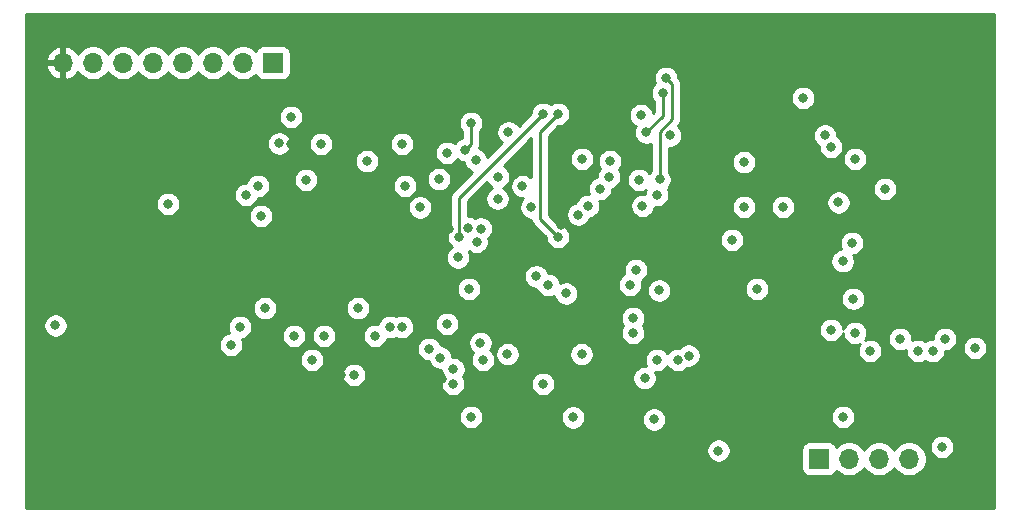
<source format=gbr>
%TF.GenerationSoftware,KiCad,Pcbnew,(5.1.10-1-10_14)*%
%TF.CreationDate,2021-12-06T09:36:28-05:00*%
%TF.ProjectId,control-unit,636f6e74-726f-46c2-9d75-6e69742e6b69,rev?*%
%TF.SameCoordinates,Original*%
%TF.FileFunction,Copper,L2,Inr*%
%TF.FilePolarity,Positive*%
%FSLAX46Y46*%
G04 Gerber Fmt 4.6, Leading zero omitted, Abs format (unit mm)*
G04 Created by KiCad (PCBNEW (5.1.10-1-10_14)) date 2021-12-06 09:36:28*
%MOMM*%
%LPD*%
G01*
G04 APERTURE LIST*
%TA.AperFunction,ComponentPad*%
%ADD10O,1.700000X1.700000*%
%TD*%
%TA.AperFunction,ComponentPad*%
%ADD11R,1.700000X1.700000*%
%TD*%
%TA.AperFunction,ViaPad*%
%ADD12C,0.800000*%
%TD*%
%TA.AperFunction,Conductor*%
%ADD13C,0.250000*%
%TD*%
%TA.AperFunction,Conductor*%
%ADD14C,0.254000*%
%TD*%
%TA.AperFunction,Conductor*%
%ADD15C,0.100000*%
%TD*%
G04 APERTURE END LIST*
D10*
%TO.N,CARRY_FLAG*%
%TO.C,J4*%
X182372000Y-116332000D03*
%TO.N,SIGN_FLAG*%
X179832000Y-116332000D03*
%TO.N,ZERO_FLAG*%
X177292000Y-116332000D03*
D11*
%TO.N,OVERFLOW_FLAG*%
X174752000Y-116332000D03*
%TD*%
D10*
%TO.N,GND*%
%TO.C,J3*%
X110744000Y-82804000D03*
%TO.N,VCC*%
X113284000Y-82804000D03*
%TO.N,ADR0*%
X115824000Y-82804000D03*
%TO.N,ADR1*%
X118364000Y-82804000D03*
%TO.N,ADR2*%
X120904000Y-82804000D03*
%TO.N,ADR3*%
X123444000Y-82804000D03*
%TO.N,EN*%
X125984000Y-82804000D03*
D11*
%TO.N,LOAD_PROGRAM_COUNTER_COND*%
X128524000Y-82804000D03*
%TD*%
D12*
%TO.N,VCC*%
X110109000Y-105029000D03*
X129048633Y-89626104D03*
X136466500Y-91117500D03*
X145677521Y-91009202D03*
X127830500Y-103563500D03*
X135704500Y-103563500D03*
X157040500Y-91117500D03*
X145116000Y-101936000D03*
X169500000Y-101936000D03*
X168393712Y-91203607D03*
X177800000Y-90932000D03*
X177640500Y-102775500D03*
X161216011Y-102071010D03*
X153339125Y-102325010D03*
%TO.N,GND*%
X124079000Y-91059000D03*
X130048000Y-89662000D03*
X134551500Y-96842500D03*
X143441500Y-96842500D03*
X131318000Y-101600000D03*
X156494000Y-101884000D03*
X150114000Y-109982000D03*
X158427500Y-109288500D03*
X166301500Y-109542500D03*
X174937500Y-109542500D03*
X172974000Y-102108000D03*
X174788990Y-96842500D03*
X134315118Y-109261562D03*
X142792240Y-109557609D03*
X164158248Y-97079124D03*
X188149000Y-96709000D03*
X187895000Y-109155000D03*
X163718000Y-102071010D03*
X148287507Y-101689236D03*
X152902141Y-96567264D03*
X173378500Y-80113500D03*
X136144000Y-81788000D03*
X123594500Y-110847500D03*
X114808000Y-99060000D03*
%TO.N,CARRY_FLAG*%
X139446000Y-89662000D03*
X156972000Y-92456000D03*
X159802990Y-94915205D03*
X161036000Y-107950000D03*
X148451357Y-88682990D03*
X173403500Y-85773500D03*
X161036000Y-93980000D03*
%TO.N,SIGN_FLAG*%
X144780000Y-90170000D03*
X145034000Y-96774000D03*
X142561305Y-92647769D03*
X142683650Y-107752310D03*
X159512000Y-92710000D03*
X176784000Y-112776000D03*
X145288000Y-87884000D03*
%TO.N,OVERFLOW_FLAG*%
X141753507Y-107024652D03*
X144186526Y-99283205D03*
X145288000Y-112776000D03*
X166241412Y-115629089D03*
X161539340Y-85348660D03*
X160115733Y-88699004D03*
%TO.N,ZERO_FLAG*%
X140970000Y-95032990D03*
X155207149Y-94922011D03*
X163718000Y-107584000D03*
X150810199Y-100874990D03*
X150404990Y-95032990D03*
X161798000Y-84074000D03*
X161255708Y-92675708D03*
%TO.N,Net-(U10-Pad1)*%
X177546000Y-98044000D03*
X168402000Y-94996000D03*
%TO.N,Net-(U11-Pad1)*%
X181610000Y-106172000D03*
X179070000Y-107188000D03*
%TO.N,~JS*%
X130048000Y-87376000D03*
X132588000Y-89662000D03*
%TO.N,~JNO*%
X119634000Y-94742000D03*
X147542766Y-94307980D03*
%TO.N,OR_JNS*%
X154686000Y-90932000D03*
X175768000Y-89916000D03*
%TO.N,OR_JS*%
X143256000Y-90424000D03*
X162150882Y-88943043D03*
%TO.N,OR_JNO*%
X146118500Y-96842500D03*
X159258000Y-100330000D03*
%TO.N,OR_JO*%
X145759010Y-97971421D03*
X158750000Y-101600000D03*
%TO.N,~JNB_JAE_JNC*%
X126238000Y-93980000D03*
X149636883Y-93239564D03*
%TO.N,~JB_JNAE_JC*%
X127254000Y-93218000D03*
X131318000Y-92710000D03*
%TO.N,OR_JNB_JAE_JNC*%
X147574000Y-92456000D03*
X175260000Y-88943043D03*
%TO.N,OR_JNE_JNZ*%
X152654000Y-97536000D03*
X152654012Y-87122000D03*
%TO.N,OR_JE_JZ*%
X144272000Y-97536000D03*
X151379336Y-87117344D03*
%TO.N,OR_JB_JNAE_JC*%
X139700000Y-93218000D03*
X159665080Y-87223032D03*
%TO.N,~JG_JNLE*%
X146304000Y-107950000D03*
X146079228Y-106499989D03*
%TO.N,~JA_JNBE*%
X127508000Y-95758000D03*
X154371114Y-95647021D03*
%TO.N,OR_JL_JNGE*%
X151384000Y-109982000D03*
X160781992Y-112986957D03*
%TO.N,OR_JA_JNBE*%
X167386000Y-97790000D03*
X183134000Y-107188000D03*
%TO.N,SF=OF*%
X148366000Y-107472000D03*
X154656000Y-107472000D03*
%TO.N,~JLE_JNG*%
X130302000Y-105918000D03*
X131826000Y-107950000D03*
%TO.N,OR_JGE_JNL*%
X143256000Y-104902000D03*
X159004000Y-104394000D03*
X175768000Y-105410000D03*
X184404000Y-107188000D03*
%TO.N,OR_JBE_JNA*%
X185166000Y-115316000D03*
X153924000Y-112812990D03*
%TO.N,OR_JG_JNLE*%
X139446000Y-105156000D03*
X159004000Y-105664000D03*
X177800000Y-105664000D03*
X185420000Y-106172000D03*
%TO.N,OR_JUMP*%
X124968000Y-106680000D03*
X187960000Y-106934000D03*
%TO.N,Net-(U14-Pad1)*%
X159983010Y-109489677D03*
X143793142Y-108741142D03*
%TO.N,Net-(U4-Pad8)*%
X132842000Y-105918000D03*
X162791076Y-107959281D03*
%TO.N,Net-(U4-Pad4)*%
X135382000Y-109219988D03*
X137159992Y-105918000D03*
%TO.N,Net-(U5-Pad13)*%
X156209994Y-93472000D03*
X151810211Y-101610337D03*
%TO.N,Net-(U6-Pad12)*%
X143764000Y-109982000D03*
X138430000Y-105156000D03*
%TO.N,Net-(U10-Pad13)*%
X180340000Y-93472000D03*
X176400953Y-94625094D03*
%TO.N,Net-(U11-Pad13)*%
X171704000Y-94996000D03*
X176760428Y-99600891D03*
%TO.N,LOAD_PROGRAM_COUNTER_COND*%
X125730000Y-105156000D03*
%TD*%
D13*
%TO.N,SIGN_FLAG*%
X145288000Y-89662000D02*
X144780000Y-90170000D01*
X145288000Y-87884000D02*
X145288000Y-89662000D01*
%TO.N,OVERFLOW_FLAG*%
X161539340Y-87275397D02*
X160115733Y-88699004D01*
X161539340Y-85348660D02*
X161539340Y-87275397D01*
%TO.N,ZERO_FLAG*%
X162306000Y-84582000D02*
X162306000Y-87575899D01*
X162306000Y-87575899D02*
X161255708Y-88626191D01*
X161798000Y-84074000D02*
X162306000Y-84582000D01*
X161255708Y-88626191D02*
X161255708Y-92675708D01*
%TO.N,OR_JNE_JNZ*%
X152654000Y-97536000D02*
X151130000Y-96012000D01*
X151130000Y-96012000D02*
X151130000Y-88646012D01*
X151130000Y-88646012D02*
X152654012Y-87122000D01*
%TO.N,OR_JE_JZ*%
X144272000Y-94224680D02*
X151379336Y-87117344D01*
X144272000Y-97536000D02*
X144272000Y-94224680D01*
%TD*%
D14*
%TO.N,GND*%
X189586001Y-120109572D02*
X189586000Y-120109582D01*
X189586000Y-120498000D01*
X107594000Y-120498000D01*
X107594000Y-115527150D01*
X165206412Y-115527150D01*
X165206412Y-115731028D01*
X165246186Y-115930987D01*
X165324207Y-116119345D01*
X165437475Y-116288863D01*
X165581638Y-116433026D01*
X165751156Y-116546294D01*
X165939514Y-116624315D01*
X166139473Y-116664089D01*
X166343351Y-116664089D01*
X166543310Y-116624315D01*
X166731668Y-116546294D01*
X166901186Y-116433026D01*
X167045349Y-116288863D01*
X167158617Y-116119345D01*
X167236638Y-115930987D01*
X167276412Y-115731028D01*
X167276412Y-115527150D01*
X167267432Y-115482000D01*
X173263928Y-115482000D01*
X173263928Y-117182000D01*
X173276188Y-117306482D01*
X173312498Y-117426180D01*
X173371463Y-117536494D01*
X173450815Y-117633185D01*
X173547506Y-117712537D01*
X173657820Y-117771502D01*
X173777518Y-117807812D01*
X173902000Y-117820072D01*
X175602000Y-117820072D01*
X175726482Y-117807812D01*
X175846180Y-117771502D01*
X175956494Y-117712537D01*
X176053185Y-117633185D01*
X176132537Y-117536494D01*
X176191502Y-117426180D01*
X176213513Y-117353620D01*
X176345368Y-117485475D01*
X176588589Y-117647990D01*
X176858842Y-117759932D01*
X177145740Y-117817000D01*
X177438260Y-117817000D01*
X177725158Y-117759932D01*
X177995411Y-117647990D01*
X178238632Y-117485475D01*
X178445475Y-117278632D01*
X178562000Y-117104240D01*
X178678525Y-117278632D01*
X178885368Y-117485475D01*
X179128589Y-117647990D01*
X179398842Y-117759932D01*
X179685740Y-117817000D01*
X179978260Y-117817000D01*
X180265158Y-117759932D01*
X180535411Y-117647990D01*
X180778632Y-117485475D01*
X180985475Y-117278632D01*
X181102000Y-117104240D01*
X181218525Y-117278632D01*
X181425368Y-117485475D01*
X181668589Y-117647990D01*
X181938842Y-117759932D01*
X182225740Y-117817000D01*
X182518260Y-117817000D01*
X182805158Y-117759932D01*
X183075411Y-117647990D01*
X183318632Y-117485475D01*
X183525475Y-117278632D01*
X183687990Y-117035411D01*
X183799932Y-116765158D01*
X183857000Y-116478260D01*
X183857000Y-116185740D01*
X183799932Y-115898842D01*
X183687990Y-115628589D01*
X183525475Y-115385368D01*
X183354168Y-115214061D01*
X184131000Y-115214061D01*
X184131000Y-115417939D01*
X184170774Y-115617898D01*
X184248795Y-115806256D01*
X184362063Y-115975774D01*
X184506226Y-116119937D01*
X184675744Y-116233205D01*
X184864102Y-116311226D01*
X185064061Y-116351000D01*
X185267939Y-116351000D01*
X185467898Y-116311226D01*
X185656256Y-116233205D01*
X185825774Y-116119937D01*
X185969937Y-115975774D01*
X186083205Y-115806256D01*
X186161226Y-115617898D01*
X186201000Y-115417939D01*
X186201000Y-115214061D01*
X186161226Y-115014102D01*
X186083205Y-114825744D01*
X185969937Y-114656226D01*
X185825774Y-114512063D01*
X185656256Y-114398795D01*
X185467898Y-114320774D01*
X185267939Y-114281000D01*
X185064061Y-114281000D01*
X184864102Y-114320774D01*
X184675744Y-114398795D01*
X184506226Y-114512063D01*
X184362063Y-114656226D01*
X184248795Y-114825744D01*
X184170774Y-115014102D01*
X184131000Y-115214061D01*
X183354168Y-115214061D01*
X183318632Y-115178525D01*
X183075411Y-115016010D01*
X182805158Y-114904068D01*
X182518260Y-114847000D01*
X182225740Y-114847000D01*
X181938842Y-114904068D01*
X181668589Y-115016010D01*
X181425368Y-115178525D01*
X181218525Y-115385368D01*
X181102000Y-115559760D01*
X180985475Y-115385368D01*
X180778632Y-115178525D01*
X180535411Y-115016010D01*
X180265158Y-114904068D01*
X179978260Y-114847000D01*
X179685740Y-114847000D01*
X179398842Y-114904068D01*
X179128589Y-115016010D01*
X178885368Y-115178525D01*
X178678525Y-115385368D01*
X178562000Y-115559760D01*
X178445475Y-115385368D01*
X178238632Y-115178525D01*
X177995411Y-115016010D01*
X177725158Y-114904068D01*
X177438260Y-114847000D01*
X177145740Y-114847000D01*
X176858842Y-114904068D01*
X176588589Y-115016010D01*
X176345368Y-115178525D01*
X176213513Y-115310380D01*
X176191502Y-115237820D01*
X176132537Y-115127506D01*
X176053185Y-115030815D01*
X175956494Y-114951463D01*
X175846180Y-114892498D01*
X175726482Y-114856188D01*
X175602000Y-114843928D01*
X173902000Y-114843928D01*
X173777518Y-114856188D01*
X173657820Y-114892498D01*
X173547506Y-114951463D01*
X173450815Y-115030815D01*
X173371463Y-115127506D01*
X173312498Y-115237820D01*
X173276188Y-115357518D01*
X173263928Y-115482000D01*
X167267432Y-115482000D01*
X167236638Y-115327191D01*
X167158617Y-115138833D01*
X167045349Y-114969315D01*
X166901186Y-114825152D01*
X166731668Y-114711884D01*
X166543310Y-114633863D01*
X166343351Y-114594089D01*
X166139473Y-114594089D01*
X165939514Y-114633863D01*
X165751156Y-114711884D01*
X165581638Y-114825152D01*
X165437475Y-114969315D01*
X165324207Y-115138833D01*
X165246186Y-115327191D01*
X165206412Y-115527150D01*
X107594000Y-115527150D01*
X107594000Y-112674061D01*
X144253000Y-112674061D01*
X144253000Y-112877939D01*
X144292774Y-113077898D01*
X144370795Y-113266256D01*
X144484063Y-113435774D01*
X144628226Y-113579937D01*
X144797744Y-113693205D01*
X144986102Y-113771226D01*
X145186061Y-113811000D01*
X145389939Y-113811000D01*
X145589898Y-113771226D01*
X145778256Y-113693205D01*
X145947774Y-113579937D01*
X146091937Y-113435774D01*
X146205205Y-113266256D01*
X146283226Y-113077898D01*
X146323000Y-112877939D01*
X146323000Y-112711051D01*
X152889000Y-112711051D01*
X152889000Y-112914929D01*
X152928774Y-113114888D01*
X153006795Y-113303246D01*
X153120063Y-113472764D01*
X153264226Y-113616927D01*
X153433744Y-113730195D01*
X153622102Y-113808216D01*
X153822061Y-113847990D01*
X154025939Y-113847990D01*
X154225898Y-113808216D01*
X154414256Y-113730195D01*
X154583774Y-113616927D01*
X154727937Y-113472764D01*
X154841205Y-113303246D01*
X154919226Y-113114888D01*
X154959000Y-112914929D01*
X154959000Y-112885018D01*
X159746992Y-112885018D01*
X159746992Y-113088896D01*
X159786766Y-113288855D01*
X159864787Y-113477213D01*
X159978055Y-113646731D01*
X160122218Y-113790894D01*
X160291736Y-113904162D01*
X160480094Y-113982183D01*
X160680053Y-114021957D01*
X160883931Y-114021957D01*
X161083890Y-113982183D01*
X161272248Y-113904162D01*
X161441766Y-113790894D01*
X161585929Y-113646731D01*
X161699197Y-113477213D01*
X161777218Y-113288855D01*
X161816992Y-113088896D01*
X161816992Y-112885018D01*
X161777218Y-112685059D01*
X161772663Y-112674061D01*
X175749000Y-112674061D01*
X175749000Y-112877939D01*
X175788774Y-113077898D01*
X175866795Y-113266256D01*
X175980063Y-113435774D01*
X176124226Y-113579937D01*
X176293744Y-113693205D01*
X176482102Y-113771226D01*
X176682061Y-113811000D01*
X176885939Y-113811000D01*
X177085898Y-113771226D01*
X177274256Y-113693205D01*
X177443774Y-113579937D01*
X177587937Y-113435774D01*
X177701205Y-113266256D01*
X177779226Y-113077898D01*
X177819000Y-112877939D01*
X177819000Y-112674061D01*
X177779226Y-112474102D01*
X177701205Y-112285744D01*
X177587937Y-112116226D01*
X177443774Y-111972063D01*
X177274256Y-111858795D01*
X177085898Y-111780774D01*
X176885939Y-111741000D01*
X176682061Y-111741000D01*
X176482102Y-111780774D01*
X176293744Y-111858795D01*
X176124226Y-111972063D01*
X175980063Y-112116226D01*
X175866795Y-112285744D01*
X175788774Y-112474102D01*
X175749000Y-112674061D01*
X161772663Y-112674061D01*
X161699197Y-112496701D01*
X161585929Y-112327183D01*
X161441766Y-112183020D01*
X161272248Y-112069752D01*
X161083890Y-111991731D01*
X160883931Y-111951957D01*
X160680053Y-111951957D01*
X160480094Y-111991731D01*
X160291736Y-112069752D01*
X160122218Y-112183020D01*
X159978055Y-112327183D01*
X159864787Y-112496701D01*
X159786766Y-112685059D01*
X159746992Y-112885018D01*
X154959000Y-112885018D01*
X154959000Y-112711051D01*
X154919226Y-112511092D01*
X154841205Y-112322734D01*
X154727937Y-112153216D01*
X154583774Y-112009053D01*
X154414256Y-111895785D01*
X154225898Y-111817764D01*
X154025939Y-111777990D01*
X153822061Y-111777990D01*
X153622102Y-111817764D01*
X153433744Y-111895785D01*
X153264226Y-112009053D01*
X153120063Y-112153216D01*
X153006795Y-112322734D01*
X152928774Y-112511092D01*
X152889000Y-112711051D01*
X146323000Y-112711051D01*
X146323000Y-112674061D01*
X146283226Y-112474102D01*
X146205205Y-112285744D01*
X146091937Y-112116226D01*
X145947774Y-111972063D01*
X145778256Y-111858795D01*
X145589898Y-111780774D01*
X145389939Y-111741000D01*
X145186061Y-111741000D01*
X144986102Y-111780774D01*
X144797744Y-111858795D01*
X144628226Y-111972063D01*
X144484063Y-112116226D01*
X144370795Y-112285744D01*
X144292774Y-112474102D01*
X144253000Y-112674061D01*
X107594000Y-112674061D01*
X107594000Y-109118049D01*
X134347000Y-109118049D01*
X134347000Y-109321927D01*
X134386774Y-109521886D01*
X134464795Y-109710244D01*
X134578063Y-109879762D01*
X134722226Y-110023925D01*
X134891744Y-110137193D01*
X135080102Y-110215214D01*
X135280061Y-110254988D01*
X135483939Y-110254988D01*
X135683898Y-110215214D01*
X135872256Y-110137193D01*
X136041774Y-110023925D01*
X136185937Y-109879762D01*
X136299205Y-109710244D01*
X136377226Y-109521886D01*
X136417000Y-109321927D01*
X136417000Y-109118049D01*
X136377226Y-108918090D01*
X136299205Y-108729732D01*
X136185937Y-108560214D01*
X136041774Y-108416051D01*
X135872256Y-108302783D01*
X135683898Y-108224762D01*
X135483939Y-108184988D01*
X135280061Y-108184988D01*
X135080102Y-108224762D01*
X134891744Y-108302783D01*
X134722226Y-108416051D01*
X134578063Y-108560214D01*
X134464795Y-108729732D01*
X134386774Y-108918090D01*
X134347000Y-109118049D01*
X107594000Y-109118049D01*
X107594000Y-107848061D01*
X130791000Y-107848061D01*
X130791000Y-108051939D01*
X130830774Y-108251898D01*
X130908795Y-108440256D01*
X131022063Y-108609774D01*
X131166226Y-108753937D01*
X131335744Y-108867205D01*
X131524102Y-108945226D01*
X131724061Y-108985000D01*
X131927939Y-108985000D01*
X132127898Y-108945226D01*
X132316256Y-108867205D01*
X132485774Y-108753937D01*
X132629937Y-108609774D01*
X132743205Y-108440256D01*
X132821226Y-108251898D01*
X132861000Y-108051939D01*
X132861000Y-107848061D01*
X132821226Y-107648102D01*
X132743205Y-107459744D01*
X132629937Y-107290226D01*
X132485774Y-107146063D01*
X132316256Y-107032795D01*
X132127898Y-106954774D01*
X131927939Y-106915000D01*
X131724061Y-106915000D01*
X131524102Y-106954774D01*
X131335744Y-107032795D01*
X131166226Y-107146063D01*
X131022063Y-107290226D01*
X130908795Y-107459744D01*
X130830774Y-107648102D01*
X130791000Y-107848061D01*
X107594000Y-107848061D01*
X107594000Y-106578061D01*
X123933000Y-106578061D01*
X123933000Y-106781939D01*
X123972774Y-106981898D01*
X124050795Y-107170256D01*
X124164063Y-107339774D01*
X124308226Y-107483937D01*
X124477744Y-107597205D01*
X124666102Y-107675226D01*
X124866061Y-107715000D01*
X125069939Y-107715000D01*
X125269898Y-107675226D01*
X125458256Y-107597205D01*
X125627774Y-107483937D01*
X125771937Y-107339774D01*
X125885205Y-107170256D01*
X125963226Y-106981898D01*
X126003000Y-106781939D01*
X126003000Y-106578061D01*
X125963226Y-106378102D01*
X125885205Y-106189744D01*
X125879697Y-106181500D01*
X126031898Y-106151226D01*
X126220256Y-106073205D01*
X126389774Y-105959937D01*
X126533650Y-105816061D01*
X129267000Y-105816061D01*
X129267000Y-106019939D01*
X129306774Y-106219898D01*
X129384795Y-106408256D01*
X129498063Y-106577774D01*
X129642226Y-106721937D01*
X129811744Y-106835205D01*
X130000102Y-106913226D01*
X130200061Y-106953000D01*
X130403939Y-106953000D01*
X130603898Y-106913226D01*
X130792256Y-106835205D01*
X130961774Y-106721937D01*
X131105937Y-106577774D01*
X131219205Y-106408256D01*
X131297226Y-106219898D01*
X131337000Y-106019939D01*
X131337000Y-105816061D01*
X131807000Y-105816061D01*
X131807000Y-106019939D01*
X131846774Y-106219898D01*
X131924795Y-106408256D01*
X132038063Y-106577774D01*
X132182226Y-106721937D01*
X132351744Y-106835205D01*
X132540102Y-106913226D01*
X132740061Y-106953000D01*
X132943939Y-106953000D01*
X133143898Y-106913226D01*
X133332256Y-106835205D01*
X133501774Y-106721937D01*
X133645937Y-106577774D01*
X133759205Y-106408256D01*
X133837226Y-106219898D01*
X133877000Y-106019939D01*
X133877000Y-105816061D01*
X136124992Y-105816061D01*
X136124992Y-106019939D01*
X136164766Y-106219898D01*
X136242787Y-106408256D01*
X136356055Y-106577774D01*
X136500218Y-106721937D01*
X136669736Y-106835205D01*
X136858094Y-106913226D01*
X137058053Y-106953000D01*
X137261931Y-106953000D01*
X137414195Y-106922713D01*
X140718507Y-106922713D01*
X140718507Y-107126591D01*
X140758281Y-107326550D01*
X140836302Y-107514908D01*
X140949570Y-107684426D01*
X141093733Y-107828589D01*
X141263251Y-107941857D01*
X141451609Y-108019878D01*
X141651568Y-108059652D01*
X141690679Y-108059652D01*
X141766445Y-108242566D01*
X141879713Y-108412084D01*
X142023876Y-108556247D01*
X142193394Y-108669515D01*
X142381752Y-108747536D01*
X142581711Y-108787310D01*
X142758142Y-108787310D01*
X142758142Y-108843081D01*
X142797916Y-109043040D01*
X142875937Y-109231398D01*
X142948345Y-109339764D01*
X142846795Y-109491744D01*
X142768774Y-109680102D01*
X142729000Y-109880061D01*
X142729000Y-110083939D01*
X142768774Y-110283898D01*
X142846795Y-110472256D01*
X142960063Y-110641774D01*
X143104226Y-110785937D01*
X143273744Y-110899205D01*
X143462102Y-110977226D01*
X143662061Y-111017000D01*
X143865939Y-111017000D01*
X144065898Y-110977226D01*
X144254256Y-110899205D01*
X144423774Y-110785937D01*
X144567937Y-110641774D01*
X144681205Y-110472256D01*
X144759226Y-110283898D01*
X144799000Y-110083939D01*
X144799000Y-109880061D01*
X150349000Y-109880061D01*
X150349000Y-110083939D01*
X150388774Y-110283898D01*
X150466795Y-110472256D01*
X150580063Y-110641774D01*
X150724226Y-110785937D01*
X150893744Y-110899205D01*
X151082102Y-110977226D01*
X151282061Y-111017000D01*
X151485939Y-111017000D01*
X151685898Y-110977226D01*
X151874256Y-110899205D01*
X152043774Y-110785937D01*
X152187937Y-110641774D01*
X152301205Y-110472256D01*
X152379226Y-110283898D01*
X152419000Y-110083939D01*
X152419000Y-109880061D01*
X152379226Y-109680102D01*
X152301205Y-109491744D01*
X152231711Y-109387738D01*
X158948010Y-109387738D01*
X158948010Y-109591616D01*
X158987784Y-109791575D01*
X159065805Y-109979933D01*
X159179073Y-110149451D01*
X159323236Y-110293614D01*
X159492754Y-110406882D01*
X159681112Y-110484903D01*
X159881071Y-110524677D01*
X160084949Y-110524677D01*
X160284908Y-110484903D01*
X160473266Y-110406882D01*
X160642784Y-110293614D01*
X160786947Y-110149451D01*
X160900215Y-109979933D01*
X160978236Y-109791575D01*
X161018010Y-109591616D01*
X161018010Y-109387738D01*
X160978236Y-109187779D01*
X160900215Y-108999421D01*
X160883914Y-108975025D01*
X160934061Y-108985000D01*
X161137939Y-108985000D01*
X161337898Y-108945226D01*
X161526256Y-108867205D01*
X161695774Y-108753937D01*
X161839937Y-108609774D01*
X161910437Y-108504263D01*
X161987139Y-108619055D01*
X162131302Y-108763218D01*
X162300820Y-108876486D01*
X162489178Y-108954507D01*
X162689137Y-108994281D01*
X162893015Y-108994281D01*
X163092974Y-108954507D01*
X163281332Y-108876486D01*
X163450850Y-108763218D01*
X163595013Y-108619055D01*
X163597515Y-108615311D01*
X163616061Y-108619000D01*
X163819939Y-108619000D01*
X164019898Y-108579226D01*
X164208256Y-108501205D01*
X164377774Y-108387937D01*
X164521937Y-108243774D01*
X164635205Y-108074256D01*
X164713226Y-107885898D01*
X164753000Y-107685939D01*
X164753000Y-107482061D01*
X164713226Y-107282102D01*
X164635205Y-107093744D01*
X164521937Y-106924226D01*
X164377774Y-106780063D01*
X164208256Y-106666795D01*
X164019898Y-106588774D01*
X163819939Y-106549000D01*
X163616061Y-106549000D01*
X163416102Y-106588774D01*
X163227744Y-106666795D01*
X163058226Y-106780063D01*
X162914063Y-106924226D01*
X162911561Y-106927970D01*
X162893015Y-106924281D01*
X162689137Y-106924281D01*
X162489178Y-106964055D01*
X162300820Y-107042076D01*
X162131302Y-107155344D01*
X161987139Y-107299507D01*
X161916639Y-107405018D01*
X161839937Y-107290226D01*
X161695774Y-107146063D01*
X161526256Y-107032795D01*
X161337898Y-106954774D01*
X161137939Y-106915000D01*
X160934061Y-106915000D01*
X160734102Y-106954774D01*
X160545744Y-107032795D01*
X160376226Y-107146063D01*
X160232063Y-107290226D01*
X160118795Y-107459744D01*
X160040774Y-107648102D01*
X160001000Y-107848061D01*
X160001000Y-108051939D01*
X160040774Y-108251898D01*
X160118795Y-108440256D01*
X160135096Y-108464652D01*
X160084949Y-108454677D01*
X159881071Y-108454677D01*
X159681112Y-108494451D01*
X159492754Y-108572472D01*
X159323236Y-108685740D01*
X159179073Y-108829903D01*
X159065805Y-108999421D01*
X158987784Y-109187779D01*
X158948010Y-109387738D01*
X152231711Y-109387738D01*
X152187937Y-109322226D01*
X152043774Y-109178063D01*
X151874256Y-109064795D01*
X151685898Y-108986774D01*
X151485939Y-108947000D01*
X151282061Y-108947000D01*
X151082102Y-108986774D01*
X150893744Y-109064795D01*
X150724226Y-109178063D01*
X150580063Y-109322226D01*
X150466795Y-109491744D01*
X150388774Y-109680102D01*
X150349000Y-109880061D01*
X144799000Y-109880061D01*
X144759226Y-109680102D01*
X144681205Y-109491744D01*
X144608797Y-109383378D01*
X144710347Y-109231398D01*
X144788368Y-109043040D01*
X144828142Y-108843081D01*
X144828142Y-108639203D01*
X144788368Y-108439244D01*
X144710347Y-108250886D01*
X144597079Y-108081368D01*
X144452916Y-107937205D01*
X144283398Y-107823937D01*
X144095040Y-107745916D01*
X143895081Y-107706142D01*
X143718650Y-107706142D01*
X143718650Y-107650371D01*
X143678876Y-107450412D01*
X143600855Y-107262054D01*
X143487587Y-107092536D01*
X143343424Y-106948373D01*
X143173906Y-106835105D01*
X142985548Y-106757084D01*
X142785589Y-106717310D01*
X142746478Y-106717310D01*
X142670712Y-106534396D01*
X142579609Y-106398050D01*
X145044228Y-106398050D01*
X145044228Y-106601928D01*
X145084002Y-106801887D01*
X145162023Y-106990245D01*
X145275291Y-107159763D01*
X145419454Y-107303926D01*
X145468854Y-107336934D01*
X145386795Y-107459744D01*
X145308774Y-107648102D01*
X145269000Y-107848061D01*
X145269000Y-108051939D01*
X145308774Y-108251898D01*
X145386795Y-108440256D01*
X145500063Y-108609774D01*
X145644226Y-108753937D01*
X145813744Y-108867205D01*
X146002102Y-108945226D01*
X146202061Y-108985000D01*
X146405939Y-108985000D01*
X146605898Y-108945226D01*
X146794256Y-108867205D01*
X146963774Y-108753937D01*
X147107937Y-108609774D01*
X147221205Y-108440256D01*
X147299226Y-108251898D01*
X147339000Y-108051939D01*
X147339000Y-107848061D01*
X147299226Y-107648102D01*
X147221205Y-107459744D01*
X147161281Y-107370061D01*
X147331000Y-107370061D01*
X147331000Y-107573939D01*
X147370774Y-107773898D01*
X147448795Y-107962256D01*
X147562063Y-108131774D01*
X147706226Y-108275937D01*
X147875744Y-108389205D01*
X148064102Y-108467226D01*
X148264061Y-108507000D01*
X148467939Y-108507000D01*
X148667898Y-108467226D01*
X148856256Y-108389205D01*
X149025774Y-108275937D01*
X149169937Y-108131774D01*
X149283205Y-107962256D01*
X149361226Y-107773898D01*
X149401000Y-107573939D01*
X149401000Y-107370061D01*
X153621000Y-107370061D01*
X153621000Y-107573939D01*
X153660774Y-107773898D01*
X153738795Y-107962256D01*
X153852063Y-108131774D01*
X153996226Y-108275937D01*
X154165744Y-108389205D01*
X154354102Y-108467226D01*
X154554061Y-108507000D01*
X154757939Y-108507000D01*
X154957898Y-108467226D01*
X155146256Y-108389205D01*
X155315774Y-108275937D01*
X155459937Y-108131774D01*
X155573205Y-107962256D01*
X155651226Y-107773898D01*
X155691000Y-107573939D01*
X155691000Y-107370061D01*
X155651226Y-107170102D01*
X155573205Y-106981744D01*
X155459937Y-106812226D01*
X155315774Y-106668063D01*
X155146256Y-106554795D01*
X154957898Y-106476774D01*
X154757939Y-106437000D01*
X154554061Y-106437000D01*
X154354102Y-106476774D01*
X154165744Y-106554795D01*
X153996226Y-106668063D01*
X153852063Y-106812226D01*
X153738795Y-106981744D01*
X153660774Y-107170102D01*
X153621000Y-107370061D01*
X149401000Y-107370061D01*
X149361226Y-107170102D01*
X149283205Y-106981744D01*
X149169937Y-106812226D01*
X149025774Y-106668063D01*
X148856256Y-106554795D01*
X148667898Y-106476774D01*
X148467939Y-106437000D01*
X148264061Y-106437000D01*
X148064102Y-106476774D01*
X147875744Y-106554795D01*
X147706226Y-106668063D01*
X147562063Y-106812226D01*
X147448795Y-106981744D01*
X147370774Y-107170102D01*
X147331000Y-107370061D01*
X147161281Y-107370061D01*
X147107937Y-107290226D01*
X146963774Y-107146063D01*
X146914374Y-107113055D01*
X146996433Y-106990245D01*
X147074454Y-106801887D01*
X147114228Y-106601928D01*
X147114228Y-106398050D01*
X147074454Y-106198091D01*
X146996433Y-106009733D01*
X146883165Y-105840215D01*
X146739002Y-105696052D01*
X146569484Y-105582784D01*
X146381126Y-105504763D01*
X146181167Y-105464989D01*
X145977289Y-105464989D01*
X145777330Y-105504763D01*
X145588972Y-105582784D01*
X145419454Y-105696052D01*
X145275291Y-105840215D01*
X145162023Y-106009733D01*
X145084002Y-106198091D01*
X145044228Y-106398050D01*
X142579609Y-106398050D01*
X142557444Y-106364878D01*
X142413281Y-106220715D01*
X142243763Y-106107447D01*
X142055405Y-106029426D01*
X141855446Y-105989652D01*
X141651568Y-105989652D01*
X141451609Y-106029426D01*
X141263251Y-106107447D01*
X141093733Y-106220715D01*
X140949570Y-106364878D01*
X140836302Y-106534396D01*
X140758281Y-106722754D01*
X140718507Y-106922713D01*
X137414195Y-106922713D01*
X137461890Y-106913226D01*
X137650248Y-106835205D01*
X137819766Y-106721937D01*
X137963929Y-106577774D01*
X138077197Y-106408256D01*
X138155218Y-106219898D01*
X138167326Y-106159028D01*
X138328061Y-106191000D01*
X138531939Y-106191000D01*
X138731898Y-106151226D01*
X138920256Y-106073205D01*
X138938000Y-106061349D01*
X138955744Y-106073205D01*
X139144102Y-106151226D01*
X139344061Y-106191000D01*
X139547939Y-106191000D01*
X139747898Y-106151226D01*
X139936256Y-106073205D01*
X140105774Y-105959937D01*
X140249937Y-105815774D01*
X140363205Y-105646256D01*
X140441226Y-105457898D01*
X140481000Y-105257939D01*
X140481000Y-105054061D01*
X140441226Y-104854102D01*
X140418842Y-104800061D01*
X142221000Y-104800061D01*
X142221000Y-105003939D01*
X142260774Y-105203898D01*
X142338795Y-105392256D01*
X142452063Y-105561774D01*
X142596226Y-105705937D01*
X142765744Y-105819205D01*
X142954102Y-105897226D01*
X143154061Y-105937000D01*
X143357939Y-105937000D01*
X143557898Y-105897226D01*
X143746256Y-105819205D01*
X143915774Y-105705937D01*
X144059937Y-105561774D01*
X144173205Y-105392256D01*
X144251226Y-105203898D01*
X144291000Y-105003939D01*
X144291000Y-104800061D01*
X144251226Y-104600102D01*
X144173205Y-104411744D01*
X144093236Y-104292061D01*
X157969000Y-104292061D01*
X157969000Y-104495939D01*
X158008774Y-104695898D01*
X158086795Y-104884256D01*
X158183510Y-105029000D01*
X158086795Y-105173744D01*
X158008774Y-105362102D01*
X157969000Y-105562061D01*
X157969000Y-105765939D01*
X158008774Y-105965898D01*
X158086795Y-106154256D01*
X158200063Y-106323774D01*
X158344226Y-106467937D01*
X158513744Y-106581205D01*
X158702102Y-106659226D01*
X158902061Y-106699000D01*
X159105939Y-106699000D01*
X159305898Y-106659226D01*
X159494256Y-106581205D01*
X159663774Y-106467937D01*
X159807937Y-106323774D01*
X159921205Y-106154256D01*
X159999226Y-105965898D01*
X160039000Y-105765939D01*
X160039000Y-105562061D01*
X159999226Y-105362102D01*
X159976842Y-105308061D01*
X174733000Y-105308061D01*
X174733000Y-105511939D01*
X174772774Y-105711898D01*
X174850795Y-105900256D01*
X174964063Y-106069774D01*
X175108226Y-106213937D01*
X175277744Y-106327205D01*
X175466102Y-106405226D01*
X175666061Y-106445000D01*
X175869939Y-106445000D01*
X176069898Y-106405226D01*
X176258256Y-106327205D01*
X176427774Y-106213937D01*
X176571937Y-106069774D01*
X176685205Y-105900256D01*
X176763226Y-105711898D01*
X176765000Y-105702979D01*
X176765000Y-105765939D01*
X176804774Y-105965898D01*
X176882795Y-106154256D01*
X176996063Y-106323774D01*
X177140226Y-106467937D01*
X177309744Y-106581205D01*
X177498102Y-106659226D01*
X177698061Y-106699000D01*
X177901939Y-106699000D01*
X178101898Y-106659226D01*
X178207859Y-106615335D01*
X178152795Y-106697744D01*
X178074774Y-106886102D01*
X178035000Y-107086061D01*
X178035000Y-107289939D01*
X178074774Y-107489898D01*
X178152795Y-107678256D01*
X178266063Y-107847774D01*
X178410226Y-107991937D01*
X178579744Y-108105205D01*
X178768102Y-108183226D01*
X178968061Y-108223000D01*
X179171939Y-108223000D01*
X179371898Y-108183226D01*
X179560256Y-108105205D01*
X179729774Y-107991937D01*
X179873937Y-107847774D01*
X179987205Y-107678256D01*
X180065226Y-107489898D01*
X180105000Y-107289939D01*
X180105000Y-107086061D01*
X180065226Y-106886102D01*
X179987205Y-106697744D01*
X179873937Y-106528226D01*
X179729774Y-106384063D01*
X179560256Y-106270795D01*
X179371898Y-106192774D01*
X179171939Y-106153000D01*
X178968061Y-106153000D01*
X178768102Y-106192774D01*
X178662141Y-106236665D01*
X178717205Y-106154256D01*
X178752079Y-106070061D01*
X180575000Y-106070061D01*
X180575000Y-106273939D01*
X180614774Y-106473898D01*
X180692795Y-106662256D01*
X180806063Y-106831774D01*
X180950226Y-106975937D01*
X181119744Y-107089205D01*
X181308102Y-107167226D01*
X181508061Y-107207000D01*
X181711939Y-107207000D01*
X181911898Y-107167226D01*
X182099000Y-107089725D01*
X182099000Y-107289939D01*
X182138774Y-107489898D01*
X182216795Y-107678256D01*
X182330063Y-107847774D01*
X182474226Y-107991937D01*
X182643744Y-108105205D01*
X182832102Y-108183226D01*
X183032061Y-108223000D01*
X183235939Y-108223000D01*
X183435898Y-108183226D01*
X183624256Y-108105205D01*
X183769000Y-108008490D01*
X183913744Y-108105205D01*
X184102102Y-108183226D01*
X184302061Y-108223000D01*
X184505939Y-108223000D01*
X184705898Y-108183226D01*
X184894256Y-108105205D01*
X185063774Y-107991937D01*
X185207937Y-107847774D01*
X185321205Y-107678256D01*
X185399226Y-107489898D01*
X185439000Y-107289939D01*
X185439000Y-107207000D01*
X185521939Y-107207000D01*
X185721898Y-107167226D01*
X185910256Y-107089205D01*
X186079774Y-106975937D01*
X186223650Y-106832061D01*
X186925000Y-106832061D01*
X186925000Y-107035939D01*
X186964774Y-107235898D01*
X187042795Y-107424256D01*
X187156063Y-107593774D01*
X187300226Y-107737937D01*
X187469744Y-107851205D01*
X187658102Y-107929226D01*
X187858061Y-107969000D01*
X188061939Y-107969000D01*
X188261898Y-107929226D01*
X188450256Y-107851205D01*
X188619774Y-107737937D01*
X188763937Y-107593774D01*
X188877205Y-107424256D01*
X188955226Y-107235898D01*
X188995000Y-107035939D01*
X188995000Y-106832061D01*
X188955226Y-106632102D01*
X188877205Y-106443744D01*
X188763937Y-106274226D01*
X188619774Y-106130063D01*
X188450256Y-106016795D01*
X188261898Y-105938774D01*
X188061939Y-105899000D01*
X187858061Y-105899000D01*
X187658102Y-105938774D01*
X187469744Y-106016795D01*
X187300226Y-106130063D01*
X187156063Y-106274226D01*
X187042795Y-106443744D01*
X186964774Y-106632102D01*
X186925000Y-106832061D01*
X186223650Y-106832061D01*
X186223937Y-106831774D01*
X186337205Y-106662256D01*
X186415226Y-106473898D01*
X186455000Y-106273939D01*
X186455000Y-106070061D01*
X186415226Y-105870102D01*
X186337205Y-105681744D01*
X186223937Y-105512226D01*
X186079774Y-105368063D01*
X185910256Y-105254795D01*
X185721898Y-105176774D01*
X185521939Y-105137000D01*
X185318061Y-105137000D01*
X185118102Y-105176774D01*
X184929744Y-105254795D01*
X184760226Y-105368063D01*
X184616063Y-105512226D01*
X184502795Y-105681744D01*
X184424774Y-105870102D01*
X184385000Y-106070061D01*
X184385000Y-106153000D01*
X184302061Y-106153000D01*
X184102102Y-106192774D01*
X183913744Y-106270795D01*
X183769000Y-106367510D01*
X183624256Y-106270795D01*
X183435898Y-106192774D01*
X183235939Y-106153000D01*
X183032061Y-106153000D01*
X182832102Y-106192774D01*
X182645000Y-106270275D01*
X182645000Y-106070061D01*
X182605226Y-105870102D01*
X182527205Y-105681744D01*
X182413937Y-105512226D01*
X182269774Y-105368063D01*
X182100256Y-105254795D01*
X181911898Y-105176774D01*
X181711939Y-105137000D01*
X181508061Y-105137000D01*
X181308102Y-105176774D01*
X181119744Y-105254795D01*
X180950226Y-105368063D01*
X180806063Y-105512226D01*
X180692795Y-105681744D01*
X180614774Y-105870102D01*
X180575000Y-106070061D01*
X178752079Y-106070061D01*
X178795226Y-105965898D01*
X178835000Y-105765939D01*
X178835000Y-105562061D01*
X178795226Y-105362102D01*
X178717205Y-105173744D01*
X178603937Y-105004226D01*
X178459774Y-104860063D01*
X178290256Y-104746795D01*
X178101898Y-104668774D01*
X177901939Y-104629000D01*
X177698061Y-104629000D01*
X177498102Y-104668774D01*
X177309744Y-104746795D01*
X177140226Y-104860063D01*
X176996063Y-105004226D01*
X176882795Y-105173744D01*
X176804774Y-105362102D01*
X176803000Y-105371021D01*
X176803000Y-105308061D01*
X176763226Y-105108102D01*
X176685205Y-104919744D01*
X176571937Y-104750226D01*
X176427774Y-104606063D01*
X176258256Y-104492795D01*
X176069898Y-104414774D01*
X175869939Y-104375000D01*
X175666061Y-104375000D01*
X175466102Y-104414774D01*
X175277744Y-104492795D01*
X175108226Y-104606063D01*
X174964063Y-104750226D01*
X174850795Y-104919744D01*
X174772774Y-105108102D01*
X174733000Y-105308061D01*
X159976842Y-105308061D01*
X159921205Y-105173744D01*
X159824490Y-105029000D01*
X159921205Y-104884256D01*
X159999226Y-104695898D01*
X160039000Y-104495939D01*
X160039000Y-104292061D01*
X159999226Y-104092102D01*
X159921205Y-103903744D01*
X159807937Y-103734226D01*
X159663774Y-103590063D01*
X159494256Y-103476795D01*
X159305898Y-103398774D01*
X159105939Y-103359000D01*
X158902061Y-103359000D01*
X158702102Y-103398774D01*
X158513744Y-103476795D01*
X158344226Y-103590063D01*
X158200063Y-103734226D01*
X158086795Y-103903744D01*
X158008774Y-104092102D01*
X157969000Y-104292061D01*
X144093236Y-104292061D01*
X144059937Y-104242226D01*
X143915774Y-104098063D01*
X143746256Y-103984795D01*
X143557898Y-103906774D01*
X143357939Y-103867000D01*
X143154061Y-103867000D01*
X142954102Y-103906774D01*
X142765744Y-103984795D01*
X142596226Y-104098063D01*
X142452063Y-104242226D01*
X142338795Y-104411744D01*
X142260774Y-104600102D01*
X142221000Y-104800061D01*
X140418842Y-104800061D01*
X140363205Y-104665744D01*
X140249937Y-104496226D01*
X140105774Y-104352063D01*
X139936256Y-104238795D01*
X139747898Y-104160774D01*
X139547939Y-104121000D01*
X139344061Y-104121000D01*
X139144102Y-104160774D01*
X138955744Y-104238795D01*
X138938000Y-104250651D01*
X138920256Y-104238795D01*
X138731898Y-104160774D01*
X138531939Y-104121000D01*
X138328061Y-104121000D01*
X138128102Y-104160774D01*
X137939744Y-104238795D01*
X137770226Y-104352063D01*
X137626063Y-104496226D01*
X137512795Y-104665744D01*
X137434774Y-104854102D01*
X137422666Y-104914972D01*
X137261931Y-104883000D01*
X137058053Y-104883000D01*
X136858094Y-104922774D01*
X136669736Y-105000795D01*
X136500218Y-105114063D01*
X136356055Y-105258226D01*
X136242787Y-105427744D01*
X136164766Y-105616102D01*
X136124992Y-105816061D01*
X133877000Y-105816061D01*
X133837226Y-105616102D01*
X133759205Y-105427744D01*
X133645937Y-105258226D01*
X133501774Y-105114063D01*
X133332256Y-105000795D01*
X133143898Y-104922774D01*
X132943939Y-104883000D01*
X132740061Y-104883000D01*
X132540102Y-104922774D01*
X132351744Y-105000795D01*
X132182226Y-105114063D01*
X132038063Y-105258226D01*
X131924795Y-105427744D01*
X131846774Y-105616102D01*
X131807000Y-105816061D01*
X131337000Y-105816061D01*
X131297226Y-105616102D01*
X131219205Y-105427744D01*
X131105937Y-105258226D01*
X130961774Y-105114063D01*
X130792256Y-105000795D01*
X130603898Y-104922774D01*
X130403939Y-104883000D01*
X130200061Y-104883000D01*
X130000102Y-104922774D01*
X129811744Y-105000795D01*
X129642226Y-105114063D01*
X129498063Y-105258226D01*
X129384795Y-105427744D01*
X129306774Y-105616102D01*
X129267000Y-105816061D01*
X126533650Y-105816061D01*
X126533937Y-105815774D01*
X126647205Y-105646256D01*
X126725226Y-105457898D01*
X126765000Y-105257939D01*
X126765000Y-105054061D01*
X126725226Y-104854102D01*
X126647205Y-104665744D01*
X126533937Y-104496226D01*
X126389774Y-104352063D01*
X126220256Y-104238795D01*
X126031898Y-104160774D01*
X125831939Y-104121000D01*
X125628061Y-104121000D01*
X125428102Y-104160774D01*
X125239744Y-104238795D01*
X125070226Y-104352063D01*
X124926063Y-104496226D01*
X124812795Y-104665744D01*
X124734774Y-104854102D01*
X124695000Y-105054061D01*
X124695000Y-105257939D01*
X124734774Y-105457898D01*
X124812795Y-105646256D01*
X124818303Y-105654500D01*
X124666102Y-105684774D01*
X124477744Y-105762795D01*
X124308226Y-105876063D01*
X124164063Y-106020226D01*
X124050795Y-106189744D01*
X123972774Y-106378102D01*
X123933000Y-106578061D01*
X107594000Y-106578061D01*
X107594000Y-104927061D01*
X109074000Y-104927061D01*
X109074000Y-105130939D01*
X109113774Y-105330898D01*
X109191795Y-105519256D01*
X109305063Y-105688774D01*
X109449226Y-105832937D01*
X109618744Y-105946205D01*
X109807102Y-106024226D01*
X110007061Y-106064000D01*
X110210939Y-106064000D01*
X110410898Y-106024226D01*
X110599256Y-105946205D01*
X110768774Y-105832937D01*
X110912937Y-105688774D01*
X111026205Y-105519256D01*
X111104226Y-105330898D01*
X111144000Y-105130939D01*
X111144000Y-104927061D01*
X111104226Y-104727102D01*
X111026205Y-104538744D01*
X110912937Y-104369226D01*
X110768774Y-104225063D01*
X110599256Y-104111795D01*
X110410898Y-104033774D01*
X110210939Y-103994000D01*
X110007061Y-103994000D01*
X109807102Y-104033774D01*
X109618744Y-104111795D01*
X109449226Y-104225063D01*
X109305063Y-104369226D01*
X109191795Y-104538744D01*
X109113774Y-104727102D01*
X109074000Y-104927061D01*
X107594000Y-104927061D01*
X107594000Y-103461561D01*
X126795500Y-103461561D01*
X126795500Y-103665439D01*
X126835274Y-103865398D01*
X126913295Y-104053756D01*
X127026563Y-104223274D01*
X127170726Y-104367437D01*
X127340244Y-104480705D01*
X127528602Y-104558726D01*
X127728561Y-104598500D01*
X127932439Y-104598500D01*
X128132398Y-104558726D01*
X128320756Y-104480705D01*
X128490274Y-104367437D01*
X128634437Y-104223274D01*
X128747705Y-104053756D01*
X128825726Y-103865398D01*
X128865500Y-103665439D01*
X128865500Y-103461561D01*
X134669500Y-103461561D01*
X134669500Y-103665439D01*
X134709274Y-103865398D01*
X134787295Y-104053756D01*
X134900563Y-104223274D01*
X135044726Y-104367437D01*
X135214244Y-104480705D01*
X135402602Y-104558726D01*
X135602561Y-104598500D01*
X135806439Y-104598500D01*
X136006398Y-104558726D01*
X136194756Y-104480705D01*
X136364274Y-104367437D01*
X136508437Y-104223274D01*
X136621705Y-104053756D01*
X136699726Y-103865398D01*
X136739500Y-103665439D01*
X136739500Y-103461561D01*
X136699726Y-103261602D01*
X136621705Y-103073244D01*
X136508437Y-102903726D01*
X136364274Y-102759563D01*
X136194756Y-102646295D01*
X136006398Y-102568274D01*
X135806439Y-102528500D01*
X135602561Y-102528500D01*
X135402602Y-102568274D01*
X135214244Y-102646295D01*
X135044726Y-102759563D01*
X134900563Y-102903726D01*
X134787295Y-103073244D01*
X134709274Y-103261602D01*
X134669500Y-103461561D01*
X128865500Y-103461561D01*
X128825726Y-103261602D01*
X128747705Y-103073244D01*
X128634437Y-102903726D01*
X128490274Y-102759563D01*
X128320756Y-102646295D01*
X128132398Y-102568274D01*
X127932439Y-102528500D01*
X127728561Y-102528500D01*
X127528602Y-102568274D01*
X127340244Y-102646295D01*
X127170726Y-102759563D01*
X127026563Y-102903726D01*
X126913295Y-103073244D01*
X126835274Y-103261602D01*
X126795500Y-103461561D01*
X107594000Y-103461561D01*
X107594000Y-101834061D01*
X144081000Y-101834061D01*
X144081000Y-102037939D01*
X144120774Y-102237898D01*
X144198795Y-102426256D01*
X144312063Y-102595774D01*
X144456226Y-102739937D01*
X144625744Y-102853205D01*
X144814102Y-102931226D01*
X145014061Y-102971000D01*
X145217939Y-102971000D01*
X145417898Y-102931226D01*
X145606256Y-102853205D01*
X145775774Y-102739937D01*
X145919937Y-102595774D01*
X146033205Y-102426256D01*
X146111226Y-102237898D01*
X146151000Y-102037939D01*
X146151000Y-101834061D01*
X146111226Y-101634102D01*
X146033205Y-101445744D01*
X145919937Y-101276226D01*
X145775774Y-101132063D01*
X145606256Y-101018795D01*
X145417898Y-100940774D01*
X145217939Y-100901000D01*
X145014061Y-100901000D01*
X144814102Y-100940774D01*
X144625744Y-101018795D01*
X144456226Y-101132063D01*
X144312063Y-101276226D01*
X144198795Y-101445744D01*
X144120774Y-101634102D01*
X144081000Y-101834061D01*
X107594000Y-101834061D01*
X107594000Y-100773051D01*
X149775199Y-100773051D01*
X149775199Y-100976929D01*
X149814973Y-101176888D01*
X149892994Y-101365246D01*
X150006262Y-101534764D01*
X150150425Y-101678927D01*
X150319943Y-101792195D01*
X150508301Y-101870216D01*
X150708260Y-101909990D01*
X150814538Y-101909990D01*
X150814985Y-101912235D01*
X150893006Y-102100593D01*
X151006274Y-102270111D01*
X151150437Y-102414274D01*
X151319955Y-102527542D01*
X151508313Y-102605563D01*
X151708272Y-102645337D01*
X151912150Y-102645337D01*
X152112109Y-102605563D01*
X152300467Y-102527542D01*
X152321358Y-102513583D01*
X152343899Y-102626908D01*
X152421920Y-102815266D01*
X152535188Y-102984784D01*
X152679351Y-103128947D01*
X152848869Y-103242215D01*
X153037227Y-103320236D01*
X153237186Y-103360010D01*
X153441064Y-103360010D01*
X153641023Y-103320236D01*
X153829381Y-103242215D01*
X153998899Y-103128947D01*
X154143062Y-102984784D01*
X154256330Y-102815266D01*
X154334351Y-102626908D01*
X154374125Y-102426949D01*
X154374125Y-102223071D01*
X154334351Y-102023112D01*
X154256330Y-101834754D01*
X154143062Y-101665236D01*
X153998899Y-101521073D01*
X153964460Y-101498061D01*
X157715000Y-101498061D01*
X157715000Y-101701939D01*
X157754774Y-101901898D01*
X157832795Y-102090256D01*
X157946063Y-102259774D01*
X158090226Y-102403937D01*
X158259744Y-102517205D01*
X158448102Y-102595226D01*
X158648061Y-102635000D01*
X158851939Y-102635000D01*
X159051898Y-102595226D01*
X159240256Y-102517205D01*
X159409774Y-102403937D01*
X159553937Y-102259774D01*
X159667205Y-102090256D01*
X159717401Y-101969071D01*
X160181011Y-101969071D01*
X160181011Y-102172949D01*
X160220785Y-102372908D01*
X160298806Y-102561266D01*
X160412074Y-102730784D01*
X160556237Y-102874947D01*
X160725755Y-102988215D01*
X160914113Y-103066236D01*
X161114072Y-103106010D01*
X161317950Y-103106010D01*
X161517909Y-103066236D01*
X161706267Y-102988215D01*
X161875785Y-102874947D01*
X162019948Y-102730784D01*
X162133216Y-102561266D01*
X162211237Y-102372908D01*
X162251011Y-102172949D01*
X162251011Y-101969071D01*
X162224157Y-101834061D01*
X168465000Y-101834061D01*
X168465000Y-102037939D01*
X168504774Y-102237898D01*
X168582795Y-102426256D01*
X168696063Y-102595774D01*
X168840226Y-102739937D01*
X169009744Y-102853205D01*
X169198102Y-102931226D01*
X169398061Y-102971000D01*
X169601939Y-102971000D01*
X169801898Y-102931226D01*
X169990256Y-102853205D01*
X170159774Y-102739937D01*
X170226150Y-102673561D01*
X176605500Y-102673561D01*
X176605500Y-102877439D01*
X176645274Y-103077398D01*
X176723295Y-103265756D01*
X176836563Y-103435274D01*
X176980726Y-103579437D01*
X177150244Y-103692705D01*
X177338602Y-103770726D01*
X177538561Y-103810500D01*
X177742439Y-103810500D01*
X177942398Y-103770726D01*
X178130756Y-103692705D01*
X178300274Y-103579437D01*
X178444437Y-103435274D01*
X178557705Y-103265756D01*
X178635726Y-103077398D01*
X178675500Y-102877439D01*
X178675500Y-102673561D01*
X178635726Y-102473602D01*
X178557705Y-102285244D01*
X178444437Y-102115726D01*
X178300274Y-101971563D01*
X178130756Y-101858295D01*
X177942398Y-101780274D01*
X177742439Y-101740500D01*
X177538561Y-101740500D01*
X177338602Y-101780274D01*
X177150244Y-101858295D01*
X176980726Y-101971563D01*
X176836563Y-102115726D01*
X176723295Y-102285244D01*
X176645274Y-102473602D01*
X176605500Y-102673561D01*
X170226150Y-102673561D01*
X170303937Y-102595774D01*
X170417205Y-102426256D01*
X170495226Y-102237898D01*
X170535000Y-102037939D01*
X170535000Y-101834061D01*
X170495226Y-101634102D01*
X170417205Y-101445744D01*
X170303937Y-101276226D01*
X170159774Y-101132063D01*
X169990256Y-101018795D01*
X169801898Y-100940774D01*
X169601939Y-100901000D01*
X169398061Y-100901000D01*
X169198102Y-100940774D01*
X169009744Y-101018795D01*
X168840226Y-101132063D01*
X168696063Y-101276226D01*
X168582795Y-101445744D01*
X168504774Y-101634102D01*
X168465000Y-101834061D01*
X162224157Y-101834061D01*
X162211237Y-101769112D01*
X162133216Y-101580754D01*
X162019948Y-101411236D01*
X161875785Y-101267073D01*
X161706267Y-101153805D01*
X161517909Y-101075784D01*
X161317950Y-101036010D01*
X161114072Y-101036010D01*
X160914113Y-101075784D01*
X160725755Y-101153805D01*
X160556237Y-101267073D01*
X160412074Y-101411236D01*
X160298806Y-101580754D01*
X160220785Y-101769112D01*
X160181011Y-101969071D01*
X159717401Y-101969071D01*
X159745226Y-101901898D01*
X159785000Y-101701939D01*
X159785000Y-101498061D01*
X159745226Y-101298102D01*
X159727675Y-101255730D01*
X159748256Y-101247205D01*
X159917774Y-101133937D01*
X160061937Y-100989774D01*
X160175205Y-100820256D01*
X160253226Y-100631898D01*
X160293000Y-100431939D01*
X160293000Y-100228061D01*
X160253226Y-100028102D01*
X160175205Y-99839744D01*
X160061937Y-99670226D01*
X159917774Y-99526063D01*
X159877200Y-99498952D01*
X175725428Y-99498952D01*
X175725428Y-99702830D01*
X175765202Y-99902789D01*
X175843223Y-100091147D01*
X175956491Y-100260665D01*
X176100654Y-100404828D01*
X176270172Y-100518096D01*
X176458530Y-100596117D01*
X176658489Y-100635891D01*
X176862367Y-100635891D01*
X177062326Y-100596117D01*
X177250684Y-100518096D01*
X177420202Y-100404828D01*
X177564365Y-100260665D01*
X177677633Y-100091147D01*
X177755654Y-99902789D01*
X177795428Y-99702830D01*
X177795428Y-99498952D01*
X177755654Y-99298993D01*
X177677633Y-99110635D01*
X177655491Y-99077498D01*
X177847898Y-99039226D01*
X178036256Y-98961205D01*
X178205774Y-98847937D01*
X178349937Y-98703774D01*
X178463205Y-98534256D01*
X178541226Y-98345898D01*
X178581000Y-98145939D01*
X178581000Y-97942061D01*
X178541226Y-97742102D01*
X178463205Y-97553744D01*
X178349937Y-97384226D01*
X178205774Y-97240063D01*
X178036256Y-97126795D01*
X177847898Y-97048774D01*
X177647939Y-97009000D01*
X177444061Y-97009000D01*
X177244102Y-97048774D01*
X177055744Y-97126795D01*
X176886226Y-97240063D01*
X176742063Y-97384226D01*
X176628795Y-97553744D01*
X176550774Y-97742102D01*
X176511000Y-97942061D01*
X176511000Y-98145939D01*
X176550774Y-98345898D01*
X176628795Y-98534256D01*
X176650937Y-98567393D01*
X176458530Y-98605665D01*
X176270172Y-98683686D01*
X176100654Y-98796954D01*
X175956491Y-98941117D01*
X175843223Y-99110635D01*
X175765202Y-99298993D01*
X175725428Y-99498952D01*
X159877200Y-99498952D01*
X159748256Y-99412795D01*
X159559898Y-99334774D01*
X159359939Y-99295000D01*
X159156061Y-99295000D01*
X158956102Y-99334774D01*
X158767744Y-99412795D01*
X158598226Y-99526063D01*
X158454063Y-99670226D01*
X158340795Y-99839744D01*
X158262774Y-100028102D01*
X158223000Y-100228061D01*
X158223000Y-100431939D01*
X158262774Y-100631898D01*
X158280325Y-100674270D01*
X158259744Y-100682795D01*
X158090226Y-100796063D01*
X157946063Y-100940226D01*
X157832795Y-101109744D01*
X157754774Y-101298102D01*
X157715000Y-101498061D01*
X153964460Y-101498061D01*
X153829381Y-101407805D01*
X153641023Y-101329784D01*
X153441064Y-101290010D01*
X153237186Y-101290010D01*
X153037227Y-101329784D01*
X152848869Y-101407805D01*
X152827978Y-101421764D01*
X152805437Y-101308439D01*
X152727416Y-101120081D01*
X152614148Y-100950563D01*
X152469985Y-100806400D01*
X152300467Y-100693132D01*
X152112109Y-100615111D01*
X151912150Y-100575337D01*
X151805872Y-100575337D01*
X151805425Y-100573092D01*
X151727404Y-100384734D01*
X151614136Y-100215216D01*
X151469973Y-100071053D01*
X151300455Y-99957785D01*
X151112097Y-99879764D01*
X150912138Y-99839990D01*
X150708260Y-99839990D01*
X150508301Y-99879764D01*
X150319943Y-99957785D01*
X150150425Y-100071053D01*
X150006262Y-100215216D01*
X149892994Y-100384734D01*
X149814973Y-100573092D01*
X149775199Y-100773051D01*
X107594000Y-100773051D01*
X107594000Y-94640061D01*
X118599000Y-94640061D01*
X118599000Y-94843939D01*
X118638774Y-95043898D01*
X118716795Y-95232256D01*
X118830063Y-95401774D01*
X118974226Y-95545937D01*
X119143744Y-95659205D01*
X119332102Y-95737226D01*
X119532061Y-95777000D01*
X119735939Y-95777000D01*
X119935898Y-95737226D01*
X120124256Y-95659205D01*
X120128961Y-95656061D01*
X126473000Y-95656061D01*
X126473000Y-95859939D01*
X126512774Y-96059898D01*
X126590795Y-96248256D01*
X126704063Y-96417774D01*
X126848226Y-96561937D01*
X127017744Y-96675205D01*
X127206102Y-96753226D01*
X127406061Y-96793000D01*
X127609939Y-96793000D01*
X127809898Y-96753226D01*
X127998256Y-96675205D01*
X128167774Y-96561937D01*
X128311937Y-96417774D01*
X128425205Y-96248256D01*
X128503226Y-96059898D01*
X128543000Y-95859939D01*
X128543000Y-95656061D01*
X128503226Y-95456102D01*
X128425205Y-95267744D01*
X128311937Y-95098226D01*
X128167774Y-94954063D01*
X128133335Y-94931051D01*
X139935000Y-94931051D01*
X139935000Y-95134929D01*
X139974774Y-95334888D01*
X140052795Y-95523246D01*
X140166063Y-95692764D01*
X140310226Y-95836927D01*
X140479744Y-95950195D01*
X140668102Y-96028216D01*
X140868061Y-96067990D01*
X141071939Y-96067990D01*
X141271898Y-96028216D01*
X141460256Y-95950195D01*
X141629774Y-95836927D01*
X141773937Y-95692764D01*
X141887205Y-95523246D01*
X141965226Y-95334888D01*
X142005000Y-95134929D01*
X142005000Y-94931051D01*
X141965226Y-94731092D01*
X141887205Y-94542734D01*
X141773937Y-94373216D01*
X141629774Y-94229053D01*
X141460256Y-94115785D01*
X141271898Y-94037764D01*
X141071939Y-93997990D01*
X140868061Y-93997990D01*
X140668102Y-94037764D01*
X140479744Y-94115785D01*
X140310226Y-94229053D01*
X140166063Y-94373216D01*
X140052795Y-94542734D01*
X139974774Y-94731092D01*
X139935000Y-94931051D01*
X128133335Y-94931051D01*
X127998256Y-94840795D01*
X127809898Y-94762774D01*
X127609939Y-94723000D01*
X127406061Y-94723000D01*
X127206102Y-94762774D01*
X127017744Y-94840795D01*
X126848226Y-94954063D01*
X126704063Y-95098226D01*
X126590795Y-95267744D01*
X126512774Y-95456102D01*
X126473000Y-95656061D01*
X120128961Y-95656061D01*
X120293774Y-95545937D01*
X120437937Y-95401774D01*
X120551205Y-95232256D01*
X120629226Y-95043898D01*
X120669000Y-94843939D01*
X120669000Y-94640061D01*
X120629226Y-94440102D01*
X120551205Y-94251744D01*
X120437937Y-94082226D01*
X120293774Y-93938063D01*
X120203975Y-93878061D01*
X125203000Y-93878061D01*
X125203000Y-94081939D01*
X125242774Y-94281898D01*
X125320795Y-94470256D01*
X125434063Y-94639774D01*
X125578226Y-94783937D01*
X125747744Y-94897205D01*
X125936102Y-94975226D01*
X126136061Y-95015000D01*
X126339939Y-95015000D01*
X126539898Y-94975226D01*
X126728256Y-94897205D01*
X126897774Y-94783937D01*
X127041937Y-94639774D01*
X127155205Y-94470256D01*
X127233226Y-94281898D01*
X127238974Y-94253000D01*
X127355939Y-94253000D01*
X127555898Y-94213226D01*
X127744256Y-94135205D01*
X127913774Y-94021937D01*
X128057937Y-93877774D01*
X128171205Y-93708256D01*
X128249226Y-93519898D01*
X128289000Y-93319939D01*
X128289000Y-93116061D01*
X128249226Y-92916102D01*
X128171205Y-92727744D01*
X128091236Y-92608061D01*
X130283000Y-92608061D01*
X130283000Y-92811939D01*
X130322774Y-93011898D01*
X130400795Y-93200256D01*
X130514063Y-93369774D01*
X130658226Y-93513937D01*
X130827744Y-93627205D01*
X131016102Y-93705226D01*
X131216061Y-93745000D01*
X131419939Y-93745000D01*
X131619898Y-93705226D01*
X131808256Y-93627205D01*
X131977774Y-93513937D01*
X132121937Y-93369774D01*
X132235205Y-93200256D01*
X132270079Y-93116061D01*
X138665000Y-93116061D01*
X138665000Y-93319939D01*
X138704774Y-93519898D01*
X138782795Y-93708256D01*
X138896063Y-93877774D01*
X139040226Y-94021937D01*
X139209744Y-94135205D01*
X139398102Y-94213226D01*
X139598061Y-94253000D01*
X139801939Y-94253000D01*
X140001898Y-94213226D01*
X140190256Y-94135205D01*
X140359774Y-94021937D01*
X140503937Y-93877774D01*
X140617205Y-93708256D01*
X140695226Y-93519898D01*
X140735000Y-93319939D01*
X140735000Y-93116061D01*
X140695226Y-92916102D01*
X140617205Y-92727744D01*
X140503937Y-92558226D01*
X140491541Y-92545830D01*
X141526305Y-92545830D01*
X141526305Y-92749708D01*
X141566079Y-92949667D01*
X141644100Y-93138025D01*
X141757368Y-93307543D01*
X141901531Y-93451706D01*
X142071049Y-93564974D01*
X142259407Y-93642995D01*
X142459366Y-93682769D01*
X142663244Y-93682769D01*
X142863203Y-93642995D01*
X143051561Y-93564974D01*
X143221079Y-93451706D01*
X143365242Y-93307543D01*
X143478510Y-93138025D01*
X143556531Y-92949667D01*
X143596305Y-92749708D01*
X143596305Y-92545830D01*
X143556531Y-92345871D01*
X143478510Y-92157513D01*
X143365242Y-91987995D01*
X143221079Y-91843832D01*
X143051561Y-91730564D01*
X142863203Y-91652543D01*
X142663244Y-91612769D01*
X142459366Y-91612769D01*
X142259407Y-91652543D01*
X142071049Y-91730564D01*
X141901531Y-91843832D01*
X141757368Y-91987995D01*
X141644100Y-92157513D01*
X141566079Y-92345871D01*
X141526305Y-92545830D01*
X140491541Y-92545830D01*
X140359774Y-92414063D01*
X140190256Y-92300795D01*
X140001898Y-92222774D01*
X139801939Y-92183000D01*
X139598061Y-92183000D01*
X139398102Y-92222774D01*
X139209744Y-92300795D01*
X139040226Y-92414063D01*
X138896063Y-92558226D01*
X138782795Y-92727744D01*
X138704774Y-92916102D01*
X138665000Y-93116061D01*
X132270079Y-93116061D01*
X132313226Y-93011898D01*
X132353000Y-92811939D01*
X132353000Y-92608061D01*
X132313226Y-92408102D01*
X132235205Y-92219744D01*
X132121937Y-92050226D01*
X131977774Y-91906063D01*
X131808256Y-91792795D01*
X131619898Y-91714774D01*
X131419939Y-91675000D01*
X131216061Y-91675000D01*
X131016102Y-91714774D01*
X130827744Y-91792795D01*
X130658226Y-91906063D01*
X130514063Y-92050226D01*
X130400795Y-92219744D01*
X130322774Y-92408102D01*
X130283000Y-92608061D01*
X128091236Y-92608061D01*
X128057937Y-92558226D01*
X127913774Y-92414063D01*
X127744256Y-92300795D01*
X127555898Y-92222774D01*
X127355939Y-92183000D01*
X127152061Y-92183000D01*
X126952102Y-92222774D01*
X126763744Y-92300795D01*
X126594226Y-92414063D01*
X126450063Y-92558226D01*
X126336795Y-92727744D01*
X126258774Y-92916102D01*
X126253026Y-92945000D01*
X126136061Y-92945000D01*
X125936102Y-92984774D01*
X125747744Y-93062795D01*
X125578226Y-93176063D01*
X125434063Y-93320226D01*
X125320795Y-93489744D01*
X125242774Y-93678102D01*
X125203000Y-93878061D01*
X120203975Y-93878061D01*
X120124256Y-93824795D01*
X119935898Y-93746774D01*
X119735939Y-93707000D01*
X119532061Y-93707000D01*
X119332102Y-93746774D01*
X119143744Y-93824795D01*
X118974226Y-93938063D01*
X118830063Y-94082226D01*
X118716795Y-94251744D01*
X118638774Y-94440102D01*
X118599000Y-94640061D01*
X107594000Y-94640061D01*
X107594000Y-91015561D01*
X135431500Y-91015561D01*
X135431500Y-91219439D01*
X135471274Y-91419398D01*
X135549295Y-91607756D01*
X135662563Y-91777274D01*
X135806726Y-91921437D01*
X135976244Y-92034705D01*
X136164602Y-92112726D01*
X136364561Y-92152500D01*
X136568439Y-92152500D01*
X136768398Y-92112726D01*
X136956756Y-92034705D01*
X137126274Y-91921437D01*
X137270437Y-91777274D01*
X137383705Y-91607756D01*
X137461726Y-91419398D01*
X137501500Y-91219439D01*
X137501500Y-91015561D01*
X137461726Y-90815602D01*
X137383705Y-90627244D01*
X137270437Y-90457726D01*
X137126274Y-90313563D01*
X136956756Y-90200295D01*
X136768398Y-90122274D01*
X136568439Y-90082500D01*
X136364561Y-90082500D01*
X136164602Y-90122274D01*
X135976244Y-90200295D01*
X135806726Y-90313563D01*
X135662563Y-90457726D01*
X135549295Y-90627244D01*
X135471274Y-90815602D01*
X135431500Y-91015561D01*
X107594000Y-91015561D01*
X107594000Y-89524165D01*
X128013633Y-89524165D01*
X128013633Y-89728043D01*
X128053407Y-89928002D01*
X128131428Y-90116360D01*
X128244696Y-90285878D01*
X128388859Y-90430041D01*
X128558377Y-90543309D01*
X128746735Y-90621330D01*
X128946694Y-90661104D01*
X129150572Y-90661104D01*
X129350531Y-90621330D01*
X129538889Y-90543309D01*
X129708407Y-90430041D01*
X129852570Y-90285878D01*
X129965838Y-90116360D01*
X130043859Y-89928002D01*
X130083633Y-89728043D01*
X130083633Y-89560061D01*
X131553000Y-89560061D01*
X131553000Y-89763939D01*
X131592774Y-89963898D01*
X131670795Y-90152256D01*
X131784063Y-90321774D01*
X131928226Y-90465937D01*
X132097744Y-90579205D01*
X132286102Y-90657226D01*
X132486061Y-90697000D01*
X132689939Y-90697000D01*
X132889898Y-90657226D01*
X133078256Y-90579205D01*
X133247774Y-90465937D01*
X133391937Y-90321774D01*
X133505205Y-90152256D01*
X133583226Y-89963898D01*
X133623000Y-89763939D01*
X133623000Y-89560061D01*
X138411000Y-89560061D01*
X138411000Y-89763939D01*
X138450774Y-89963898D01*
X138528795Y-90152256D01*
X138642063Y-90321774D01*
X138786226Y-90465937D01*
X138955744Y-90579205D01*
X139144102Y-90657226D01*
X139344061Y-90697000D01*
X139547939Y-90697000D01*
X139747898Y-90657226D01*
X139936256Y-90579205D01*
X140105774Y-90465937D01*
X140249650Y-90322061D01*
X142221000Y-90322061D01*
X142221000Y-90525939D01*
X142260774Y-90725898D01*
X142338795Y-90914256D01*
X142452063Y-91083774D01*
X142596226Y-91227937D01*
X142765744Y-91341205D01*
X142954102Y-91419226D01*
X143154061Y-91459000D01*
X143357939Y-91459000D01*
X143557898Y-91419226D01*
X143746256Y-91341205D01*
X143915774Y-91227937D01*
X144059937Y-91083774D01*
X144129284Y-90979989D01*
X144289744Y-91087205D01*
X144478102Y-91165226D01*
X144660496Y-91201506D01*
X144682295Y-91311100D01*
X144760316Y-91499458D01*
X144873584Y-91668976D01*
X145017747Y-91813139D01*
X145187265Y-91926407D01*
X145375623Y-92004428D01*
X145410511Y-92011368D01*
X143760998Y-93660881D01*
X143732000Y-93684679D01*
X143708202Y-93713677D01*
X143708201Y-93713678D01*
X143637026Y-93800404D01*
X143566454Y-93932434D01*
X143564747Y-93938063D01*
X143532764Y-94043501D01*
X143522998Y-94075695D01*
X143508324Y-94224680D01*
X143512001Y-94262012D01*
X143512000Y-96832289D01*
X143468063Y-96876226D01*
X143354795Y-97045744D01*
X143276774Y-97234102D01*
X143237000Y-97434061D01*
X143237000Y-97637939D01*
X143276774Y-97837898D01*
X143354795Y-98026256D01*
X143468063Y-98195774D01*
X143612226Y-98339937D01*
X143673751Y-98381047D01*
X143526752Y-98479268D01*
X143382589Y-98623431D01*
X143269321Y-98792949D01*
X143191300Y-98981307D01*
X143151526Y-99181266D01*
X143151526Y-99385144D01*
X143191300Y-99585103D01*
X143269321Y-99773461D01*
X143382589Y-99942979D01*
X143526752Y-100087142D01*
X143696270Y-100200410D01*
X143884628Y-100278431D01*
X144084587Y-100318205D01*
X144288465Y-100318205D01*
X144488424Y-100278431D01*
X144676782Y-100200410D01*
X144846300Y-100087142D01*
X144990463Y-99942979D01*
X145103731Y-99773461D01*
X145181752Y-99585103D01*
X145221526Y-99385144D01*
X145221526Y-99181266D01*
X145181752Y-98981307D01*
X145103731Y-98792949D01*
X145077360Y-98753482D01*
X145099236Y-98775358D01*
X145268754Y-98888626D01*
X145457112Y-98966647D01*
X145657071Y-99006421D01*
X145860949Y-99006421D01*
X146060908Y-98966647D01*
X146249266Y-98888626D01*
X146418784Y-98775358D01*
X146562947Y-98631195D01*
X146676215Y-98461677D01*
X146754236Y-98273319D01*
X146794010Y-98073360D01*
X146794010Y-97869482D01*
X146754236Y-97669523D01*
X146751957Y-97664021D01*
X146778274Y-97646437D01*
X146922437Y-97502274D01*
X147035705Y-97332756D01*
X147113726Y-97144398D01*
X147153500Y-96944439D01*
X147153500Y-96740561D01*
X147113726Y-96540602D01*
X147035705Y-96352244D01*
X146922437Y-96182726D01*
X146778274Y-96038563D01*
X146608756Y-95925295D01*
X146420398Y-95847274D01*
X146220439Y-95807500D01*
X146016561Y-95807500D01*
X145816602Y-95847274D01*
X145628244Y-95925295D01*
X145627509Y-95925786D01*
X145524256Y-95856795D01*
X145335898Y-95778774D01*
X145135939Y-95739000D01*
X145032000Y-95739000D01*
X145032000Y-94539481D01*
X146647548Y-92923933D01*
X146656795Y-92946256D01*
X146770063Y-93115774D01*
X146914226Y-93259937D01*
X147083744Y-93373205D01*
X147089336Y-93375521D01*
X147052510Y-93390775D01*
X146882992Y-93504043D01*
X146738829Y-93648206D01*
X146625561Y-93817724D01*
X146547540Y-94006082D01*
X146507766Y-94206041D01*
X146507766Y-94409919D01*
X146547540Y-94609878D01*
X146625561Y-94798236D01*
X146738829Y-94967754D01*
X146882992Y-95111917D01*
X147052510Y-95225185D01*
X147240868Y-95303206D01*
X147440827Y-95342980D01*
X147644705Y-95342980D01*
X147844664Y-95303206D01*
X148033022Y-95225185D01*
X148202540Y-95111917D01*
X148346703Y-94967754D01*
X148459971Y-94798236D01*
X148537992Y-94609878D01*
X148577766Y-94409919D01*
X148577766Y-94206041D01*
X148537992Y-94006082D01*
X148459971Y-93817724D01*
X148346703Y-93648206D01*
X148202540Y-93504043D01*
X148033022Y-93390775D01*
X148027430Y-93388459D01*
X148064256Y-93373205D01*
X148233774Y-93259937D01*
X148377937Y-93115774D01*
X148491205Y-92946256D01*
X148569226Y-92757898D01*
X148609000Y-92557939D01*
X148609000Y-92354061D01*
X148569226Y-92154102D01*
X148491205Y-91965744D01*
X148377937Y-91796226D01*
X148233774Y-91652063D01*
X148064256Y-91538795D01*
X148041933Y-91529548D01*
X150370001Y-89201481D01*
X150370000Y-92508970D01*
X150296657Y-92435627D01*
X150127139Y-92322359D01*
X149938781Y-92244338D01*
X149738822Y-92204564D01*
X149534944Y-92204564D01*
X149334985Y-92244338D01*
X149146627Y-92322359D01*
X148977109Y-92435627D01*
X148832946Y-92579790D01*
X148719678Y-92749308D01*
X148641657Y-92937666D01*
X148601883Y-93137625D01*
X148601883Y-93341503D01*
X148641657Y-93541462D01*
X148719678Y-93729820D01*
X148832946Y-93899338D01*
X148977109Y-94043501D01*
X149146627Y-94156769D01*
X149334985Y-94234790D01*
X149534944Y-94274564D01*
X149699705Y-94274564D01*
X149601053Y-94373216D01*
X149487785Y-94542734D01*
X149409764Y-94731092D01*
X149369990Y-94931051D01*
X149369990Y-95134929D01*
X149409764Y-95334888D01*
X149487785Y-95523246D01*
X149601053Y-95692764D01*
X149745216Y-95836927D01*
X149914734Y-95950195D01*
X150103092Y-96028216D01*
X150303051Y-96067990D01*
X150371838Y-96067990D01*
X150380997Y-96160985D01*
X150407470Y-96248256D01*
X150424454Y-96304246D01*
X150495026Y-96436276D01*
X150524428Y-96472102D01*
X150589999Y-96552001D01*
X150619002Y-96575803D01*
X151619000Y-97575802D01*
X151619000Y-97637939D01*
X151658774Y-97837898D01*
X151736795Y-98026256D01*
X151850063Y-98195774D01*
X151994226Y-98339937D01*
X152163744Y-98453205D01*
X152352102Y-98531226D01*
X152552061Y-98571000D01*
X152755939Y-98571000D01*
X152955898Y-98531226D01*
X153144256Y-98453205D01*
X153313774Y-98339937D01*
X153457937Y-98195774D01*
X153571205Y-98026256D01*
X153649226Y-97837898D01*
X153679030Y-97688061D01*
X166351000Y-97688061D01*
X166351000Y-97891939D01*
X166390774Y-98091898D01*
X166468795Y-98280256D01*
X166582063Y-98449774D01*
X166726226Y-98593937D01*
X166895744Y-98707205D01*
X167084102Y-98785226D01*
X167284061Y-98825000D01*
X167487939Y-98825000D01*
X167687898Y-98785226D01*
X167876256Y-98707205D01*
X168045774Y-98593937D01*
X168189937Y-98449774D01*
X168303205Y-98280256D01*
X168381226Y-98091898D01*
X168421000Y-97891939D01*
X168421000Y-97688061D01*
X168381226Y-97488102D01*
X168303205Y-97299744D01*
X168189937Y-97130226D01*
X168045774Y-96986063D01*
X167876256Y-96872795D01*
X167687898Y-96794774D01*
X167487939Y-96755000D01*
X167284061Y-96755000D01*
X167084102Y-96794774D01*
X166895744Y-96872795D01*
X166726226Y-96986063D01*
X166582063Y-97130226D01*
X166468795Y-97299744D01*
X166390774Y-97488102D01*
X166351000Y-97688061D01*
X153679030Y-97688061D01*
X153689000Y-97637939D01*
X153689000Y-97434061D01*
X153649226Y-97234102D01*
X153571205Y-97045744D01*
X153457937Y-96876226D01*
X153313774Y-96732063D01*
X153144256Y-96618795D01*
X152955898Y-96540774D01*
X152755939Y-96501000D01*
X152693802Y-96501000D01*
X151890000Y-95697199D01*
X151890000Y-95545082D01*
X153336114Y-95545082D01*
X153336114Y-95748960D01*
X153375888Y-95948919D01*
X153453909Y-96137277D01*
X153567177Y-96306795D01*
X153711340Y-96450958D01*
X153880858Y-96564226D01*
X154069216Y-96642247D01*
X154269175Y-96682021D01*
X154473053Y-96682021D01*
X154673012Y-96642247D01*
X154861370Y-96564226D01*
X155030888Y-96450958D01*
X155175051Y-96306795D01*
X155288319Y-96137277D01*
X155366340Y-95948919D01*
X155367023Y-95945487D01*
X155509047Y-95917237D01*
X155697405Y-95839216D01*
X155866923Y-95725948D01*
X156011086Y-95581785D01*
X156124354Y-95412267D01*
X156202375Y-95223909D01*
X156242149Y-95023950D01*
X156242149Y-94820072D01*
X156202375Y-94620113D01*
X156155522Y-94507000D01*
X156311933Y-94507000D01*
X156511892Y-94467226D01*
X156700250Y-94389205D01*
X156869768Y-94275937D01*
X157013931Y-94131774D01*
X157127199Y-93962256D01*
X157205220Y-93773898D01*
X157244994Y-93573939D01*
X157244994Y-93456975D01*
X157273898Y-93451226D01*
X157462256Y-93373205D01*
X157631774Y-93259937D01*
X157775937Y-93115774D01*
X157889205Y-92946256D01*
X157967226Y-92757898D01*
X157997030Y-92608061D01*
X158477000Y-92608061D01*
X158477000Y-92811939D01*
X158516774Y-93011898D01*
X158594795Y-93200256D01*
X158708063Y-93369774D01*
X158852226Y-93513937D01*
X159021744Y-93627205D01*
X159210102Y-93705226D01*
X159410061Y-93745000D01*
X159613939Y-93745000D01*
X159813898Y-93705226D01*
X160002256Y-93627205D01*
X160084665Y-93572141D01*
X160040774Y-93678102D01*
X160001000Y-93878061D01*
X160001000Y-93899315D01*
X159904929Y-93880205D01*
X159701051Y-93880205D01*
X159501092Y-93919979D01*
X159312734Y-93998000D01*
X159143216Y-94111268D01*
X158999053Y-94255431D01*
X158885785Y-94424949D01*
X158807764Y-94613307D01*
X158767990Y-94813266D01*
X158767990Y-95017144D01*
X158807764Y-95217103D01*
X158885785Y-95405461D01*
X158999053Y-95574979D01*
X159143216Y-95719142D01*
X159312734Y-95832410D01*
X159501092Y-95910431D01*
X159701051Y-95950205D01*
X159904929Y-95950205D01*
X160104888Y-95910431D01*
X160293246Y-95832410D01*
X160462764Y-95719142D01*
X160606927Y-95574979D01*
X160720195Y-95405461D01*
X160798216Y-95217103D01*
X160837990Y-95017144D01*
X160837990Y-94995890D01*
X160934061Y-95015000D01*
X161137939Y-95015000D01*
X161337898Y-94975226D01*
X161526256Y-94897205D01*
X161530961Y-94894061D01*
X167367000Y-94894061D01*
X167367000Y-95097939D01*
X167406774Y-95297898D01*
X167484795Y-95486256D01*
X167598063Y-95655774D01*
X167742226Y-95799937D01*
X167911744Y-95913205D01*
X168100102Y-95991226D01*
X168300061Y-96031000D01*
X168503939Y-96031000D01*
X168703898Y-95991226D01*
X168892256Y-95913205D01*
X169061774Y-95799937D01*
X169205937Y-95655774D01*
X169319205Y-95486256D01*
X169397226Y-95297898D01*
X169437000Y-95097939D01*
X169437000Y-94894061D01*
X170669000Y-94894061D01*
X170669000Y-95097939D01*
X170708774Y-95297898D01*
X170786795Y-95486256D01*
X170900063Y-95655774D01*
X171044226Y-95799937D01*
X171213744Y-95913205D01*
X171402102Y-95991226D01*
X171602061Y-96031000D01*
X171805939Y-96031000D01*
X172005898Y-95991226D01*
X172194256Y-95913205D01*
X172363774Y-95799937D01*
X172507937Y-95655774D01*
X172621205Y-95486256D01*
X172699226Y-95297898D01*
X172739000Y-95097939D01*
X172739000Y-94894061D01*
X172699226Y-94694102D01*
X172628417Y-94523155D01*
X175365953Y-94523155D01*
X175365953Y-94727033D01*
X175405727Y-94926992D01*
X175483748Y-95115350D01*
X175597016Y-95284868D01*
X175741179Y-95429031D01*
X175910697Y-95542299D01*
X176099055Y-95620320D01*
X176299014Y-95660094D01*
X176502892Y-95660094D01*
X176702851Y-95620320D01*
X176891209Y-95542299D01*
X177060727Y-95429031D01*
X177204890Y-95284868D01*
X177318158Y-95115350D01*
X177396179Y-94926992D01*
X177435953Y-94727033D01*
X177435953Y-94523155D01*
X177396179Y-94323196D01*
X177318158Y-94134838D01*
X177204890Y-93965320D01*
X177060727Y-93821157D01*
X176891209Y-93707889D01*
X176702851Y-93629868D01*
X176502892Y-93590094D01*
X176299014Y-93590094D01*
X176099055Y-93629868D01*
X175910697Y-93707889D01*
X175741179Y-93821157D01*
X175597016Y-93965320D01*
X175483748Y-94134838D01*
X175405727Y-94323196D01*
X175365953Y-94523155D01*
X172628417Y-94523155D01*
X172621205Y-94505744D01*
X172507937Y-94336226D01*
X172363774Y-94192063D01*
X172194256Y-94078795D01*
X172005898Y-94000774D01*
X171805939Y-93961000D01*
X171602061Y-93961000D01*
X171402102Y-94000774D01*
X171213744Y-94078795D01*
X171044226Y-94192063D01*
X170900063Y-94336226D01*
X170786795Y-94505744D01*
X170708774Y-94694102D01*
X170669000Y-94894061D01*
X169437000Y-94894061D01*
X169397226Y-94694102D01*
X169319205Y-94505744D01*
X169205937Y-94336226D01*
X169061774Y-94192063D01*
X168892256Y-94078795D01*
X168703898Y-94000774D01*
X168503939Y-93961000D01*
X168300061Y-93961000D01*
X168100102Y-94000774D01*
X167911744Y-94078795D01*
X167742226Y-94192063D01*
X167598063Y-94336226D01*
X167484795Y-94505744D01*
X167406774Y-94694102D01*
X167367000Y-94894061D01*
X161530961Y-94894061D01*
X161695774Y-94783937D01*
X161839937Y-94639774D01*
X161953205Y-94470256D01*
X162031226Y-94281898D01*
X162071000Y-94081939D01*
X162071000Y-93878061D01*
X162031226Y-93678102D01*
X161953205Y-93489744D01*
X161934050Y-93461077D01*
X162025066Y-93370061D01*
X179305000Y-93370061D01*
X179305000Y-93573939D01*
X179344774Y-93773898D01*
X179422795Y-93962256D01*
X179536063Y-94131774D01*
X179680226Y-94275937D01*
X179849744Y-94389205D01*
X180038102Y-94467226D01*
X180238061Y-94507000D01*
X180441939Y-94507000D01*
X180641898Y-94467226D01*
X180830256Y-94389205D01*
X180999774Y-94275937D01*
X181143937Y-94131774D01*
X181257205Y-93962256D01*
X181335226Y-93773898D01*
X181375000Y-93573939D01*
X181375000Y-93370061D01*
X181335226Y-93170102D01*
X181257205Y-92981744D01*
X181143937Y-92812226D01*
X180999774Y-92668063D01*
X180830256Y-92554795D01*
X180641898Y-92476774D01*
X180441939Y-92437000D01*
X180238061Y-92437000D01*
X180038102Y-92476774D01*
X179849744Y-92554795D01*
X179680226Y-92668063D01*
X179536063Y-92812226D01*
X179422795Y-92981744D01*
X179344774Y-93170102D01*
X179305000Y-93370061D01*
X162025066Y-93370061D01*
X162059645Y-93335482D01*
X162172913Y-93165964D01*
X162250934Y-92977606D01*
X162290708Y-92777647D01*
X162290708Y-92573769D01*
X162250934Y-92373810D01*
X162172913Y-92185452D01*
X162059645Y-92015934D01*
X162015708Y-91971997D01*
X162015708Y-91101668D01*
X167358712Y-91101668D01*
X167358712Y-91305546D01*
X167398486Y-91505505D01*
X167476507Y-91693863D01*
X167589775Y-91863381D01*
X167733938Y-92007544D01*
X167903456Y-92120812D01*
X168091814Y-92198833D01*
X168291773Y-92238607D01*
X168495651Y-92238607D01*
X168695610Y-92198833D01*
X168883968Y-92120812D01*
X169053486Y-92007544D01*
X169197649Y-91863381D01*
X169310917Y-91693863D01*
X169388938Y-91505505D01*
X169428712Y-91305546D01*
X169428712Y-91101668D01*
X169388938Y-90901709D01*
X169310917Y-90713351D01*
X169197649Y-90543833D01*
X169053486Y-90399670D01*
X168883968Y-90286402D01*
X168695610Y-90208381D01*
X168495651Y-90168607D01*
X168291773Y-90168607D01*
X168091814Y-90208381D01*
X167903456Y-90286402D01*
X167733938Y-90399670D01*
X167589775Y-90543833D01*
X167476507Y-90713351D01*
X167398486Y-90901709D01*
X167358712Y-91101668D01*
X162015708Y-91101668D01*
X162015708Y-89971432D01*
X162048943Y-89978043D01*
X162252821Y-89978043D01*
X162452780Y-89938269D01*
X162641138Y-89860248D01*
X162810656Y-89746980D01*
X162954819Y-89602817D01*
X163068087Y-89433299D01*
X163146108Y-89244941D01*
X163185882Y-89044982D01*
X163185882Y-88841104D01*
X174225000Y-88841104D01*
X174225000Y-89044982D01*
X174264774Y-89244941D01*
X174342795Y-89433299D01*
X174456063Y-89602817D01*
X174600226Y-89746980D01*
X174733000Y-89835697D01*
X174733000Y-90017939D01*
X174772774Y-90217898D01*
X174850795Y-90406256D01*
X174964063Y-90575774D01*
X175108226Y-90719937D01*
X175277744Y-90833205D01*
X175466102Y-90911226D01*
X175666061Y-90951000D01*
X175869939Y-90951000D01*
X176069898Y-90911226D01*
X176258256Y-90833205D01*
X176262961Y-90830061D01*
X176765000Y-90830061D01*
X176765000Y-91033939D01*
X176804774Y-91233898D01*
X176882795Y-91422256D01*
X176996063Y-91591774D01*
X177140226Y-91735937D01*
X177309744Y-91849205D01*
X177498102Y-91927226D01*
X177698061Y-91967000D01*
X177901939Y-91967000D01*
X178101898Y-91927226D01*
X178290256Y-91849205D01*
X178459774Y-91735937D01*
X178603937Y-91591774D01*
X178717205Y-91422256D01*
X178795226Y-91233898D01*
X178835000Y-91033939D01*
X178835000Y-90830061D01*
X178795226Y-90630102D01*
X178717205Y-90441744D01*
X178603937Y-90272226D01*
X178459774Y-90128063D01*
X178290256Y-90014795D01*
X178101898Y-89936774D01*
X177901939Y-89897000D01*
X177698061Y-89897000D01*
X177498102Y-89936774D01*
X177309744Y-90014795D01*
X177140226Y-90128063D01*
X176996063Y-90272226D01*
X176882795Y-90441744D01*
X176804774Y-90630102D01*
X176765000Y-90830061D01*
X176262961Y-90830061D01*
X176427774Y-90719937D01*
X176571937Y-90575774D01*
X176685205Y-90406256D01*
X176763226Y-90217898D01*
X176803000Y-90017939D01*
X176803000Y-89814061D01*
X176763226Y-89614102D01*
X176685205Y-89425744D01*
X176571937Y-89256226D01*
X176427774Y-89112063D01*
X176295000Y-89023346D01*
X176295000Y-88841104D01*
X176255226Y-88641145D01*
X176177205Y-88452787D01*
X176063937Y-88283269D01*
X175919774Y-88139106D01*
X175750256Y-88025838D01*
X175561898Y-87947817D01*
X175361939Y-87908043D01*
X175158061Y-87908043D01*
X174958102Y-87947817D01*
X174769744Y-88025838D01*
X174600226Y-88139106D01*
X174456063Y-88283269D01*
X174342795Y-88452787D01*
X174264774Y-88641145D01*
X174225000Y-88841104D01*
X163185882Y-88841104D01*
X163146108Y-88641145D01*
X163068087Y-88452787D01*
X162954819Y-88283269D01*
X162814125Y-88142575D01*
X162817003Y-88139698D01*
X162846001Y-88115900D01*
X162940974Y-88000175D01*
X163011546Y-87868146D01*
X163055003Y-87724885D01*
X163066000Y-87613232D01*
X163066000Y-87613223D01*
X163069676Y-87575900D01*
X163066000Y-87538577D01*
X163066000Y-85671561D01*
X172368500Y-85671561D01*
X172368500Y-85875439D01*
X172408274Y-86075398D01*
X172486295Y-86263756D01*
X172599563Y-86433274D01*
X172743726Y-86577437D01*
X172913244Y-86690705D01*
X173101602Y-86768726D01*
X173301561Y-86808500D01*
X173505439Y-86808500D01*
X173705398Y-86768726D01*
X173893756Y-86690705D01*
X174063274Y-86577437D01*
X174207437Y-86433274D01*
X174320705Y-86263756D01*
X174398726Y-86075398D01*
X174438500Y-85875439D01*
X174438500Y-85671561D01*
X174398726Y-85471602D01*
X174320705Y-85283244D01*
X174207437Y-85113726D01*
X174063274Y-84969563D01*
X173893756Y-84856295D01*
X173705398Y-84778274D01*
X173505439Y-84738500D01*
X173301561Y-84738500D01*
X173101602Y-84778274D01*
X172913244Y-84856295D01*
X172743726Y-84969563D01*
X172599563Y-85113726D01*
X172486295Y-85283244D01*
X172408274Y-85471602D01*
X172368500Y-85671561D01*
X163066000Y-85671561D01*
X163066000Y-84619322D01*
X163069676Y-84581999D01*
X163066000Y-84544676D01*
X163066000Y-84544667D01*
X163055003Y-84433014D01*
X163011546Y-84289753D01*
X162940974Y-84157724D01*
X162846001Y-84041999D01*
X162833000Y-84031329D01*
X162833000Y-83972061D01*
X162793226Y-83772102D01*
X162715205Y-83583744D01*
X162601937Y-83414226D01*
X162457774Y-83270063D01*
X162288256Y-83156795D01*
X162099898Y-83078774D01*
X161899939Y-83039000D01*
X161696061Y-83039000D01*
X161496102Y-83078774D01*
X161307744Y-83156795D01*
X161138226Y-83270063D01*
X160994063Y-83414226D01*
X160880795Y-83583744D01*
X160802774Y-83772102D01*
X160763000Y-83972061D01*
X160763000Y-84175939D01*
X160802774Y-84375898D01*
X160874714Y-84549575D01*
X160735403Y-84688886D01*
X160622135Y-84858404D01*
X160544114Y-85046762D01*
X160504340Y-85246721D01*
X160504340Y-85450599D01*
X160544114Y-85650558D01*
X160622135Y-85838916D01*
X160735403Y-86008434D01*
X160779340Y-86052371D01*
X160779341Y-86960594D01*
X160686602Y-87053333D01*
X160660306Y-86921134D01*
X160582285Y-86732776D01*
X160469017Y-86563258D01*
X160324854Y-86419095D01*
X160155336Y-86305827D01*
X159966978Y-86227806D01*
X159767019Y-86188032D01*
X159563141Y-86188032D01*
X159363182Y-86227806D01*
X159174824Y-86305827D01*
X159005306Y-86419095D01*
X158861143Y-86563258D01*
X158747875Y-86732776D01*
X158669854Y-86921134D01*
X158630080Y-87121093D01*
X158630080Y-87324971D01*
X158669854Y-87524930D01*
X158747875Y-87713288D01*
X158861143Y-87882806D01*
X159005306Y-88026969D01*
X159174824Y-88140237D01*
X159229244Y-88162779D01*
X159198528Y-88208748D01*
X159120507Y-88397106D01*
X159080733Y-88597065D01*
X159080733Y-88800943D01*
X159120507Y-89000902D01*
X159198528Y-89189260D01*
X159311796Y-89358778D01*
X159455959Y-89502941D01*
X159625477Y-89616209D01*
X159813835Y-89694230D01*
X160013794Y-89734004D01*
X160217672Y-89734004D01*
X160417631Y-89694230D01*
X160495708Y-89661889D01*
X160495709Y-91971996D01*
X160451771Y-92015934D01*
X160372397Y-92134725D01*
X160315937Y-92050226D01*
X160171774Y-91906063D01*
X160002256Y-91792795D01*
X159813898Y-91714774D01*
X159613939Y-91675000D01*
X159410061Y-91675000D01*
X159210102Y-91714774D01*
X159021744Y-91792795D01*
X158852226Y-91906063D01*
X158708063Y-92050226D01*
X158594795Y-92219744D01*
X158516774Y-92408102D01*
X158477000Y-92608061D01*
X157997030Y-92608061D01*
X158007000Y-92557939D01*
X158007000Y-92354061D01*
X157967226Y-92154102D01*
X157889205Y-91965744D01*
X157795783Y-91825928D01*
X157844437Y-91777274D01*
X157957705Y-91607756D01*
X158035726Y-91419398D01*
X158075500Y-91219439D01*
X158075500Y-91015561D01*
X158035726Y-90815602D01*
X157957705Y-90627244D01*
X157844437Y-90457726D01*
X157700274Y-90313563D01*
X157530756Y-90200295D01*
X157342398Y-90122274D01*
X157142439Y-90082500D01*
X156938561Y-90082500D01*
X156738602Y-90122274D01*
X156550244Y-90200295D01*
X156380726Y-90313563D01*
X156236563Y-90457726D01*
X156123295Y-90627244D01*
X156045274Y-90815602D01*
X156005500Y-91015561D01*
X156005500Y-91219439D01*
X156045274Y-91419398D01*
X156123295Y-91607756D01*
X156216717Y-91747572D01*
X156168063Y-91796226D01*
X156054795Y-91965744D01*
X155976774Y-92154102D01*
X155937000Y-92354061D01*
X155937000Y-92471025D01*
X155908096Y-92476774D01*
X155719738Y-92554795D01*
X155550220Y-92668063D01*
X155406057Y-92812226D01*
X155292789Y-92981744D01*
X155214768Y-93170102D01*
X155174994Y-93370061D01*
X155174994Y-93573939D01*
X155214768Y-93773898D01*
X155261621Y-93887011D01*
X155105210Y-93887011D01*
X154905251Y-93926785D01*
X154716893Y-94004806D01*
X154547375Y-94118074D01*
X154403212Y-94262237D01*
X154289944Y-94431755D01*
X154211923Y-94620113D01*
X154211240Y-94623545D01*
X154069216Y-94651795D01*
X153880858Y-94729816D01*
X153711340Y-94843084D01*
X153567177Y-94987247D01*
X153453909Y-95156765D01*
X153375888Y-95345123D01*
X153336114Y-95545082D01*
X151890000Y-95545082D01*
X151890000Y-90830061D01*
X153651000Y-90830061D01*
X153651000Y-91033939D01*
X153690774Y-91233898D01*
X153768795Y-91422256D01*
X153882063Y-91591774D01*
X154026226Y-91735937D01*
X154195744Y-91849205D01*
X154384102Y-91927226D01*
X154584061Y-91967000D01*
X154787939Y-91967000D01*
X154987898Y-91927226D01*
X155176256Y-91849205D01*
X155345774Y-91735937D01*
X155489937Y-91591774D01*
X155603205Y-91422256D01*
X155681226Y-91233898D01*
X155721000Y-91033939D01*
X155721000Y-90830061D01*
X155681226Y-90630102D01*
X155603205Y-90441744D01*
X155489937Y-90272226D01*
X155345774Y-90128063D01*
X155176256Y-90014795D01*
X154987898Y-89936774D01*
X154787939Y-89897000D01*
X154584061Y-89897000D01*
X154384102Y-89936774D01*
X154195744Y-90014795D01*
X154026226Y-90128063D01*
X153882063Y-90272226D01*
X153768795Y-90441744D01*
X153690774Y-90630102D01*
X153651000Y-90830061D01*
X151890000Y-90830061D01*
X151890000Y-88960813D01*
X152693814Y-88157000D01*
X152755951Y-88157000D01*
X152955910Y-88117226D01*
X153144268Y-88039205D01*
X153313786Y-87925937D01*
X153457949Y-87781774D01*
X153571217Y-87612256D01*
X153649238Y-87423898D01*
X153689012Y-87223939D01*
X153689012Y-87020061D01*
X153649238Y-86820102D01*
X153571217Y-86631744D01*
X153457949Y-86462226D01*
X153313786Y-86318063D01*
X153144268Y-86204795D01*
X152955910Y-86126774D01*
X152755951Y-86087000D01*
X152552073Y-86087000D01*
X152352114Y-86126774D01*
X152163756Y-86204795D01*
X152020158Y-86300744D01*
X151869592Y-86200139D01*
X151681234Y-86122118D01*
X151481275Y-86082344D01*
X151277397Y-86082344D01*
X151077438Y-86122118D01*
X150889080Y-86200139D01*
X150719562Y-86313407D01*
X150575399Y-86457570D01*
X150462131Y-86627088D01*
X150384110Y-86815446D01*
X150344336Y-87015405D01*
X150344336Y-87077542D01*
X149312719Y-88109159D01*
X149255294Y-88023216D01*
X149111131Y-87879053D01*
X148941613Y-87765785D01*
X148753255Y-87687764D01*
X148553296Y-87647990D01*
X148349418Y-87647990D01*
X148149459Y-87687764D01*
X147961101Y-87765785D01*
X147791583Y-87879053D01*
X147647420Y-88023216D01*
X147534152Y-88192734D01*
X147456131Y-88381092D01*
X147416357Y-88581051D01*
X147416357Y-88784929D01*
X147456131Y-88984888D01*
X147534152Y-89173246D01*
X147647420Y-89342764D01*
X147791583Y-89486927D01*
X147877526Y-89544352D01*
X146679687Y-90742192D01*
X146672747Y-90707304D01*
X146594726Y-90518946D01*
X146481458Y-90349428D01*
X146337295Y-90205265D01*
X146167777Y-90091997D01*
X145979419Y-90013976D01*
X145963330Y-90010776D01*
X145993546Y-89954247D01*
X146037003Y-89810986D01*
X146048000Y-89699333D01*
X146048000Y-89699324D01*
X146051676Y-89662001D01*
X146048000Y-89624678D01*
X146048000Y-88587711D01*
X146091937Y-88543774D01*
X146205205Y-88374256D01*
X146283226Y-88185898D01*
X146323000Y-87985939D01*
X146323000Y-87782061D01*
X146283226Y-87582102D01*
X146205205Y-87393744D01*
X146091937Y-87224226D01*
X145947774Y-87080063D01*
X145778256Y-86966795D01*
X145589898Y-86888774D01*
X145389939Y-86849000D01*
X145186061Y-86849000D01*
X144986102Y-86888774D01*
X144797744Y-86966795D01*
X144628226Y-87080063D01*
X144484063Y-87224226D01*
X144370795Y-87393744D01*
X144292774Y-87582102D01*
X144253000Y-87782061D01*
X144253000Y-87985939D01*
X144292774Y-88185898D01*
X144370795Y-88374256D01*
X144484063Y-88543774D01*
X144528000Y-88587711D01*
X144528001Y-89164849D01*
X144478102Y-89174774D01*
X144289744Y-89252795D01*
X144120226Y-89366063D01*
X143976063Y-89510226D01*
X143906716Y-89614011D01*
X143746256Y-89506795D01*
X143557898Y-89428774D01*
X143357939Y-89389000D01*
X143154061Y-89389000D01*
X142954102Y-89428774D01*
X142765744Y-89506795D01*
X142596226Y-89620063D01*
X142452063Y-89764226D01*
X142338795Y-89933744D01*
X142260774Y-90122102D01*
X142221000Y-90322061D01*
X140249650Y-90322061D01*
X140249937Y-90321774D01*
X140363205Y-90152256D01*
X140441226Y-89963898D01*
X140481000Y-89763939D01*
X140481000Y-89560061D01*
X140441226Y-89360102D01*
X140363205Y-89171744D01*
X140249937Y-89002226D01*
X140105774Y-88858063D01*
X139936256Y-88744795D01*
X139747898Y-88666774D01*
X139547939Y-88627000D01*
X139344061Y-88627000D01*
X139144102Y-88666774D01*
X138955744Y-88744795D01*
X138786226Y-88858063D01*
X138642063Y-89002226D01*
X138528795Y-89171744D01*
X138450774Y-89360102D01*
X138411000Y-89560061D01*
X133623000Y-89560061D01*
X133583226Y-89360102D01*
X133505205Y-89171744D01*
X133391937Y-89002226D01*
X133247774Y-88858063D01*
X133078256Y-88744795D01*
X132889898Y-88666774D01*
X132689939Y-88627000D01*
X132486061Y-88627000D01*
X132286102Y-88666774D01*
X132097744Y-88744795D01*
X131928226Y-88858063D01*
X131784063Y-89002226D01*
X131670795Y-89171744D01*
X131592774Y-89360102D01*
X131553000Y-89560061D01*
X130083633Y-89560061D01*
X130083633Y-89524165D01*
X130043859Y-89324206D01*
X129965838Y-89135848D01*
X129852570Y-88966330D01*
X129708407Y-88822167D01*
X129538889Y-88708899D01*
X129350531Y-88630878D01*
X129150572Y-88591104D01*
X128946694Y-88591104D01*
X128746735Y-88630878D01*
X128558377Y-88708899D01*
X128388859Y-88822167D01*
X128244696Y-88966330D01*
X128131428Y-89135848D01*
X128053407Y-89324206D01*
X128013633Y-89524165D01*
X107594000Y-89524165D01*
X107594000Y-87274061D01*
X129013000Y-87274061D01*
X129013000Y-87477939D01*
X129052774Y-87677898D01*
X129130795Y-87866256D01*
X129244063Y-88035774D01*
X129388226Y-88179937D01*
X129557744Y-88293205D01*
X129746102Y-88371226D01*
X129946061Y-88411000D01*
X130149939Y-88411000D01*
X130349898Y-88371226D01*
X130538256Y-88293205D01*
X130707774Y-88179937D01*
X130851937Y-88035774D01*
X130965205Y-87866256D01*
X131043226Y-87677898D01*
X131083000Y-87477939D01*
X131083000Y-87274061D01*
X131043226Y-87074102D01*
X130965205Y-86885744D01*
X130851937Y-86716226D01*
X130707774Y-86572063D01*
X130538256Y-86458795D01*
X130349898Y-86380774D01*
X130149939Y-86341000D01*
X129946061Y-86341000D01*
X129746102Y-86380774D01*
X129557744Y-86458795D01*
X129388226Y-86572063D01*
X129244063Y-86716226D01*
X129130795Y-86885744D01*
X129052774Y-87074102D01*
X129013000Y-87274061D01*
X107594000Y-87274061D01*
X107594000Y-83160891D01*
X109302519Y-83160891D01*
X109399843Y-83435252D01*
X109548822Y-83685355D01*
X109743731Y-83901588D01*
X109977080Y-84075641D01*
X110239901Y-84200825D01*
X110387110Y-84245476D01*
X110617000Y-84124155D01*
X110617000Y-82931000D01*
X109423186Y-82931000D01*
X109302519Y-83160891D01*
X107594000Y-83160891D01*
X107594000Y-82447109D01*
X109302519Y-82447109D01*
X109423186Y-82677000D01*
X110617000Y-82677000D01*
X110617000Y-81483845D01*
X110871000Y-81483845D01*
X110871000Y-82677000D01*
X110891000Y-82677000D01*
X110891000Y-82931000D01*
X110871000Y-82931000D01*
X110871000Y-84124155D01*
X111100890Y-84245476D01*
X111248099Y-84200825D01*
X111510920Y-84075641D01*
X111744269Y-83901588D01*
X111939178Y-83685355D01*
X112008805Y-83568466D01*
X112130525Y-83750632D01*
X112337368Y-83957475D01*
X112580589Y-84119990D01*
X112850842Y-84231932D01*
X113137740Y-84289000D01*
X113430260Y-84289000D01*
X113717158Y-84231932D01*
X113987411Y-84119990D01*
X114230632Y-83957475D01*
X114437475Y-83750632D01*
X114554000Y-83576240D01*
X114670525Y-83750632D01*
X114877368Y-83957475D01*
X115120589Y-84119990D01*
X115390842Y-84231932D01*
X115677740Y-84289000D01*
X115970260Y-84289000D01*
X116257158Y-84231932D01*
X116527411Y-84119990D01*
X116770632Y-83957475D01*
X116977475Y-83750632D01*
X117094000Y-83576240D01*
X117210525Y-83750632D01*
X117417368Y-83957475D01*
X117660589Y-84119990D01*
X117930842Y-84231932D01*
X118217740Y-84289000D01*
X118510260Y-84289000D01*
X118797158Y-84231932D01*
X119067411Y-84119990D01*
X119310632Y-83957475D01*
X119517475Y-83750632D01*
X119634000Y-83576240D01*
X119750525Y-83750632D01*
X119957368Y-83957475D01*
X120200589Y-84119990D01*
X120470842Y-84231932D01*
X120757740Y-84289000D01*
X121050260Y-84289000D01*
X121337158Y-84231932D01*
X121607411Y-84119990D01*
X121850632Y-83957475D01*
X122057475Y-83750632D01*
X122174000Y-83576240D01*
X122290525Y-83750632D01*
X122497368Y-83957475D01*
X122740589Y-84119990D01*
X123010842Y-84231932D01*
X123297740Y-84289000D01*
X123590260Y-84289000D01*
X123877158Y-84231932D01*
X124147411Y-84119990D01*
X124390632Y-83957475D01*
X124597475Y-83750632D01*
X124714000Y-83576240D01*
X124830525Y-83750632D01*
X125037368Y-83957475D01*
X125280589Y-84119990D01*
X125550842Y-84231932D01*
X125837740Y-84289000D01*
X126130260Y-84289000D01*
X126417158Y-84231932D01*
X126687411Y-84119990D01*
X126930632Y-83957475D01*
X127062487Y-83825620D01*
X127084498Y-83898180D01*
X127143463Y-84008494D01*
X127222815Y-84105185D01*
X127319506Y-84184537D01*
X127429820Y-84243502D01*
X127549518Y-84279812D01*
X127674000Y-84292072D01*
X129374000Y-84292072D01*
X129498482Y-84279812D01*
X129618180Y-84243502D01*
X129728494Y-84184537D01*
X129825185Y-84105185D01*
X129904537Y-84008494D01*
X129963502Y-83898180D01*
X129999812Y-83778482D01*
X130012072Y-83654000D01*
X130012072Y-81954000D01*
X129999812Y-81829518D01*
X129963502Y-81709820D01*
X129904537Y-81599506D01*
X129825185Y-81502815D01*
X129728494Y-81423463D01*
X129618180Y-81364498D01*
X129498482Y-81328188D01*
X129374000Y-81315928D01*
X127674000Y-81315928D01*
X127549518Y-81328188D01*
X127429820Y-81364498D01*
X127319506Y-81423463D01*
X127222815Y-81502815D01*
X127143463Y-81599506D01*
X127084498Y-81709820D01*
X127062487Y-81782380D01*
X126930632Y-81650525D01*
X126687411Y-81488010D01*
X126417158Y-81376068D01*
X126130260Y-81319000D01*
X125837740Y-81319000D01*
X125550842Y-81376068D01*
X125280589Y-81488010D01*
X125037368Y-81650525D01*
X124830525Y-81857368D01*
X124714000Y-82031760D01*
X124597475Y-81857368D01*
X124390632Y-81650525D01*
X124147411Y-81488010D01*
X123877158Y-81376068D01*
X123590260Y-81319000D01*
X123297740Y-81319000D01*
X123010842Y-81376068D01*
X122740589Y-81488010D01*
X122497368Y-81650525D01*
X122290525Y-81857368D01*
X122174000Y-82031760D01*
X122057475Y-81857368D01*
X121850632Y-81650525D01*
X121607411Y-81488010D01*
X121337158Y-81376068D01*
X121050260Y-81319000D01*
X120757740Y-81319000D01*
X120470842Y-81376068D01*
X120200589Y-81488010D01*
X119957368Y-81650525D01*
X119750525Y-81857368D01*
X119634000Y-82031760D01*
X119517475Y-81857368D01*
X119310632Y-81650525D01*
X119067411Y-81488010D01*
X118797158Y-81376068D01*
X118510260Y-81319000D01*
X118217740Y-81319000D01*
X117930842Y-81376068D01*
X117660589Y-81488010D01*
X117417368Y-81650525D01*
X117210525Y-81857368D01*
X117094000Y-82031760D01*
X116977475Y-81857368D01*
X116770632Y-81650525D01*
X116527411Y-81488010D01*
X116257158Y-81376068D01*
X115970260Y-81319000D01*
X115677740Y-81319000D01*
X115390842Y-81376068D01*
X115120589Y-81488010D01*
X114877368Y-81650525D01*
X114670525Y-81857368D01*
X114554000Y-82031760D01*
X114437475Y-81857368D01*
X114230632Y-81650525D01*
X113987411Y-81488010D01*
X113717158Y-81376068D01*
X113430260Y-81319000D01*
X113137740Y-81319000D01*
X112850842Y-81376068D01*
X112580589Y-81488010D01*
X112337368Y-81650525D01*
X112130525Y-81857368D01*
X112008805Y-82039534D01*
X111939178Y-81922645D01*
X111744269Y-81706412D01*
X111510920Y-81532359D01*
X111248099Y-81407175D01*
X111100890Y-81362524D01*
X110871000Y-81483845D01*
X110617000Y-81483845D01*
X110387110Y-81362524D01*
X110239901Y-81407175D01*
X109977080Y-81532359D01*
X109743731Y-81706412D01*
X109548822Y-81922645D01*
X109399843Y-82172748D01*
X109302519Y-82447109D01*
X107594000Y-82447109D01*
X107594000Y-78638000D01*
X189586000Y-78638000D01*
X189586001Y-120109572D01*
%TA.AperFunction,Conductor*%
D15*
G36*
X189586001Y-120109572D02*
G01*
X189586000Y-120109582D01*
X189586000Y-120498000D01*
X107594000Y-120498000D01*
X107594000Y-115527150D01*
X165206412Y-115527150D01*
X165206412Y-115731028D01*
X165246186Y-115930987D01*
X165324207Y-116119345D01*
X165437475Y-116288863D01*
X165581638Y-116433026D01*
X165751156Y-116546294D01*
X165939514Y-116624315D01*
X166139473Y-116664089D01*
X166343351Y-116664089D01*
X166543310Y-116624315D01*
X166731668Y-116546294D01*
X166901186Y-116433026D01*
X167045349Y-116288863D01*
X167158617Y-116119345D01*
X167236638Y-115930987D01*
X167276412Y-115731028D01*
X167276412Y-115527150D01*
X167267432Y-115482000D01*
X173263928Y-115482000D01*
X173263928Y-117182000D01*
X173276188Y-117306482D01*
X173312498Y-117426180D01*
X173371463Y-117536494D01*
X173450815Y-117633185D01*
X173547506Y-117712537D01*
X173657820Y-117771502D01*
X173777518Y-117807812D01*
X173902000Y-117820072D01*
X175602000Y-117820072D01*
X175726482Y-117807812D01*
X175846180Y-117771502D01*
X175956494Y-117712537D01*
X176053185Y-117633185D01*
X176132537Y-117536494D01*
X176191502Y-117426180D01*
X176213513Y-117353620D01*
X176345368Y-117485475D01*
X176588589Y-117647990D01*
X176858842Y-117759932D01*
X177145740Y-117817000D01*
X177438260Y-117817000D01*
X177725158Y-117759932D01*
X177995411Y-117647990D01*
X178238632Y-117485475D01*
X178445475Y-117278632D01*
X178562000Y-117104240D01*
X178678525Y-117278632D01*
X178885368Y-117485475D01*
X179128589Y-117647990D01*
X179398842Y-117759932D01*
X179685740Y-117817000D01*
X179978260Y-117817000D01*
X180265158Y-117759932D01*
X180535411Y-117647990D01*
X180778632Y-117485475D01*
X180985475Y-117278632D01*
X181102000Y-117104240D01*
X181218525Y-117278632D01*
X181425368Y-117485475D01*
X181668589Y-117647990D01*
X181938842Y-117759932D01*
X182225740Y-117817000D01*
X182518260Y-117817000D01*
X182805158Y-117759932D01*
X183075411Y-117647990D01*
X183318632Y-117485475D01*
X183525475Y-117278632D01*
X183687990Y-117035411D01*
X183799932Y-116765158D01*
X183857000Y-116478260D01*
X183857000Y-116185740D01*
X183799932Y-115898842D01*
X183687990Y-115628589D01*
X183525475Y-115385368D01*
X183354168Y-115214061D01*
X184131000Y-115214061D01*
X184131000Y-115417939D01*
X184170774Y-115617898D01*
X184248795Y-115806256D01*
X184362063Y-115975774D01*
X184506226Y-116119937D01*
X184675744Y-116233205D01*
X184864102Y-116311226D01*
X185064061Y-116351000D01*
X185267939Y-116351000D01*
X185467898Y-116311226D01*
X185656256Y-116233205D01*
X185825774Y-116119937D01*
X185969937Y-115975774D01*
X186083205Y-115806256D01*
X186161226Y-115617898D01*
X186201000Y-115417939D01*
X186201000Y-115214061D01*
X186161226Y-115014102D01*
X186083205Y-114825744D01*
X185969937Y-114656226D01*
X185825774Y-114512063D01*
X185656256Y-114398795D01*
X185467898Y-114320774D01*
X185267939Y-114281000D01*
X185064061Y-114281000D01*
X184864102Y-114320774D01*
X184675744Y-114398795D01*
X184506226Y-114512063D01*
X184362063Y-114656226D01*
X184248795Y-114825744D01*
X184170774Y-115014102D01*
X184131000Y-115214061D01*
X183354168Y-115214061D01*
X183318632Y-115178525D01*
X183075411Y-115016010D01*
X182805158Y-114904068D01*
X182518260Y-114847000D01*
X182225740Y-114847000D01*
X181938842Y-114904068D01*
X181668589Y-115016010D01*
X181425368Y-115178525D01*
X181218525Y-115385368D01*
X181102000Y-115559760D01*
X180985475Y-115385368D01*
X180778632Y-115178525D01*
X180535411Y-115016010D01*
X180265158Y-114904068D01*
X179978260Y-114847000D01*
X179685740Y-114847000D01*
X179398842Y-114904068D01*
X179128589Y-115016010D01*
X178885368Y-115178525D01*
X178678525Y-115385368D01*
X178562000Y-115559760D01*
X178445475Y-115385368D01*
X178238632Y-115178525D01*
X177995411Y-115016010D01*
X177725158Y-114904068D01*
X177438260Y-114847000D01*
X177145740Y-114847000D01*
X176858842Y-114904068D01*
X176588589Y-115016010D01*
X176345368Y-115178525D01*
X176213513Y-115310380D01*
X176191502Y-115237820D01*
X176132537Y-115127506D01*
X176053185Y-115030815D01*
X175956494Y-114951463D01*
X175846180Y-114892498D01*
X175726482Y-114856188D01*
X175602000Y-114843928D01*
X173902000Y-114843928D01*
X173777518Y-114856188D01*
X173657820Y-114892498D01*
X173547506Y-114951463D01*
X173450815Y-115030815D01*
X173371463Y-115127506D01*
X173312498Y-115237820D01*
X173276188Y-115357518D01*
X173263928Y-115482000D01*
X167267432Y-115482000D01*
X167236638Y-115327191D01*
X167158617Y-115138833D01*
X167045349Y-114969315D01*
X166901186Y-114825152D01*
X166731668Y-114711884D01*
X166543310Y-114633863D01*
X166343351Y-114594089D01*
X166139473Y-114594089D01*
X165939514Y-114633863D01*
X165751156Y-114711884D01*
X165581638Y-114825152D01*
X165437475Y-114969315D01*
X165324207Y-115138833D01*
X165246186Y-115327191D01*
X165206412Y-115527150D01*
X107594000Y-115527150D01*
X107594000Y-112674061D01*
X144253000Y-112674061D01*
X144253000Y-112877939D01*
X144292774Y-113077898D01*
X144370795Y-113266256D01*
X144484063Y-113435774D01*
X144628226Y-113579937D01*
X144797744Y-113693205D01*
X144986102Y-113771226D01*
X145186061Y-113811000D01*
X145389939Y-113811000D01*
X145589898Y-113771226D01*
X145778256Y-113693205D01*
X145947774Y-113579937D01*
X146091937Y-113435774D01*
X146205205Y-113266256D01*
X146283226Y-113077898D01*
X146323000Y-112877939D01*
X146323000Y-112711051D01*
X152889000Y-112711051D01*
X152889000Y-112914929D01*
X152928774Y-113114888D01*
X153006795Y-113303246D01*
X153120063Y-113472764D01*
X153264226Y-113616927D01*
X153433744Y-113730195D01*
X153622102Y-113808216D01*
X153822061Y-113847990D01*
X154025939Y-113847990D01*
X154225898Y-113808216D01*
X154414256Y-113730195D01*
X154583774Y-113616927D01*
X154727937Y-113472764D01*
X154841205Y-113303246D01*
X154919226Y-113114888D01*
X154959000Y-112914929D01*
X154959000Y-112885018D01*
X159746992Y-112885018D01*
X159746992Y-113088896D01*
X159786766Y-113288855D01*
X159864787Y-113477213D01*
X159978055Y-113646731D01*
X160122218Y-113790894D01*
X160291736Y-113904162D01*
X160480094Y-113982183D01*
X160680053Y-114021957D01*
X160883931Y-114021957D01*
X161083890Y-113982183D01*
X161272248Y-113904162D01*
X161441766Y-113790894D01*
X161585929Y-113646731D01*
X161699197Y-113477213D01*
X161777218Y-113288855D01*
X161816992Y-113088896D01*
X161816992Y-112885018D01*
X161777218Y-112685059D01*
X161772663Y-112674061D01*
X175749000Y-112674061D01*
X175749000Y-112877939D01*
X175788774Y-113077898D01*
X175866795Y-113266256D01*
X175980063Y-113435774D01*
X176124226Y-113579937D01*
X176293744Y-113693205D01*
X176482102Y-113771226D01*
X176682061Y-113811000D01*
X176885939Y-113811000D01*
X177085898Y-113771226D01*
X177274256Y-113693205D01*
X177443774Y-113579937D01*
X177587937Y-113435774D01*
X177701205Y-113266256D01*
X177779226Y-113077898D01*
X177819000Y-112877939D01*
X177819000Y-112674061D01*
X177779226Y-112474102D01*
X177701205Y-112285744D01*
X177587937Y-112116226D01*
X177443774Y-111972063D01*
X177274256Y-111858795D01*
X177085898Y-111780774D01*
X176885939Y-111741000D01*
X176682061Y-111741000D01*
X176482102Y-111780774D01*
X176293744Y-111858795D01*
X176124226Y-111972063D01*
X175980063Y-112116226D01*
X175866795Y-112285744D01*
X175788774Y-112474102D01*
X175749000Y-112674061D01*
X161772663Y-112674061D01*
X161699197Y-112496701D01*
X161585929Y-112327183D01*
X161441766Y-112183020D01*
X161272248Y-112069752D01*
X161083890Y-111991731D01*
X160883931Y-111951957D01*
X160680053Y-111951957D01*
X160480094Y-111991731D01*
X160291736Y-112069752D01*
X160122218Y-112183020D01*
X159978055Y-112327183D01*
X159864787Y-112496701D01*
X159786766Y-112685059D01*
X159746992Y-112885018D01*
X154959000Y-112885018D01*
X154959000Y-112711051D01*
X154919226Y-112511092D01*
X154841205Y-112322734D01*
X154727937Y-112153216D01*
X154583774Y-112009053D01*
X154414256Y-111895785D01*
X154225898Y-111817764D01*
X154025939Y-111777990D01*
X153822061Y-111777990D01*
X153622102Y-111817764D01*
X153433744Y-111895785D01*
X153264226Y-112009053D01*
X153120063Y-112153216D01*
X153006795Y-112322734D01*
X152928774Y-112511092D01*
X152889000Y-112711051D01*
X146323000Y-112711051D01*
X146323000Y-112674061D01*
X146283226Y-112474102D01*
X146205205Y-112285744D01*
X146091937Y-112116226D01*
X145947774Y-111972063D01*
X145778256Y-111858795D01*
X145589898Y-111780774D01*
X145389939Y-111741000D01*
X145186061Y-111741000D01*
X144986102Y-111780774D01*
X144797744Y-111858795D01*
X144628226Y-111972063D01*
X144484063Y-112116226D01*
X144370795Y-112285744D01*
X144292774Y-112474102D01*
X144253000Y-112674061D01*
X107594000Y-112674061D01*
X107594000Y-109118049D01*
X134347000Y-109118049D01*
X134347000Y-109321927D01*
X134386774Y-109521886D01*
X134464795Y-109710244D01*
X134578063Y-109879762D01*
X134722226Y-110023925D01*
X134891744Y-110137193D01*
X135080102Y-110215214D01*
X135280061Y-110254988D01*
X135483939Y-110254988D01*
X135683898Y-110215214D01*
X135872256Y-110137193D01*
X136041774Y-110023925D01*
X136185937Y-109879762D01*
X136299205Y-109710244D01*
X136377226Y-109521886D01*
X136417000Y-109321927D01*
X136417000Y-109118049D01*
X136377226Y-108918090D01*
X136299205Y-108729732D01*
X136185937Y-108560214D01*
X136041774Y-108416051D01*
X135872256Y-108302783D01*
X135683898Y-108224762D01*
X135483939Y-108184988D01*
X135280061Y-108184988D01*
X135080102Y-108224762D01*
X134891744Y-108302783D01*
X134722226Y-108416051D01*
X134578063Y-108560214D01*
X134464795Y-108729732D01*
X134386774Y-108918090D01*
X134347000Y-109118049D01*
X107594000Y-109118049D01*
X107594000Y-107848061D01*
X130791000Y-107848061D01*
X130791000Y-108051939D01*
X130830774Y-108251898D01*
X130908795Y-108440256D01*
X131022063Y-108609774D01*
X131166226Y-108753937D01*
X131335744Y-108867205D01*
X131524102Y-108945226D01*
X131724061Y-108985000D01*
X131927939Y-108985000D01*
X132127898Y-108945226D01*
X132316256Y-108867205D01*
X132485774Y-108753937D01*
X132629937Y-108609774D01*
X132743205Y-108440256D01*
X132821226Y-108251898D01*
X132861000Y-108051939D01*
X132861000Y-107848061D01*
X132821226Y-107648102D01*
X132743205Y-107459744D01*
X132629937Y-107290226D01*
X132485774Y-107146063D01*
X132316256Y-107032795D01*
X132127898Y-106954774D01*
X131927939Y-106915000D01*
X131724061Y-106915000D01*
X131524102Y-106954774D01*
X131335744Y-107032795D01*
X131166226Y-107146063D01*
X131022063Y-107290226D01*
X130908795Y-107459744D01*
X130830774Y-107648102D01*
X130791000Y-107848061D01*
X107594000Y-107848061D01*
X107594000Y-106578061D01*
X123933000Y-106578061D01*
X123933000Y-106781939D01*
X123972774Y-106981898D01*
X124050795Y-107170256D01*
X124164063Y-107339774D01*
X124308226Y-107483937D01*
X124477744Y-107597205D01*
X124666102Y-107675226D01*
X124866061Y-107715000D01*
X125069939Y-107715000D01*
X125269898Y-107675226D01*
X125458256Y-107597205D01*
X125627774Y-107483937D01*
X125771937Y-107339774D01*
X125885205Y-107170256D01*
X125963226Y-106981898D01*
X126003000Y-106781939D01*
X126003000Y-106578061D01*
X125963226Y-106378102D01*
X125885205Y-106189744D01*
X125879697Y-106181500D01*
X126031898Y-106151226D01*
X126220256Y-106073205D01*
X126389774Y-105959937D01*
X126533650Y-105816061D01*
X129267000Y-105816061D01*
X129267000Y-106019939D01*
X129306774Y-106219898D01*
X129384795Y-106408256D01*
X129498063Y-106577774D01*
X129642226Y-106721937D01*
X129811744Y-106835205D01*
X130000102Y-106913226D01*
X130200061Y-106953000D01*
X130403939Y-106953000D01*
X130603898Y-106913226D01*
X130792256Y-106835205D01*
X130961774Y-106721937D01*
X131105937Y-106577774D01*
X131219205Y-106408256D01*
X131297226Y-106219898D01*
X131337000Y-106019939D01*
X131337000Y-105816061D01*
X131807000Y-105816061D01*
X131807000Y-106019939D01*
X131846774Y-106219898D01*
X131924795Y-106408256D01*
X132038063Y-106577774D01*
X132182226Y-106721937D01*
X132351744Y-106835205D01*
X132540102Y-106913226D01*
X132740061Y-106953000D01*
X132943939Y-106953000D01*
X133143898Y-106913226D01*
X133332256Y-106835205D01*
X133501774Y-106721937D01*
X133645937Y-106577774D01*
X133759205Y-106408256D01*
X133837226Y-106219898D01*
X133877000Y-106019939D01*
X133877000Y-105816061D01*
X136124992Y-105816061D01*
X136124992Y-106019939D01*
X136164766Y-106219898D01*
X136242787Y-106408256D01*
X136356055Y-106577774D01*
X136500218Y-106721937D01*
X136669736Y-106835205D01*
X136858094Y-106913226D01*
X137058053Y-106953000D01*
X137261931Y-106953000D01*
X137414195Y-106922713D01*
X140718507Y-106922713D01*
X140718507Y-107126591D01*
X140758281Y-107326550D01*
X140836302Y-107514908D01*
X140949570Y-107684426D01*
X141093733Y-107828589D01*
X141263251Y-107941857D01*
X141451609Y-108019878D01*
X141651568Y-108059652D01*
X141690679Y-108059652D01*
X141766445Y-108242566D01*
X141879713Y-108412084D01*
X142023876Y-108556247D01*
X142193394Y-108669515D01*
X142381752Y-108747536D01*
X142581711Y-108787310D01*
X142758142Y-108787310D01*
X142758142Y-108843081D01*
X142797916Y-109043040D01*
X142875937Y-109231398D01*
X142948345Y-109339764D01*
X142846795Y-109491744D01*
X142768774Y-109680102D01*
X142729000Y-109880061D01*
X142729000Y-110083939D01*
X142768774Y-110283898D01*
X142846795Y-110472256D01*
X142960063Y-110641774D01*
X143104226Y-110785937D01*
X143273744Y-110899205D01*
X143462102Y-110977226D01*
X143662061Y-111017000D01*
X143865939Y-111017000D01*
X144065898Y-110977226D01*
X144254256Y-110899205D01*
X144423774Y-110785937D01*
X144567937Y-110641774D01*
X144681205Y-110472256D01*
X144759226Y-110283898D01*
X144799000Y-110083939D01*
X144799000Y-109880061D01*
X150349000Y-109880061D01*
X150349000Y-110083939D01*
X150388774Y-110283898D01*
X150466795Y-110472256D01*
X150580063Y-110641774D01*
X150724226Y-110785937D01*
X150893744Y-110899205D01*
X151082102Y-110977226D01*
X151282061Y-111017000D01*
X151485939Y-111017000D01*
X151685898Y-110977226D01*
X151874256Y-110899205D01*
X152043774Y-110785937D01*
X152187937Y-110641774D01*
X152301205Y-110472256D01*
X152379226Y-110283898D01*
X152419000Y-110083939D01*
X152419000Y-109880061D01*
X152379226Y-109680102D01*
X152301205Y-109491744D01*
X152231711Y-109387738D01*
X158948010Y-109387738D01*
X158948010Y-109591616D01*
X158987784Y-109791575D01*
X159065805Y-109979933D01*
X159179073Y-110149451D01*
X159323236Y-110293614D01*
X159492754Y-110406882D01*
X159681112Y-110484903D01*
X159881071Y-110524677D01*
X160084949Y-110524677D01*
X160284908Y-110484903D01*
X160473266Y-110406882D01*
X160642784Y-110293614D01*
X160786947Y-110149451D01*
X160900215Y-109979933D01*
X160978236Y-109791575D01*
X161018010Y-109591616D01*
X161018010Y-109387738D01*
X160978236Y-109187779D01*
X160900215Y-108999421D01*
X160883914Y-108975025D01*
X160934061Y-108985000D01*
X161137939Y-108985000D01*
X161337898Y-108945226D01*
X161526256Y-108867205D01*
X161695774Y-108753937D01*
X161839937Y-108609774D01*
X161910437Y-108504263D01*
X161987139Y-108619055D01*
X162131302Y-108763218D01*
X162300820Y-108876486D01*
X162489178Y-108954507D01*
X162689137Y-108994281D01*
X162893015Y-108994281D01*
X163092974Y-108954507D01*
X163281332Y-108876486D01*
X163450850Y-108763218D01*
X163595013Y-108619055D01*
X163597515Y-108615311D01*
X163616061Y-108619000D01*
X163819939Y-108619000D01*
X164019898Y-108579226D01*
X164208256Y-108501205D01*
X164377774Y-108387937D01*
X164521937Y-108243774D01*
X164635205Y-108074256D01*
X164713226Y-107885898D01*
X164753000Y-107685939D01*
X164753000Y-107482061D01*
X164713226Y-107282102D01*
X164635205Y-107093744D01*
X164521937Y-106924226D01*
X164377774Y-106780063D01*
X164208256Y-106666795D01*
X164019898Y-106588774D01*
X163819939Y-106549000D01*
X163616061Y-106549000D01*
X163416102Y-106588774D01*
X163227744Y-106666795D01*
X163058226Y-106780063D01*
X162914063Y-106924226D01*
X162911561Y-106927970D01*
X162893015Y-106924281D01*
X162689137Y-106924281D01*
X162489178Y-106964055D01*
X162300820Y-107042076D01*
X162131302Y-107155344D01*
X161987139Y-107299507D01*
X161916639Y-107405018D01*
X161839937Y-107290226D01*
X161695774Y-107146063D01*
X161526256Y-107032795D01*
X161337898Y-106954774D01*
X161137939Y-106915000D01*
X160934061Y-106915000D01*
X160734102Y-106954774D01*
X160545744Y-107032795D01*
X160376226Y-107146063D01*
X160232063Y-107290226D01*
X160118795Y-107459744D01*
X160040774Y-107648102D01*
X160001000Y-107848061D01*
X160001000Y-108051939D01*
X160040774Y-108251898D01*
X160118795Y-108440256D01*
X160135096Y-108464652D01*
X160084949Y-108454677D01*
X159881071Y-108454677D01*
X159681112Y-108494451D01*
X159492754Y-108572472D01*
X159323236Y-108685740D01*
X159179073Y-108829903D01*
X159065805Y-108999421D01*
X158987784Y-109187779D01*
X158948010Y-109387738D01*
X152231711Y-109387738D01*
X152187937Y-109322226D01*
X152043774Y-109178063D01*
X151874256Y-109064795D01*
X151685898Y-108986774D01*
X151485939Y-108947000D01*
X151282061Y-108947000D01*
X151082102Y-108986774D01*
X150893744Y-109064795D01*
X150724226Y-109178063D01*
X150580063Y-109322226D01*
X150466795Y-109491744D01*
X150388774Y-109680102D01*
X150349000Y-109880061D01*
X144799000Y-109880061D01*
X144759226Y-109680102D01*
X144681205Y-109491744D01*
X144608797Y-109383378D01*
X144710347Y-109231398D01*
X144788368Y-109043040D01*
X144828142Y-108843081D01*
X144828142Y-108639203D01*
X144788368Y-108439244D01*
X144710347Y-108250886D01*
X144597079Y-108081368D01*
X144452916Y-107937205D01*
X144283398Y-107823937D01*
X144095040Y-107745916D01*
X143895081Y-107706142D01*
X143718650Y-107706142D01*
X143718650Y-107650371D01*
X143678876Y-107450412D01*
X143600855Y-107262054D01*
X143487587Y-107092536D01*
X143343424Y-106948373D01*
X143173906Y-106835105D01*
X142985548Y-106757084D01*
X142785589Y-106717310D01*
X142746478Y-106717310D01*
X142670712Y-106534396D01*
X142579609Y-106398050D01*
X145044228Y-106398050D01*
X145044228Y-106601928D01*
X145084002Y-106801887D01*
X145162023Y-106990245D01*
X145275291Y-107159763D01*
X145419454Y-107303926D01*
X145468854Y-107336934D01*
X145386795Y-107459744D01*
X145308774Y-107648102D01*
X145269000Y-107848061D01*
X145269000Y-108051939D01*
X145308774Y-108251898D01*
X145386795Y-108440256D01*
X145500063Y-108609774D01*
X145644226Y-108753937D01*
X145813744Y-108867205D01*
X146002102Y-108945226D01*
X146202061Y-108985000D01*
X146405939Y-108985000D01*
X146605898Y-108945226D01*
X146794256Y-108867205D01*
X146963774Y-108753937D01*
X147107937Y-108609774D01*
X147221205Y-108440256D01*
X147299226Y-108251898D01*
X147339000Y-108051939D01*
X147339000Y-107848061D01*
X147299226Y-107648102D01*
X147221205Y-107459744D01*
X147161281Y-107370061D01*
X147331000Y-107370061D01*
X147331000Y-107573939D01*
X147370774Y-107773898D01*
X147448795Y-107962256D01*
X147562063Y-108131774D01*
X147706226Y-108275937D01*
X147875744Y-108389205D01*
X148064102Y-108467226D01*
X148264061Y-108507000D01*
X148467939Y-108507000D01*
X148667898Y-108467226D01*
X148856256Y-108389205D01*
X149025774Y-108275937D01*
X149169937Y-108131774D01*
X149283205Y-107962256D01*
X149361226Y-107773898D01*
X149401000Y-107573939D01*
X149401000Y-107370061D01*
X153621000Y-107370061D01*
X153621000Y-107573939D01*
X153660774Y-107773898D01*
X153738795Y-107962256D01*
X153852063Y-108131774D01*
X153996226Y-108275937D01*
X154165744Y-108389205D01*
X154354102Y-108467226D01*
X154554061Y-108507000D01*
X154757939Y-108507000D01*
X154957898Y-108467226D01*
X155146256Y-108389205D01*
X155315774Y-108275937D01*
X155459937Y-108131774D01*
X155573205Y-107962256D01*
X155651226Y-107773898D01*
X155691000Y-107573939D01*
X155691000Y-107370061D01*
X155651226Y-107170102D01*
X155573205Y-106981744D01*
X155459937Y-106812226D01*
X155315774Y-106668063D01*
X155146256Y-106554795D01*
X154957898Y-106476774D01*
X154757939Y-106437000D01*
X154554061Y-106437000D01*
X154354102Y-106476774D01*
X154165744Y-106554795D01*
X153996226Y-106668063D01*
X153852063Y-106812226D01*
X153738795Y-106981744D01*
X153660774Y-107170102D01*
X153621000Y-107370061D01*
X149401000Y-107370061D01*
X149361226Y-107170102D01*
X149283205Y-106981744D01*
X149169937Y-106812226D01*
X149025774Y-106668063D01*
X148856256Y-106554795D01*
X148667898Y-106476774D01*
X148467939Y-106437000D01*
X148264061Y-106437000D01*
X148064102Y-106476774D01*
X147875744Y-106554795D01*
X147706226Y-106668063D01*
X147562063Y-106812226D01*
X147448795Y-106981744D01*
X147370774Y-107170102D01*
X147331000Y-107370061D01*
X147161281Y-107370061D01*
X147107937Y-107290226D01*
X146963774Y-107146063D01*
X146914374Y-107113055D01*
X146996433Y-106990245D01*
X147074454Y-106801887D01*
X147114228Y-106601928D01*
X147114228Y-106398050D01*
X147074454Y-106198091D01*
X146996433Y-106009733D01*
X146883165Y-105840215D01*
X146739002Y-105696052D01*
X146569484Y-105582784D01*
X146381126Y-105504763D01*
X146181167Y-105464989D01*
X145977289Y-105464989D01*
X145777330Y-105504763D01*
X145588972Y-105582784D01*
X145419454Y-105696052D01*
X145275291Y-105840215D01*
X145162023Y-106009733D01*
X145084002Y-106198091D01*
X145044228Y-106398050D01*
X142579609Y-106398050D01*
X142557444Y-106364878D01*
X142413281Y-106220715D01*
X142243763Y-106107447D01*
X142055405Y-106029426D01*
X141855446Y-105989652D01*
X141651568Y-105989652D01*
X141451609Y-106029426D01*
X141263251Y-106107447D01*
X141093733Y-106220715D01*
X140949570Y-106364878D01*
X140836302Y-106534396D01*
X140758281Y-106722754D01*
X140718507Y-106922713D01*
X137414195Y-106922713D01*
X137461890Y-106913226D01*
X137650248Y-106835205D01*
X137819766Y-106721937D01*
X137963929Y-106577774D01*
X138077197Y-106408256D01*
X138155218Y-106219898D01*
X138167326Y-106159028D01*
X138328061Y-106191000D01*
X138531939Y-106191000D01*
X138731898Y-106151226D01*
X138920256Y-106073205D01*
X138938000Y-106061349D01*
X138955744Y-106073205D01*
X139144102Y-106151226D01*
X139344061Y-106191000D01*
X139547939Y-106191000D01*
X139747898Y-106151226D01*
X139936256Y-106073205D01*
X140105774Y-105959937D01*
X140249937Y-105815774D01*
X140363205Y-105646256D01*
X140441226Y-105457898D01*
X140481000Y-105257939D01*
X140481000Y-105054061D01*
X140441226Y-104854102D01*
X140418842Y-104800061D01*
X142221000Y-104800061D01*
X142221000Y-105003939D01*
X142260774Y-105203898D01*
X142338795Y-105392256D01*
X142452063Y-105561774D01*
X142596226Y-105705937D01*
X142765744Y-105819205D01*
X142954102Y-105897226D01*
X143154061Y-105937000D01*
X143357939Y-105937000D01*
X143557898Y-105897226D01*
X143746256Y-105819205D01*
X143915774Y-105705937D01*
X144059937Y-105561774D01*
X144173205Y-105392256D01*
X144251226Y-105203898D01*
X144291000Y-105003939D01*
X144291000Y-104800061D01*
X144251226Y-104600102D01*
X144173205Y-104411744D01*
X144093236Y-104292061D01*
X157969000Y-104292061D01*
X157969000Y-104495939D01*
X158008774Y-104695898D01*
X158086795Y-104884256D01*
X158183510Y-105029000D01*
X158086795Y-105173744D01*
X158008774Y-105362102D01*
X157969000Y-105562061D01*
X157969000Y-105765939D01*
X158008774Y-105965898D01*
X158086795Y-106154256D01*
X158200063Y-106323774D01*
X158344226Y-106467937D01*
X158513744Y-106581205D01*
X158702102Y-106659226D01*
X158902061Y-106699000D01*
X159105939Y-106699000D01*
X159305898Y-106659226D01*
X159494256Y-106581205D01*
X159663774Y-106467937D01*
X159807937Y-106323774D01*
X159921205Y-106154256D01*
X159999226Y-105965898D01*
X160039000Y-105765939D01*
X160039000Y-105562061D01*
X159999226Y-105362102D01*
X159976842Y-105308061D01*
X174733000Y-105308061D01*
X174733000Y-105511939D01*
X174772774Y-105711898D01*
X174850795Y-105900256D01*
X174964063Y-106069774D01*
X175108226Y-106213937D01*
X175277744Y-106327205D01*
X175466102Y-106405226D01*
X175666061Y-106445000D01*
X175869939Y-106445000D01*
X176069898Y-106405226D01*
X176258256Y-106327205D01*
X176427774Y-106213937D01*
X176571937Y-106069774D01*
X176685205Y-105900256D01*
X176763226Y-105711898D01*
X176765000Y-105702979D01*
X176765000Y-105765939D01*
X176804774Y-105965898D01*
X176882795Y-106154256D01*
X176996063Y-106323774D01*
X177140226Y-106467937D01*
X177309744Y-106581205D01*
X177498102Y-106659226D01*
X177698061Y-106699000D01*
X177901939Y-106699000D01*
X178101898Y-106659226D01*
X178207859Y-106615335D01*
X178152795Y-106697744D01*
X178074774Y-106886102D01*
X178035000Y-107086061D01*
X178035000Y-107289939D01*
X178074774Y-107489898D01*
X178152795Y-107678256D01*
X178266063Y-107847774D01*
X178410226Y-107991937D01*
X178579744Y-108105205D01*
X178768102Y-108183226D01*
X178968061Y-108223000D01*
X179171939Y-108223000D01*
X179371898Y-108183226D01*
X179560256Y-108105205D01*
X179729774Y-107991937D01*
X179873937Y-107847774D01*
X179987205Y-107678256D01*
X180065226Y-107489898D01*
X180105000Y-107289939D01*
X180105000Y-107086061D01*
X180065226Y-106886102D01*
X179987205Y-106697744D01*
X179873937Y-106528226D01*
X179729774Y-106384063D01*
X179560256Y-106270795D01*
X179371898Y-106192774D01*
X179171939Y-106153000D01*
X178968061Y-106153000D01*
X178768102Y-106192774D01*
X178662141Y-106236665D01*
X178717205Y-106154256D01*
X178752079Y-106070061D01*
X180575000Y-106070061D01*
X180575000Y-106273939D01*
X180614774Y-106473898D01*
X180692795Y-106662256D01*
X180806063Y-106831774D01*
X180950226Y-106975937D01*
X181119744Y-107089205D01*
X181308102Y-107167226D01*
X181508061Y-107207000D01*
X181711939Y-107207000D01*
X181911898Y-107167226D01*
X182099000Y-107089725D01*
X182099000Y-107289939D01*
X182138774Y-107489898D01*
X182216795Y-107678256D01*
X182330063Y-107847774D01*
X182474226Y-107991937D01*
X182643744Y-108105205D01*
X182832102Y-108183226D01*
X183032061Y-108223000D01*
X183235939Y-108223000D01*
X183435898Y-108183226D01*
X183624256Y-108105205D01*
X183769000Y-108008490D01*
X183913744Y-108105205D01*
X184102102Y-108183226D01*
X184302061Y-108223000D01*
X184505939Y-108223000D01*
X184705898Y-108183226D01*
X184894256Y-108105205D01*
X185063774Y-107991937D01*
X185207937Y-107847774D01*
X185321205Y-107678256D01*
X185399226Y-107489898D01*
X185439000Y-107289939D01*
X185439000Y-107207000D01*
X185521939Y-107207000D01*
X185721898Y-107167226D01*
X185910256Y-107089205D01*
X186079774Y-106975937D01*
X186223650Y-106832061D01*
X186925000Y-106832061D01*
X186925000Y-107035939D01*
X186964774Y-107235898D01*
X187042795Y-107424256D01*
X187156063Y-107593774D01*
X187300226Y-107737937D01*
X187469744Y-107851205D01*
X187658102Y-107929226D01*
X187858061Y-107969000D01*
X188061939Y-107969000D01*
X188261898Y-107929226D01*
X188450256Y-107851205D01*
X188619774Y-107737937D01*
X188763937Y-107593774D01*
X188877205Y-107424256D01*
X188955226Y-107235898D01*
X188995000Y-107035939D01*
X188995000Y-106832061D01*
X188955226Y-106632102D01*
X188877205Y-106443744D01*
X188763937Y-106274226D01*
X188619774Y-106130063D01*
X188450256Y-106016795D01*
X188261898Y-105938774D01*
X188061939Y-105899000D01*
X187858061Y-105899000D01*
X187658102Y-105938774D01*
X187469744Y-106016795D01*
X187300226Y-106130063D01*
X187156063Y-106274226D01*
X187042795Y-106443744D01*
X186964774Y-106632102D01*
X186925000Y-106832061D01*
X186223650Y-106832061D01*
X186223937Y-106831774D01*
X186337205Y-106662256D01*
X186415226Y-106473898D01*
X186455000Y-106273939D01*
X186455000Y-106070061D01*
X186415226Y-105870102D01*
X186337205Y-105681744D01*
X186223937Y-105512226D01*
X186079774Y-105368063D01*
X185910256Y-105254795D01*
X185721898Y-105176774D01*
X185521939Y-105137000D01*
X185318061Y-105137000D01*
X185118102Y-105176774D01*
X184929744Y-105254795D01*
X184760226Y-105368063D01*
X184616063Y-105512226D01*
X184502795Y-105681744D01*
X184424774Y-105870102D01*
X184385000Y-106070061D01*
X184385000Y-106153000D01*
X184302061Y-106153000D01*
X184102102Y-106192774D01*
X183913744Y-106270795D01*
X183769000Y-106367510D01*
X183624256Y-106270795D01*
X183435898Y-106192774D01*
X183235939Y-106153000D01*
X183032061Y-106153000D01*
X182832102Y-106192774D01*
X182645000Y-106270275D01*
X182645000Y-106070061D01*
X182605226Y-105870102D01*
X182527205Y-105681744D01*
X182413937Y-105512226D01*
X182269774Y-105368063D01*
X182100256Y-105254795D01*
X181911898Y-105176774D01*
X181711939Y-105137000D01*
X181508061Y-105137000D01*
X181308102Y-105176774D01*
X181119744Y-105254795D01*
X180950226Y-105368063D01*
X180806063Y-105512226D01*
X180692795Y-105681744D01*
X180614774Y-105870102D01*
X180575000Y-106070061D01*
X178752079Y-106070061D01*
X178795226Y-105965898D01*
X178835000Y-105765939D01*
X178835000Y-105562061D01*
X178795226Y-105362102D01*
X178717205Y-105173744D01*
X178603937Y-105004226D01*
X178459774Y-104860063D01*
X178290256Y-104746795D01*
X178101898Y-104668774D01*
X177901939Y-104629000D01*
X177698061Y-104629000D01*
X177498102Y-104668774D01*
X177309744Y-104746795D01*
X177140226Y-104860063D01*
X176996063Y-105004226D01*
X176882795Y-105173744D01*
X176804774Y-105362102D01*
X176803000Y-105371021D01*
X176803000Y-105308061D01*
X176763226Y-105108102D01*
X176685205Y-104919744D01*
X176571937Y-104750226D01*
X176427774Y-104606063D01*
X176258256Y-104492795D01*
X176069898Y-104414774D01*
X175869939Y-104375000D01*
X175666061Y-104375000D01*
X175466102Y-104414774D01*
X175277744Y-104492795D01*
X175108226Y-104606063D01*
X174964063Y-104750226D01*
X174850795Y-104919744D01*
X174772774Y-105108102D01*
X174733000Y-105308061D01*
X159976842Y-105308061D01*
X159921205Y-105173744D01*
X159824490Y-105029000D01*
X159921205Y-104884256D01*
X159999226Y-104695898D01*
X160039000Y-104495939D01*
X160039000Y-104292061D01*
X159999226Y-104092102D01*
X159921205Y-103903744D01*
X159807937Y-103734226D01*
X159663774Y-103590063D01*
X159494256Y-103476795D01*
X159305898Y-103398774D01*
X159105939Y-103359000D01*
X158902061Y-103359000D01*
X158702102Y-103398774D01*
X158513744Y-103476795D01*
X158344226Y-103590063D01*
X158200063Y-103734226D01*
X158086795Y-103903744D01*
X158008774Y-104092102D01*
X157969000Y-104292061D01*
X144093236Y-104292061D01*
X144059937Y-104242226D01*
X143915774Y-104098063D01*
X143746256Y-103984795D01*
X143557898Y-103906774D01*
X143357939Y-103867000D01*
X143154061Y-103867000D01*
X142954102Y-103906774D01*
X142765744Y-103984795D01*
X142596226Y-104098063D01*
X142452063Y-104242226D01*
X142338795Y-104411744D01*
X142260774Y-104600102D01*
X142221000Y-104800061D01*
X140418842Y-104800061D01*
X140363205Y-104665744D01*
X140249937Y-104496226D01*
X140105774Y-104352063D01*
X139936256Y-104238795D01*
X139747898Y-104160774D01*
X139547939Y-104121000D01*
X139344061Y-104121000D01*
X139144102Y-104160774D01*
X138955744Y-104238795D01*
X138938000Y-104250651D01*
X138920256Y-104238795D01*
X138731898Y-104160774D01*
X138531939Y-104121000D01*
X138328061Y-104121000D01*
X138128102Y-104160774D01*
X137939744Y-104238795D01*
X137770226Y-104352063D01*
X137626063Y-104496226D01*
X137512795Y-104665744D01*
X137434774Y-104854102D01*
X137422666Y-104914972D01*
X137261931Y-104883000D01*
X137058053Y-104883000D01*
X136858094Y-104922774D01*
X136669736Y-105000795D01*
X136500218Y-105114063D01*
X136356055Y-105258226D01*
X136242787Y-105427744D01*
X136164766Y-105616102D01*
X136124992Y-105816061D01*
X133877000Y-105816061D01*
X133837226Y-105616102D01*
X133759205Y-105427744D01*
X133645937Y-105258226D01*
X133501774Y-105114063D01*
X133332256Y-105000795D01*
X133143898Y-104922774D01*
X132943939Y-104883000D01*
X132740061Y-104883000D01*
X132540102Y-104922774D01*
X132351744Y-105000795D01*
X132182226Y-105114063D01*
X132038063Y-105258226D01*
X131924795Y-105427744D01*
X131846774Y-105616102D01*
X131807000Y-105816061D01*
X131337000Y-105816061D01*
X131297226Y-105616102D01*
X131219205Y-105427744D01*
X131105937Y-105258226D01*
X130961774Y-105114063D01*
X130792256Y-105000795D01*
X130603898Y-104922774D01*
X130403939Y-104883000D01*
X130200061Y-104883000D01*
X130000102Y-104922774D01*
X129811744Y-105000795D01*
X129642226Y-105114063D01*
X129498063Y-105258226D01*
X129384795Y-105427744D01*
X129306774Y-105616102D01*
X129267000Y-105816061D01*
X126533650Y-105816061D01*
X126533937Y-105815774D01*
X126647205Y-105646256D01*
X126725226Y-105457898D01*
X126765000Y-105257939D01*
X126765000Y-105054061D01*
X126725226Y-104854102D01*
X126647205Y-104665744D01*
X126533937Y-104496226D01*
X126389774Y-104352063D01*
X126220256Y-104238795D01*
X126031898Y-104160774D01*
X125831939Y-104121000D01*
X125628061Y-104121000D01*
X125428102Y-104160774D01*
X125239744Y-104238795D01*
X125070226Y-104352063D01*
X124926063Y-104496226D01*
X124812795Y-104665744D01*
X124734774Y-104854102D01*
X124695000Y-105054061D01*
X124695000Y-105257939D01*
X124734774Y-105457898D01*
X124812795Y-105646256D01*
X124818303Y-105654500D01*
X124666102Y-105684774D01*
X124477744Y-105762795D01*
X124308226Y-105876063D01*
X124164063Y-106020226D01*
X124050795Y-106189744D01*
X123972774Y-106378102D01*
X123933000Y-106578061D01*
X107594000Y-106578061D01*
X107594000Y-104927061D01*
X109074000Y-104927061D01*
X109074000Y-105130939D01*
X109113774Y-105330898D01*
X109191795Y-105519256D01*
X109305063Y-105688774D01*
X109449226Y-105832937D01*
X109618744Y-105946205D01*
X109807102Y-106024226D01*
X110007061Y-106064000D01*
X110210939Y-106064000D01*
X110410898Y-106024226D01*
X110599256Y-105946205D01*
X110768774Y-105832937D01*
X110912937Y-105688774D01*
X111026205Y-105519256D01*
X111104226Y-105330898D01*
X111144000Y-105130939D01*
X111144000Y-104927061D01*
X111104226Y-104727102D01*
X111026205Y-104538744D01*
X110912937Y-104369226D01*
X110768774Y-104225063D01*
X110599256Y-104111795D01*
X110410898Y-104033774D01*
X110210939Y-103994000D01*
X110007061Y-103994000D01*
X109807102Y-104033774D01*
X109618744Y-104111795D01*
X109449226Y-104225063D01*
X109305063Y-104369226D01*
X109191795Y-104538744D01*
X109113774Y-104727102D01*
X109074000Y-104927061D01*
X107594000Y-104927061D01*
X107594000Y-103461561D01*
X126795500Y-103461561D01*
X126795500Y-103665439D01*
X126835274Y-103865398D01*
X126913295Y-104053756D01*
X127026563Y-104223274D01*
X127170726Y-104367437D01*
X127340244Y-104480705D01*
X127528602Y-104558726D01*
X127728561Y-104598500D01*
X127932439Y-104598500D01*
X128132398Y-104558726D01*
X128320756Y-104480705D01*
X128490274Y-104367437D01*
X128634437Y-104223274D01*
X128747705Y-104053756D01*
X128825726Y-103865398D01*
X128865500Y-103665439D01*
X128865500Y-103461561D01*
X134669500Y-103461561D01*
X134669500Y-103665439D01*
X134709274Y-103865398D01*
X134787295Y-104053756D01*
X134900563Y-104223274D01*
X135044726Y-104367437D01*
X135214244Y-104480705D01*
X135402602Y-104558726D01*
X135602561Y-104598500D01*
X135806439Y-104598500D01*
X136006398Y-104558726D01*
X136194756Y-104480705D01*
X136364274Y-104367437D01*
X136508437Y-104223274D01*
X136621705Y-104053756D01*
X136699726Y-103865398D01*
X136739500Y-103665439D01*
X136739500Y-103461561D01*
X136699726Y-103261602D01*
X136621705Y-103073244D01*
X136508437Y-102903726D01*
X136364274Y-102759563D01*
X136194756Y-102646295D01*
X136006398Y-102568274D01*
X135806439Y-102528500D01*
X135602561Y-102528500D01*
X135402602Y-102568274D01*
X135214244Y-102646295D01*
X135044726Y-102759563D01*
X134900563Y-102903726D01*
X134787295Y-103073244D01*
X134709274Y-103261602D01*
X134669500Y-103461561D01*
X128865500Y-103461561D01*
X128825726Y-103261602D01*
X128747705Y-103073244D01*
X128634437Y-102903726D01*
X128490274Y-102759563D01*
X128320756Y-102646295D01*
X128132398Y-102568274D01*
X127932439Y-102528500D01*
X127728561Y-102528500D01*
X127528602Y-102568274D01*
X127340244Y-102646295D01*
X127170726Y-102759563D01*
X127026563Y-102903726D01*
X126913295Y-103073244D01*
X126835274Y-103261602D01*
X126795500Y-103461561D01*
X107594000Y-103461561D01*
X107594000Y-101834061D01*
X144081000Y-101834061D01*
X144081000Y-102037939D01*
X144120774Y-102237898D01*
X144198795Y-102426256D01*
X144312063Y-102595774D01*
X144456226Y-102739937D01*
X144625744Y-102853205D01*
X144814102Y-102931226D01*
X145014061Y-102971000D01*
X145217939Y-102971000D01*
X145417898Y-102931226D01*
X145606256Y-102853205D01*
X145775774Y-102739937D01*
X145919937Y-102595774D01*
X146033205Y-102426256D01*
X146111226Y-102237898D01*
X146151000Y-102037939D01*
X146151000Y-101834061D01*
X146111226Y-101634102D01*
X146033205Y-101445744D01*
X145919937Y-101276226D01*
X145775774Y-101132063D01*
X145606256Y-101018795D01*
X145417898Y-100940774D01*
X145217939Y-100901000D01*
X145014061Y-100901000D01*
X144814102Y-100940774D01*
X144625744Y-101018795D01*
X144456226Y-101132063D01*
X144312063Y-101276226D01*
X144198795Y-101445744D01*
X144120774Y-101634102D01*
X144081000Y-101834061D01*
X107594000Y-101834061D01*
X107594000Y-100773051D01*
X149775199Y-100773051D01*
X149775199Y-100976929D01*
X149814973Y-101176888D01*
X149892994Y-101365246D01*
X150006262Y-101534764D01*
X150150425Y-101678927D01*
X150319943Y-101792195D01*
X150508301Y-101870216D01*
X150708260Y-101909990D01*
X150814538Y-101909990D01*
X150814985Y-101912235D01*
X150893006Y-102100593D01*
X151006274Y-102270111D01*
X151150437Y-102414274D01*
X151319955Y-102527542D01*
X151508313Y-102605563D01*
X151708272Y-102645337D01*
X151912150Y-102645337D01*
X152112109Y-102605563D01*
X152300467Y-102527542D01*
X152321358Y-102513583D01*
X152343899Y-102626908D01*
X152421920Y-102815266D01*
X152535188Y-102984784D01*
X152679351Y-103128947D01*
X152848869Y-103242215D01*
X153037227Y-103320236D01*
X153237186Y-103360010D01*
X153441064Y-103360010D01*
X153641023Y-103320236D01*
X153829381Y-103242215D01*
X153998899Y-103128947D01*
X154143062Y-102984784D01*
X154256330Y-102815266D01*
X154334351Y-102626908D01*
X154374125Y-102426949D01*
X154374125Y-102223071D01*
X154334351Y-102023112D01*
X154256330Y-101834754D01*
X154143062Y-101665236D01*
X153998899Y-101521073D01*
X153964460Y-101498061D01*
X157715000Y-101498061D01*
X157715000Y-101701939D01*
X157754774Y-101901898D01*
X157832795Y-102090256D01*
X157946063Y-102259774D01*
X158090226Y-102403937D01*
X158259744Y-102517205D01*
X158448102Y-102595226D01*
X158648061Y-102635000D01*
X158851939Y-102635000D01*
X159051898Y-102595226D01*
X159240256Y-102517205D01*
X159409774Y-102403937D01*
X159553937Y-102259774D01*
X159667205Y-102090256D01*
X159717401Y-101969071D01*
X160181011Y-101969071D01*
X160181011Y-102172949D01*
X160220785Y-102372908D01*
X160298806Y-102561266D01*
X160412074Y-102730784D01*
X160556237Y-102874947D01*
X160725755Y-102988215D01*
X160914113Y-103066236D01*
X161114072Y-103106010D01*
X161317950Y-103106010D01*
X161517909Y-103066236D01*
X161706267Y-102988215D01*
X161875785Y-102874947D01*
X162019948Y-102730784D01*
X162133216Y-102561266D01*
X162211237Y-102372908D01*
X162251011Y-102172949D01*
X162251011Y-101969071D01*
X162224157Y-101834061D01*
X168465000Y-101834061D01*
X168465000Y-102037939D01*
X168504774Y-102237898D01*
X168582795Y-102426256D01*
X168696063Y-102595774D01*
X168840226Y-102739937D01*
X169009744Y-102853205D01*
X169198102Y-102931226D01*
X169398061Y-102971000D01*
X169601939Y-102971000D01*
X169801898Y-102931226D01*
X169990256Y-102853205D01*
X170159774Y-102739937D01*
X170226150Y-102673561D01*
X176605500Y-102673561D01*
X176605500Y-102877439D01*
X176645274Y-103077398D01*
X176723295Y-103265756D01*
X176836563Y-103435274D01*
X176980726Y-103579437D01*
X177150244Y-103692705D01*
X177338602Y-103770726D01*
X177538561Y-103810500D01*
X177742439Y-103810500D01*
X177942398Y-103770726D01*
X178130756Y-103692705D01*
X178300274Y-103579437D01*
X178444437Y-103435274D01*
X178557705Y-103265756D01*
X178635726Y-103077398D01*
X178675500Y-102877439D01*
X178675500Y-102673561D01*
X178635726Y-102473602D01*
X178557705Y-102285244D01*
X178444437Y-102115726D01*
X178300274Y-101971563D01*
X178130756Y-101858295D01*
X177942398Y-101780274D01*
X177742439Y-101740500D01*
X177538561Y-101740500D01*
X177338602Y-101780274D01*
X177150244Y-101858295D01*
X176980726Y-101971563D01*
X176836563Y-102115726D01*
X176723295Y-102285244D01*
X176645274Y-102473602D01*
X176605500Y-102673561D01*
X170226150Y-102673561D01*
X170303937Y-102595774D01*
X170417205Y-102426256D01*
X170495226Y-102237898D01*
X170535000Y-102037939D01*
X170535000Y-101834061D01*
X170495226Y-101634102D01*
X170417205Y-101445744D01*
X170303937Y-101276226D01*
X170159774Y-101132063D01*
X169990256Y-101018795D01*
X169801898Y-100940774D01*
X169601939Y-100901000D01*
X169398061Y-100901000D01*
X169198102Y-100940774D01*
X169009744Y-101018795D01*
X168840226Y-101132063D01*
X168696063Y-101276226D01*
X168582795Y-101445744D01*
X168504774Y-101634102D01*
X168465000Y-101834061D01*
X162224157Y-101834061D01*
X162211237Y-101769112D01*
X162133216Y-101580754D01*
X162019948Y-101411236D01*
X161875785Y-101267073D01*
X161706267Y-101153805D01*
X161517909Y-101075784D01*
X161317950Y-101036010D01*
X161114072Y-101036010D01*
X160914113Y-101075784D01*
X160725755Y-101153805D01*
X160556237Y-101267073D01*
X160412074Y-101411236D01*
X160298806Y-101580754D01*
X160220785Y-101769112D01*
X160181011Y-101969071D01*
X159717401Y-101969071D01*
X159745226Y-101901898D01*
X159785000Y-101701939D01*
X159785000Y-101498061D01*
X159745226Y-101298102D01*
X159727675Y-101255730D01*
X159748256Y-101247205D01*
X159917774Y-101133937D01*
X160061937Y-100989774D01*
X160175205Y-100820256D01*
X160253226Y-100631898D01*
X160293000Y-100431939D01*
X160293000Y-100228061D01*
X160253226Y-100028102D01*
X160175205Y-99839744D01*
X160061937Y-99670226D01*
X159917774Y-99526063D01*
X159877200Y-99498952D01*
X175725428Y-99498952D01*
X175725428Y-99702830D01*
X175765202Y-99902789D01*
X175843223Y-100091147D01*
X175956491Y-100260665D01*
X176100654Y-100404828D01*
X176270172Y-100518096D01*
X176458530Y-100596117D01*
X176658489Y-100635891D01*
X176862367Y-100635891D01*
X177062326Y-100596117D01*
X177250684Y-100518096D01*
X177420202Y-100404828D01*
X177564365Y-100260665D01*
X177677633Y-100091147D01*
X177755654Y-99902789D01*
X177795428Y-99702830D01*
X177795428Y-99498952D01*
X177755654Y-99298993D01*
X177677633Y-99110635D01*
X177655491Y-99077498D01*
X177847898Y-99039226D01*
X178036256Y-98961205D01*
X178205774Y-98847937D01*
X178349937Y-98703774D01*
X178463205Y-98534256D01*
X178541226Y-98345898D01*
X178581000Y-98145939D01*
X178581000Y-97942061D01*
X178541226Y-97742102D01*
X178463205Y-97553744D01*
X178349937Y-97384226D01*
X178205774Y-97240063D01*
X178036256Y-97126795D01*
X177847898Y-97048774D01*
X177647939Y-97009000D01*
X177444061Y-97009000D01*
X177244102Y-97048774D01*
X177055744Y-97126795D01*
X176886226Y-97240063D01*
X176742063Y-97384226D01*
X176628795Y-97553744D01*
X176550774Y-97742102D01*
X176511000Y-97942061D01*
X176511000Y-98145939D01*
X176550774Y-98345898D01*
X176628795Y-98534256D01*
X176650937Y-98567393D01*
X176458530Y-98605665D01*
X176270172Y-98683686D01*
X176100654Y-98796954D01*
X175956491Y-98941117D01*
X175843223Y-99110635D01*
X175765202Y-99298993D01*
X175725428Y-99498952D01*
X159877200Y-99498952D01*
X159748256Y-99412795D01*
X159559898Y-99334774D01*
X159359939Y-99295000D01*
X159156061Y-99295000D01*
X158956102Y-99334774D01*
X158767744Y-99412795D01*
X158598226Y-99526063D01*
X158454063Y-99670226D01*
X158340795Y-99839744D01*
X158262774Y-100028102D01*
X158223000Y-100228061D01*
X158223000Y-100431939D01*
X158262774Y-100631898D01*
X158280325Y-100674270D01*
X158259744Y-100682795D01*
X158090226Y-100796063D01*
X157946063Y-100940226D01*
X157832795Y-101109744D01*
X157754774Y-101298102D01*
X157715000Y-101498061D01*
X153964460Y-101498061D01*
X153829381Y-101407805D01*
X153641023Y-101329784D01*
X153441064Y-101290010D01*
X153237186Y-101290010D01*
X153037227Y-101329784D01*
X152848869Y-101407805D01*
X152827978Y-101421764D01*
X152805437Y-101308439D01*
X152727416Y-101120081D01*
X152614148Y-100950563D01*
X152469985Y-100806400D01*
X152300467Y-100693132D01*
X152112109Y-100615111D01*
X151912150Y-100575337D01*
X151805872Y-100575337D01*
X151805425Y-100573092D01*
X151727404Y-100384734D01*
X151614136Y-100215216D01*
X151469973Y-100071053D01*
X151300455Y-99957785D01*
X151112097Y-99879764D01*
X150912138Y-99839990D01*
X150708260Y-99839990D01*
X150508301Y-99879764D01*
X150319943Y-99957785D01*
X150150425Y-100071053D01*
X150006262Y-100215216D01*
X149892994Y-100384734D01*
X149814973Y-100573092D01*
X149775199Y-100773051D01*
X107594000Y-100773051D01*
X107594000Y-94640061D01*
X118599000Y-94640061D01*
X118599000Y-94843939D01*
X118638774Y-95043898D01*
X118716795Y-95232256D01*
X118830063Y-95401774D01*
X118974226Y-95545937D01*
X119143744Y-95659205D01*
X119332102Y-95737226D01*
X119532061Y-95777000D01*
X119735939Y-95777000D01*
X119935898Y-95737226D01*
X120124256Y-95659205D01*
X120128961Y-95656061D01*
X126473000Y-95656061D01*
X126473000Y-95859939D01*
X126512774Y-96059898D01*
X126590795Y-96248256D01*
X126704063Y-96417774D01*
X126848226Y-96561937D01*
X127017744Y-96675205D01*
X127206102Y-96753226D01*
X127406061Y-96793000D01*
X127609939Y-96793000D01*
X127809898Y-96753226D01*
X127998256Y-96675205D01*
X128167774Y-96561937D01*
X128311937Y-96417774D01*
X128425205Y-96248256D01*
X128503226Y-96059898D01*
X128543000Y-95859939D01*
X128543000Y-95656061D01*
X128503226Y-95456102D01*
X128425205Y-95267744D01*
X128311937Y-95098226D01*
X128167774Y-94954063D01*
X128133335Y-94931051D01*
X139935000Y-94931051D01*
X139935000Y-95134929D01*
X139974774Y-95334888D01*
X140052795Y-95523246D01*
X140166063Y-95692764D01*
X140310226Y-95836927D01*
X140479744Y-95950195D01*
X140668102Y-96028216D01*
X140868061Y-96067990D01*
X141071939Y-96067990D01*
X141271898Y-96028216D01*
X141460256Y-95950195D01*
X141629774Y-95836927D01*
X141773937Y-95692764D01*
X141887205Y-95523246D01*
X141965226Y-95334888D01*
X142005000Y-95134929D01*
X142005000Y-94931051D01*
X141965226Y-94731092D01*
X141887205Y-94542734D01*
X141773937Y-94373216D01*
X141629774Y-94229053D01*
X141460256Y-94115785D01*
X141271898Y-94037764D01*
X141071939Y-93997990D01*
X140868061Y-93997990D01*
X140668102Y-94037764D01*
X140479744Y-94115785D01*
X140310226Y-94229053D01*
X140166063Y-94373216D01*
X140052795Y-94542734D01*
X139974774Y-94731092D01*
X139935000Y-94931051D01*
X128133335Y-94931051D01*
X127998256Y-94840795D01*
X127809898Y-94762774D01*
X127609939Y-94723000D01*
X127406061Y-94723000D01*
X127206102Y-94762774D01*
X127017744Y-94840795D01*
X126848226Y-94954063D01*
X126704063Y-95098226D01*
X126590795Y-95267744D01*
X126512774Y-95456102D01*
X126473000Y-95656061D01*
X120128961Y-95656061D01*
X120293774Y-95545937D01*
X120437937Y-95401774D01*
X120551205Y-95232256D01*
X120629226Y-95043898D01*
X120669000Y-94843939D01*
X120669000Y-94640061D01*
X120629226Y-94440102D01*
X120551205Y-94251744D01*
X120437937Y-94082226D01*
X120293774Y-93938063D01*
X120203975Y-93878061D01*
X125203000Y-93878061D01*
X125203000Y-94081939D01*
X125242774Y-94281898D01*
X125320795Y-94470256D01*
X125434063Y-94639774D01*
X125578226Y-94783937D01*
X125747744Y-94897205D01*
X125936102Y-94975226D01*
X126136061Y-95015000D01*
X126339939Y-95015000D01*
X126539898Y-94975226D01*
X126728256Y-94897205D01*
X126897774Y-94783937D01*
X127041937Y-94639774D01*
X127155205Y-94470256D01*
X127233226Y-94281898D01*
X127238974Y-94253000D01*
X127355939Y-94253000D01*
X127555898Y-94213226D01*
X127744256Y-94135205D01*
X127913774Y-94021937D01*
X128057937Y-93877774D01*
X128171205Y-93708256D01*
X128249226Y-93519898D01*
X128289000Y-93319939D01*
X128289000Y-93116061D01*
X128249226Y-92916102D01*
X128171205Y-92727744D01*
X128091236Y-92608061D01*
X130283000Y-92608061D01*
X130283000Y-92811939D01*
X130322774Y-93011898D01*
X130400795Y-93200256D01*
X130514063Y-93369774D01*
X130658226Y-93513937D01*
X130827744Y-93627205D01*
X131016102Y-93705226D01*
X131216061Y-93745000D01*
X131419939Y-93745000D01*
X131619898Y-93705226D01*
X131808256Y-93627205D01*
X131977774Y-93513937D01*
X132121937Y-93369774D01*
X132235205Y-93200256D01*
X132270079Y-93116061D01*
X138665000Y-93116061D01*
X138665000Y-93319939D01*
X138704774Y-93519898D01*
X138782795Y-93708256D01*
X138896063Y-93877774D01*
X139040226Y-94021937D01*
X139209744Y-94135205D01*
X139398102Y-94213226D01*
X139598061Y-94253000D01*
X139801939Y-94253000D01*
X140001898Y-94213226D01*
X140190256Y-94135205D01*
X140359774Y-94021937D01*
X140503937Y-93877774D01*
X140617205Y-93708256D01*
X140695226Y-93519898D01*
X140735000Y-93319939D01*
X140735000Y-93116061D01*
X140695226Y-92916102D01*
X140617205Y-92727744D01*
X140503937Y-92558226D01*
X140491541Y-92545830D01*
X141526305Y-92545830D01*
X141526305Y-92749708D01*
X141566079Y-92949667D01*
X141644100Y-93138025D01*
X141757368Y-93307543D01*
X141901531Y-93451706D01*
X142071049Y-93564974D01*
X142259407Y-93642995D01*
X142459366Y-93682769D01*
X142663244Y-93682769D01*
X142863203Y-93642995D01*
X143051561Y-93564974D01*
X143221079Y-93451706D01*
X143365242Y-93307543D01*
X143478510Y-93138025D01*
X143556531Y-92949667D01*
X143596305Y-92749708D01*
X143596305Y-92545830D01*
X143556531Y-92345871D01*
X143478510Y-92157513D01*
X143365242Y-91987995D01*
X143221079Y-91843832D01*
X143051561Y-91730564D01*
X142863203Y-91652543D01*
X142663244Y-91612769D01*
X142459366Y-91612769D01*
X142259407Y-91652543D01*
X142071049Y-91730564D01*
X141901531Y-91843832D01*
X141757368Y-91987995D01*
X141644100Y-92157513D01*
X141566079Y-92345871D01*
X141526305Y-92545830D01*
X140491541Y-92545830D01*
X140359774Y-92414063D01*
X140190256Y-92300795D01*
X140001898Y-92222774D01*
X139801939Y-92183000D01*
X139598061Y-92183000D01*
X139398102Y-92222774D01*
X139209744Y-92300795D01*
X139040226Y-92414063D01*
X138896063Y-92558226D01*
X138782795Y-92727744D01*
X138704774Y-92916102D01*
X138665000Y-93116061D01*
X132270079Y-93116061D01*
X132313226Y-93011898D01*
X132353000Y-92811939D01*
X132353000Y-92608061D01*
X132313226Y-92408102D01*
X132235205Y-92219744D01*
X132121937Y-92050226D01*
X131977774Y-91906063D01*
X131808256Y-91792795D01*
X131619898Y-91714774D01*
X131419939Y-91675000D01*
X131216061Y-91675000D01*
X131016102Y-91714774D01*
X130827744Y-91792795D01*
X130658226Y-91906063D01*
X130514063Y-92050226D01*
X130400795Y-92219744D01*
X130322774Y-92408102D01*
X130283000Y-92608061D01*
X128091236Y-92608061D01*
X128057937Y-92558226D01*
X127913774Y-92414063D01*
X127744256Y-92300795D01*
X127555898Y-92222774D01*
X127355939Y-92183000D01*
X127152061Y-92183000D01*
X126952102Y-92222774D01*
X126763744Y-92300795D01*
X126594226Y-92414063D01*
X126450063Y-92558226D01*
X126336795Y-92727744D01*
X126258774Y-92916102D01*
X126253026Y-92945000D01*
X126136061Y-92945000D01*
X125936102Y-92984774D01*
X125747744Y-93062795D01*
X125578226Y-93176063D01*
X125434063Y-93320226D01*
X125320795Y-93489744D01*
X125242774Y-93678102D01*
X125203000Y-93878061D01*
X120203975Y-93878061D01*
X120124256Y-93824795D01*
X119935898Y-93746774D01*
X119735939Y-93707000D01*
X119532061Y-93707000D01*
X119332102Y-93746774D01*
X119143744Y-93824795D01*
X118974226Y-93938063D01*
X118830063Y-94082226D01*
X118716795Y-94251744D01*
X118638774Y-94440102D01*
X118599000Y-94640061D01*
X107594000Y-94640061D01*
X107594000Y-91015561D01*
X135431500Y-91015561D01*
X135431500Y-91219439D01*
X135471274Y-91419398D01*
X135549295Y-91607756D01*
X135662563Y-91777274D01*
X135806726Y-91921437D01*
X135976244Y-92034705D01*
X136164602Y-92112726D01*
X136364561Y-92152500D01*
X136568439Y-92152500D01*
X136768398Y-92112726D01*
X136956756Y-92034705D01*
X137126274Y-91921437D01*
X137270437Y-91777274D01*
X137383705Y-91607756D01*
X137461726Y-91419398D01*
X137501500Y-91219439D01*
X137501500Y-91015561D01*
X137461726Y-90815602D01*
X137383705Y-90627244D01*
X137270437Y-90457726D01*
X137126274Y-90313563D01*
X136956756Y-90200295D01*
X136768398Y-90122274D01*
X136568439Y-90082500D01*
X136364561Y-90082500D01*
X136164602Y-90122274D01*
X135976244Y-90200295D01*
X135806726Y-90313563D01*
X135662563Y-90457726D01*
X135549295Y-90627244D01*
X135471274Y-90815602D01*
X135431500Y-91015561D01*
X107594000Y-91015561D01*
X107594000Y-89524165D01*
X128013633Y-89524165D01*
X128013633Y-89728043D01*
X128053407Y-89928002D01*
X128131428Y-90116360D01*
X128244696Y-90285878D01*
X128388859Y-90430041D01*
X128558377Y-90543309D01*
X128746735Y-90621330D01*
X128946694Y-90661104D01*
X129150572Y-90661104D01*
X129350531Y-90621330D01*
X129538889Y-90543309D01*
X129708407Y-90430041D01*
X129852570Y-90285878D01*
X129965838Y-90116360D01*
X130043859Y-89928002D01*
X130083633Y-89728043D01*
X130083633Y-89560061D01*
X131553000Y-89560061D01*
X131553000Y-89763939D01*
X131592774Y-89963898D01*
X131670795Y-90152256D01*
X131784063Y-90321774D01*
X131928226Y-90465937D01*
X132097744Y-90579205D01*
X132286102Y-90657226D01*
X132486061Y-90697000D01*
X132689939Y-90697000D01*
X132889898Y-90657226D01*
X133078256Y-90579205D01*
X133247774Y-90465937D01*
X133391937Y-90321774D01*
X133505205Y-90152256D01*
X133583226Y-89963898D01*
X133623000Y-89763939D01*
X133623000Y-89560061D01*
X138411000Y-89560061D01*
X138411000Y-89763939D01*
X138450774Y-89963898D01*
X138528795Y-90152256D01*
X138642063Y-90321774D01*
X138786226Y-90465937D01*
X138955744Y-90579205D01*
X139144102Y-90657226D01*
X139344061Y-90697000D01*
X139547939Y-90697000D01*
X139747898Y-90657226D01*
X139936256Y-90579205D01*
X140105774Y-90465937D01*
X140249650Y-90322061D01*
X142221000Y-90322061D01*
X142221000Y-90525939D01*
X142260774Y-90725898D01*
X142338795Y-90914256D01*
X142452063Y-91083774D01*
X142596226Y-91227937D01*
X142765744Y-91341205D01*
X142954102Y-91419226D01*
X143154061Y-91459000D01*
X143357939Y-91459000D01*
X143557898Y-91419226D01*
X143746256Y-91341205D01*
X143915774Y-91227937D01*
X144059937Y-91083774D01*
X144129284Y-90979989D01*
X144289744Y-91087205D01*
X144478102Y-91165226D01*
X144660496Y-91201506D01*
X144682295Y-91311100D01*
X144760316Y-91499458D01*
X144873584Y-91668976D01*
X145017747Y-91813139D01*
X145187265Y-91926407D01*
X145375623Y-92004428D01*
X145410511Y-92011368D01*
X143760998Y-93660881D01*
X143732000Y-93684679D01*
X143708202Y-93713677D01*
X143708201Y-93713678D01*
X143637026Y-93800404D01*
X143566454Y-93932434D01*
X143564747Y-93938063D01*
X143532764Y-94043501D01*
X143522998Y-94075695D01*
X143508324Y-94224680D01*
X143512001Y-94262012D01*
X143512000Y-96832289D01*
X143468063Y-96876226D01*
X143354795Y-97045744D01*
X143276774Y-97234102D01*
X143237000Y-97434061D01*
X143237000Y-97637939D01*
X143276774Y-97837898D01*
X143354795Y-98026256D01*
X143468063Y-98195774D01*
X143612226Y-98339937D01*
X143673751Y-98381047D01*
X143526752Y-98479268D01*
X143382589Y-98623431D01*
X143269321Y-98792949D01*
X143191300Y-98981307D01*
X143151526Y-99181266D01*
X143151526Y-99385144D01*
X143191300Y-99585103D01*
X143269321Y-99773461D01*
X143382589Y-99942979D01*
X143526752Y-100087142D01*
X143696270Y-100200410D01*
X143884628Y-100278431D01*
X144084587Y-100318205D01*
X144288465Y-100318205D01*
X144488424Y-100278431D01*
X144676782Y-100200410D01*
X144846300Y-100087142D01*
X144990463Y-99942979D01*
X145103731Y-99773461D01*
X145181752Y-99585103D01*
X145221526Y-99385144D01*
X145221526Y-99181266D01*
X145181752Y-98981307D01*
X145103731Y-98792949D01*
X145077360Y-98753482D01*
X145099236Y-98775358D01*
X145268754Y-98888626D01*
X145457112Y-98966647D01*
X145657071Y-99006421D01*
X145860949Y-99006421D01*
X146060908Y-98966647D01*
X146249266Y-98888626D01*
X146418784Y-98775358D01*
X146562947Y-98631195D01*
X146676215Y-98461677D01*
X146754236Y-98273319D01*
X146794010Y-98073360D01*
X146794010Y-97869482D01*
X146754236Y-97669523D01*
X146751957Y-97664021D01*
X146778274Y-97646437D01*
X146922437Y-97502274D01*
X147035705Y-97332756D01*
X147113726Y-97144398D01*
X147153500Y-96944439D01*
X147153500Y-96740561D01*
X147113726Y-96540602D01*
X147035705Y-96352244D01*
X146922437Y-96182726D01*
X146778274Y-96038563D01*
X146608756Y-95925295D01*
X146420398Y-95847274D01*
X146220439Y-95807500D01*
X146016561Y-95807500D01*
X145816602Y-95847274D01*
X145628244Y-95925295D01*
X145627509Y-95925786D01*
X145524256Y-95856795D01*
X145335898Y-95778774D01*
X145135939Y-95739000D01*
X145032000Y-95739000D01*
X145032000Y-94539481D01*
X146647548Y-92923933D01*
X146656795Y-92946256D01*
X146770063Y-93115774D01*
X146914226Y-93259937D01*
X147083744Y-93373205D01*
X147089336Y-93375521D01*
X147052510Y-93390775D01*
X146882992Y-93504043D01*
X146738829Y-93648206D01*
X146625561Y-93817724D01*
X146547540Y-94006082D01*
X146507766Y-94206041D01*
X146507766Y-94409919D01*
X146547540Y-94609878D01*
X146625561Y-94798236D01*
X146738829Y-94967754D01*
X146882992Y-95111917D01*
X147052510Y-95225185D01*
X147240868Y-95303206D01*
X147440827Y-95342980D01*
X147644705Y-95342980D01*
X147844664Y-95303206D01*
X148033022Y-95225185D01*
X148202540Y-95111917D01*
X148346703Y-94967754D01*
X148459971Y-94798236D01*
X148537992Y-94609878D01*
X148577766Y-94409919D01*
X148577766Y-94206041D01*
X148537992Y-94006082D01*
X148459971Y-93817724D01*
X148346703Y-93648206D01*
X148202540Y-93504043D01*
X148033022Y-93390775D01*
X148027430Y-93388459D01*
X148064256Y-93373205D01*
X148233774Y-93259937D01*
X148377937Y-93115774D01*
X148491205Y-92946256D01*
X148569226Y-92757898D01*
X148609000Y-92557939D01*
X148609000Y-92354061D01*
X148569226Y-92154102D01*
X148491205Y-91965744D01*
X148377937Y-91796226D01*
X148233774Y-91652063D01*
X148064256Y-91538795D01*
X148041933Y-91529548D01*
X150370001Y-89201481D01*
X150370000Y-92508970D01*
X150296657Y-92435627D01*
X150127139Y-92322359D01*
X149938781Y-92244338D01*
X149738822Y-92204564D01*
X149534944Y-92204564D01*
X149334985Y-92244338D01*
X149146627Y-92322359D01*
X148977109Y-92435627D01*
X148832946Y-92579790D01*
X148719678Y-92749308D01*
X148641657Y-92937666D01*
X148601883Y-93137625D01*
X148601883Y-93341503D01*
X148641657Y-93541462D01*
X148719678Y-93729820D01*
X148832946Y-93899338D01*
X148977109Y-94043501D01*
X149146627Y-94156769D01*
X149334985Y-94234790D01*
X149534944Y-94274564D01*
X149699705Y-94274564D01*
X149601053Y-94373216D01*
X149487785Y-94542734D01*
X149409764Y-94731092D01*
X149369990Y-94931051D01*
X149369990Y-95134929D01*
X149409764Y-95334888D01*
X149487785Y-95523246D01*
X149601053Y-95692764D01*
X149745216Y-95836927D01*
X149914734Y-95950195D01*
X150103092Y-96028216D01*
X150303051Y-96067990D01*
X150371838Y-96067990D01*
X150380997Y-96160985D01*
X150407470Y-96248256D01*
X150424454Y-96304246D01*
X150495026Y-96436276D01*
X150524428Y-96472102D01*
X150589999Y-96552001D01*
X150619002Y-96575803D01*
X151619000Y-97575802D01*
X151619000Y-97637939D01*
X151658774Y-97837898D01*
X151736795Y-98026256D01*
X151850063Y-98195774D01*
X151994226Y-98339937D01*
X152163744Y-98453205D01*
X152352102Y-98531226D01*
X152552061Y-98571000D01*
X152755939Y-98571000D01*
X152955898Y-98531226D01*
X153144256Y-98453205D01*
X153313774Y-98339937D01*
X153457937Y-98195774D01*
X153571205Y-98026256D01*
X153649226Y-97837898D01*
X153679030Y-97688061D01*
X166351000Y-97688061D01*
X166351000Y-97891939D01*
X166390774Y-98091898D01*
X166468795Y-98280256D01*
X166582063Y-98449774D01*
X166726226Y-98593937D01*
X166895744Y-98707205D01*
X167084102Y-98785226D01*
X167284061Y-98825000D01*
X167487939Y-98825000D01*
X167687898Y-98785226D01*
X167876256Y-98707205D01*
X168045774Y-98593937D01*
X168189937Y-98449774D01*
X168303205Y-98280256D01*
X168381226Y-98091898D01*
X168421000Y-97891939D01*
X168421000Y-97688061D01*
X168381226Y-97488102D01*
X168303205Y-97299744D01*
X168189937Y-97130226D01*
X168045774Y-96986063D01*
X167876256Y-96872795D01*
X167687898Y-96794774D01*
X167487939Y-96755000D01*
X167284061Y-96755000D01*
X167084102Y-96794774D01*
X166895744Y-96872795D01*
X166726226Y-96986063D01*
X166582063Y-97130226D01*
X166468795Y-97299744D01*
X166390774Y-97488102D01*
X166351000Y-97688061D01*
X153679030Y-97688061D01*
X153689000Y-97637939D01*
X153689000Y-97434061D01*
X153649226Y-97234102D01*
X153571205Y-97045744D01*
X153457937Y-96876226D01*
X153313774Y-96732063D01*
X153144256Y-96618795D01*
X152955898Y-96540774D01*
X152755939Y-96501000D01*
X152693802Y-96501000D01*
X151890000Y-95697199D01*
X151890000Y-95545082D01*
X153336114Y-95545082D01*
X153336114Y-95748960D01*
X153375888Y-95948919D01*
X153453909Y-96137277D01*
X153567177Y-96306795D01*
X153711340Y-96450958D01*
X153880858Y-96564226D01*
X154069216Y-96642247D01*
X154269175Y-96682021D01*
X154473053Y-96682021D01*
X154673012Y-96642247D01*
X154861370Y-96564226D01*
X155030888Y-96450958D01*
X155175051Y-96306795D01*
X155288319Y-96137277D01*
X155366340Y-95948919D01*
X155367023Y-95945487D01*
X155509047Y-95917237D01*
X155697405Y-95839216D01*
X155866923Y-95725948D01*
X156011086Y-95581785D01*
X156124354Y-95412267D01*
X156202375Y-95223909D01*
X156242149Y-95023950D01*
X156242149Y-94820072D01*
X156202375Y-94620113D01*
X156155522Y-94507000D01*
X156311933Y-94507000D01*
X156511892Y-94467226D01*
X156700250Y-94389205D01*
X156869768Y-94275937D01*
X157013931Y-94131774D01*
X157127199Y-93962256D01*
X157205220Y-93773898D01*
X157244994Y-93573939D01*
X157244994Y-93456975D01*
X157273898Y-93451226D01*
X157462256Y-93373205D01*
X157631774Y-93259937D01*
X157775937Y-93115774D01*
X157889205Y-92946256D01*
X157967226Y-92757898D01*
X157997030Y-92608061D01*
X158477000Y-92608061D01*
X158477000Y-92811939D01*
X158516774Y-93011898D01*
X158594795Y-93200256D01*
X158708063Y-93369774D01*
X158852226Y-93513937D01*
X159021744Y-93627205D01*
X159210102Y-93705226D01*
X159410061Y-93745000D01*
X159613939Y-93745000D01*
X159813898Y-93705226D01*
X160002256Y-93627205D01*
X160084665Y-93572141D01*
X160040774Y-93678102D01*
X160001000Y-93878061D01*
X160001000Y-93899315D01*
X159904929Y-93880205D01*
X159701051Y-93880205D01*
X159501092Y-93919979D01*
X159312734Y-93998000D01*
X159143216Y-94111268D01*
X158999053Y-94255431D01*
X158885785Y-94424949D01*
X158807764Y-94613307D01*
X158767990Y-94813266D01*
X158767990Y-95017144D01*
X158807764Y-95217103D01*
X158885785Y-95405461D01*
X158999053Y-95574979D01*
X159143216Y-95719142D01*
X159312734Y-95832410D01*
X159501092Y-95910431D01*
X159701051Y-95950205D01*
X159904929Y-95950205D01*
X160104888Y-95910431D01*
X160293246Y-95832410D01*
X160462764Y-95719142D01*
X160606927Y-95574979D01*
X160720195Y-95405461D01*
X160798216Y-95217103D01*
X160837990Y-95017144D01*
X160837990Y-94995890D01*
X160934061Y-95015000D01*
X161137939Y-95015000D01*
X161337898Y-94975226D01*
X161526256Y-94897205D01*
X161530961Y-94894061D01*
X167367000Y-94894061D01*
X167367000Y-95097939D01*
X167406774Y-95297898D01*
X167484795Y-95486256D01*
X167598063Y-95655774D01*
X167742226Y-95799937D01*
X167911744Y-95913205D01*
X168100102Y-95991226D01*
X168300061Y-96031000D01*
X168503939Y-96031000D01*
X168703898Y-95991226D01*
X168892256Y-95913205D01*
X169061774Y-95799937D01*
X169205937Y-95655774D01*
X169319205Y-95486256D01*
X169397226Y-95297898D01*
X169437000Y-95097939D01*
X169437000Y-94894061D01*
X170669000Y-94894061D01*
X170669000Y-95097939D01*
X170708774Y-95297898D01*
X170786795Y-95486256D01*
X170900063Y-95655774D01*
X171044226Y-95799937D01*
X171213744Y-95913205D01*
X171402102Y-95991226D01*
X171602061Y-96031000D01*
X171805939Y-96031000D01*
X172005898Y-95991226D01*
X172194256Y-95913205D01*
X172363774Y-95799937D01*
X172507937Y-95655774D01*
X172621205Y-95486256D01*
X172699226Y-95297898D01*
X172739000Y-95097939D01*
X172739000Y-94894061D01*
X172699226Y-94694102D01*
X172628417Y-94523155D01*
X175365953Y-94523155D01*
X175365953Y-94727033D01*
X175405727Y-94926992D01*
X175483748Y-95115350D01*
X175597016Y-95284868D01*
X175741179Y-95429031D01*
X175910697Y-95542299D01*
X176099055Y-95620320D01*
X176299014Y-95660094D01*
X176502892Y-95660094D01*
X176702851Y-95620320D01*
X176891209Y-95542299D01*
X177060727Y-95429031D01*
X177204890Y-95284868D01*
X177318158Y-95115350D01*
X177396179Y-94926992D01*
X177435953Y-94727033D01*
X177435953Y-94523155D01*
X177396179Y-94323196D01*
X177318158Y-94134838D01*
X177204890Y-93965320D01*
X177060727Y-93821157D01*
X176891209Y-93707889D01*
X176702851Y-93629868D01*
X176502892Y-93590094D01*
X176299014Y-93590094D01*
X176099055Y-93629868D01*
X175910697Y-93707889D01*
X175741179Y-93821157D01*
X175597016Y-93965320D01*
X175483748Y-94134838D01*
X175405727Y-94323196D01*
X175365953Y-94523155D01*
X172628417Y-94523155D01*
X172621205Y-94505744D01*
X172507937Y-94336226D01*
X172363774Y-94192063D01*
X172194256Y-94078795D01*
X172005898Y-94000774D01*
X171805939Y-93961000D01*
X171602061Y-93961000D01*
X171402102Y-94000774D01*
X171213744Y-94078795D01*
X171044226Y-94192063D01*
X170900063Y-94336226D01*
X170786795Y-94505744D01*
X170708774Y-94694102D01*
X170669000Y-94894061D01*
X169437000Y-94894061D01*
X169397226Y-94694102D01*
X169319205Y-94505744D01*
X169205937Y-94336226D01*
X169061774Y-94192063D01*
X168892256Y-94078795D01*
X168703898Y-94000774D01*
X168503939Y-93961000D01*
X168300061Y-93961000D01*
X168100102Y-94000774D01*
X167911744Y-94078795D01*
X167742226Y-94192063D01*
X167598063Y-94336226D01*
X167484795Y-94505744D01*
X167406774Y-94694102D01*
X167367000Y-94894061D01*
X161530961Y-94894061D01*
X161695774Y-94783937D01*
X161839937Y-94639774D01*
X161953205Y-94470256D01*
X162031226Y-94281898D01*
X162071000Y-94081939D01*
X162071000Y-93878061D01*
X162031226Y-93678102D01*
X161953205Y-93489744D01*
X161934050Y-93461077D01*
X162025066Y-93370061D01*
X179305000Y-93370061D01*
X179305000Y-93573939D01*
X179344774Y-93773898D01*
X179422795Y-93962256D01*
X179536063Y-94131774D01*
X179680226Y-94275937D01*
X179849744Y-94389205D01*
X180038102Y-94467226D01*
X180238061Y-94507000D01*
X180441939Y-94507000D01*
X180641898Y-94467226D01*
X180830256Y-94389205D01*
X180999774Y-94275937D01*
X181143937Y-94131774D01*
X181257205Y-93962256D01*
X181335226Y-93773898D01*
X181375000Y-93573939D01*
X181375000Y-93370061D01*
X181335226Y-93170102D01*
X181257205Y-92981744D01*
X181143937Y-92812226D01*
X180999774Y-92668063D01*
X180830256Y-92554795D01*
X180641898Y-92476774D01*
X180441939Y-92437000D01*
X180238061Y-92437000D01*
X180038102Y-92476774D01*
X179849744Y-92554795D01*
X179680226Y-92668063D01*
X179536063Y-92812226D01*
X179422795Y-92981744D01*
X179344774Y-93170102D01*
X179305000Y-93370061D01*
X162025066Y-93370061D01*
X162059645Y-93335482D01*
X162172913Y-93165964D01*
X162250934Y-92977606D01*
X162290708Y-92777647D01*
X162290708Y-92573769D01*
X162250934Y-92373810D01*
X162172913Y-92185452D01*
X162059645Y-92015934D01*
X162015708Y-91971997D01*
X162015708Y-91101668D01*
X167358712Y-91101668D01*
X167358712Y-91305546D01*
X167398486Y-91505505D01*
X167476507Y-91693863D01*
X167589775Y-91863381D01*
X167733938Y-92007544D01*
X167903456Y-92120812D01*
X168091814Y-92198833D01*
X168291773Y-92238607D01*
X168495651Y-92238607D01*
X168695610Y-92198833D01*
X168883968Y-92120812D01*
X169053486Y-92007544D01*
X169197649Y-91863381D01*
X169310917Y-91693863D01*
X169388938Y-91505505D01*
X169428712Y-91305546D01*
X169428712Y-91101668D01*
X169388938Y-90901709D01*
X169310917Y-90713351D01*
X169197649Y-90543833D01*
X169053486Y-90399670D01*
X168883968Y-90286402D01*
X168695610Y-90208381D01*
X168495651Y-90168607D01*
X168291773Y-90168607D01*
X168091814Y-90208381D01*
X167903456Y-90286402D01*
X167733938Y-90399670D01*
X167589775Y-90543833D01*
X167476507Y-90713351D01*
X167398486Y-90901709D01*
X167358712Y-91101668D01*
X162015708Y-91101668D01*
X162015708Y-89971432D01*
X162048943Y-89978043D01*
X162252821Y-89978043D01*
X162452780Y-89938269D01*
X162641138Y-89860248D01*
X162810656Y-89746980D01*
X162954819Y-89602817D01*
X163068087Y-89433299D01*
X163146108Y-89244941D01*
X163185882Y-89044982D01*
X163185882Y-88841104D01*
X174225000Y-88841104D01*
X174225000Y-89044982D01*
X174264774Y-89244941D01*
X174342795Y-89433299D01*
X174456063Y-89602817D01*
X174600226Y-89746980D01*
X174733000Y-89835697D01*
X174733000Y-90017939D01*
X174772774Y-90217898D01*
X174850795Y-90406256D01*
X174964063Y-90575774D01*
X175108226Y-90719937D01*
X175277744Y-90833205D01*
X175466102Y-90911226D01*
X175666061Y-90951000D01*
X175869939Y-90951000D01*
X176069898Y-90911226D01*
X176258256Y-90833205D01*
X176262961Y-90830061D01*
X176765000Y-90830061D01*
X176765000Y-91033939D01*
X176804774Y-91233898D01*
X176882795Y-91422256D01*
X176996063Y-91591774D01*
X177140226Y-91735937D01*
X177309744Y-91849205D01*
X177498102Y-91927226D01*
X177698061Y-91967000D01*
X177901939Y-91967000D01*
X178101898Y-91927226D01*
X178290256Y-91849205D01*
X178459774Y-91735937D01*
X178603937Y-91591774D01*
X178717205Y-91422256D01*
X178795226Y-91233898D01*
X178835000Y-91033939D01*
X178835000Y-90830061D01*
X178795226Y-90630102D01*
X178717205Y-90441744D01*
X178603937Y-90272226D01*
X178459774Y-90128063D01*
X178290256Y-90014795D01*
X178101898Y-89936774D01*
X177901939Y-89897000D01*
X177698061Y-89897000D01*
X177498102Y-89936774D01*
X177309744Y-90014795D01*
X177140226Y-90128063D01*
X176996063Y-90272226D01*
X176882795Y-90441744D01*
X176804774Y-90630102D01*
X176765000Y-90830061D01*
X176262961Y-90830061D01*
X176427774Y-90719937D01*
X176571937Y-90575774D01*
X176685205Y-90406256D01*
X176763226Y-90217898D01*
X176803000Y-90017939D01*
X176803000Y-89814061D01*
X176763226Y-89614102D01*
X176685205Y-89425744D01*
X176571937Y-89256226D01*
X176427774Y-89112063D01*
X176295000Y-89023346D01*
X176295000Y-88841104D01*
X176255226Y-88641145D01*
X176177205Y-88452787D01*
X176063937Y-88283269D01*
X175919774Y-88139106D01*
X175750256Y-88025838D01*
X175561898Y-87947817D01*
X175361939Y-87908043D01*
X175158061Y-87908043D01*
X174958102Y-87947817D01*
X174769744Y-88025838D01*
X174600226Y-88139106D01*
X174456063Y-88283269D01*
X174342795Y-88452787D01*
X174264774Y-88641145D01*
X174225000Y-88841104D01*
X163185882Y-88841104D01*
X163146108Y-88641145D01*
X163068087Y-88452787D01*
X162954819Y-88283269D01*
X162814125Y-88142575D01*
X162817003Y-88139698D01*
X162846001Y-88115900D01*
X162940974Y-88000175D01*
X163011546Y-87868146D01*
X163055003Y-87724885D01*
X163066000Y-87613232D01*
X163066000Y-87613223D01*
X163069676Y-87575900D01*
X163066000Y-87538577D01*
X163066000Y-85671561D01*
X172368500Y-85671561D01*
X172368500Y-85875439D01*
X172408274Y-86075398D01*
X172486295Y-86263756D01*
X172599563Y-86433274D01*
X172743726Y-86577437D01*
X172913244Y-86690705D01*
X173101602Y-86768726D01*
X173301561Y-86808500D01*
X173505439Y-86808500D01*
X173705398Y-86768726D01*
X173893756Y-86690705D01*
X174063274Y-86577437D01*
X174207437Y-86433274D01*
X174320705Y-86263756D01*
X174398726Y-86075398D01*
X174438500Y-85875439D01*
X174438500Y-85671561D01*
X174398726Y-85471602D01*
X174320705Y-85283244D01*
X174207437Y-85113726D01*
X174063274Y-84969563D01*
X173893756Y-84856295D01*
X173705398Y-84778274D01*
X173505439Y-84738500D01*
X173301561Y-84738500D01*
X173101602Y-84778274D01*
X172913244Y-84856295D01*
X172743726Y-84969563D01*
X172599563Y-85113726D01*
X172486295Y-85283244D01*
X172408274Y-85471602D01*
X172368500Y-85671561D01*
X163066000Y-85671561D01*
X163066000Y-84619322D01*
X163069676Y-84581999D01*
X163066000Y-84544676D01*
X163066000Y-84544667D01*
X163055003Y-84433014D01*
X163011546Y-84289753D01*
X162940974Y-84157724D01*
X162846001Y-84041999D01*
X162833000Y-84031329D01*
X162833000Y-83972061D01*
X162793226Y-83772102D01*
X162715205Y-83583744D01*
X162601937Y-83414226D01*
X162457774Y-83270063D01*
X162288256Y-83156795D01*
X162099898Y-83078774D01*
X161899939Y-83039000D01*
X161696061Y-83039000D01*
X161496102Y-83078774D01*
X161307744Y-83156795D01*
X161138226Y-83270063D01*
X160994063Y-83414226D01*
X160880795Y-83583744D01*
X160802774Y-83772102D01*
X160763000Y-83972061D01*
X160763000Y-84175939D01*
X160802774Y-84375898D01*
X160874714Y-84549575D01*
X160735403Y-84688886D01*
X160622135Y-84858404D01*
X160544114Y-85046762D01*
X160504340Y-85246721D01*
X160504340Y-85450599D01*
X160544114Y-85650558D01*
X160622135Y-85838916D01*
X160735403Y-86008434D01*
X160779340Y-86052371D01*
X160779341Y-86960594D01*
X160686602Y-87053333D01*
X160660306Y-86921134D01*
X160582285Y-86732776D01*
X160469017Y-86563258D01*
X160324854Y-86419095D01*
X160155336Y-86305827D01*
X159966978Y-86227806D01*
X159767019Y-86188032D01*
X159563141Y-86188032D01*
X159363182Y-86227806D01*
X159174824Y-86305827D01*
X159005306Y-86419095D01*
X158861143Y-86563258D01*
X158747875Y-86732776D01*
X158669854Y-86921134D01*
X158630080Y-87121093D01*
X158630080Y-87324971D01*
X158669854Y-87524930D01*
X158747875Y-87713288D01*
X158861143Y-87882806D01*
X159005306Y-88026969D01*
X159174824Y-88140237D01*
X159229244Y-88162779D01*
X159198528Y-88208748D01*
X159120507Y-88397106D01*
X159080733Y-88597065D01*
X159080733Y-88800943D01*
X159120507Y-89000902D01*
X159198528Y-89189260D01*
X159311796Y-89358778D01*
X159455959Y-89502941D01*
X159625477Y-89616209D01*
X159813835Y-89694230D01*
X160013794Y-89734004D01*
X160217672Y-89734004D01*
X160417631Y-89694230D01*
X160495708Y-89661889D01*
X160495709Y-91971996D01*
X160451771Y-92015934D01*
X160372397Y-92134725D01*
X160315937Y-92050226D01*
X160171774Y-91906063D01*
X160002256Y-91792795D01*
X159813898Y-91714774D01*
X159613939Y-91675000D01*
X159410061Y-91675000D01*
X159210102Y-91714774D01*
X159021744Y-91792795D01*
X158852226Y-91906063D01*
X158708063Y-92050226D01*
X158594795Y-92219744D01*
X158516774Y-92408102D01*
X158477000Y-92608061D01*
X157997030Y-92608061D01*
X158007000Y-92557939D01*
X158007000Y-92354061D01*
X157967226Y-92154102D01*
X157889205Y-91965744D01*
X157795783Y-91825928D01*
X157844437Y-91777274D01*
X157957705Y-91607756D01*
X158035726Y-91419398D01*
X158075500Y-91219439D01*
X158075500Y-91015561D01*
X158035726Y-90815602D01*
X157957705Y-90627244D01*
X157844437Y-90457726D01*
X157700274Y-90313563D01*
X157530756Y-90200295D01*
X157342398Y-90122274D01*
X157142439Y-90082500D01*
X156938561Y-90082500D01*
X156738602Y-90122274D01*
X156550244Y-90200295D01*
X156380726Y-90313563D01*
X156236563Y-90457726D01*
X156123295Y-90627244D01*
X156045274Y-90815602D01*
X156005500Y-91015561D01*
X156005500Y-91219439D01*
X156045274Y-91419398D01*
X156123295Y-91607756D01*
X156216717Y-91747572D01*
X156168063Y-91796226D01*
X156054795Y-91965744D01*
X155976774Y-92154102D01*
X155937000Y-92354061D01*
X155937000Y-92471025D01*
X155908096Y-92476774D01*
X155719738Y-92554795D01*
X155550220Y-92668063D01*
X155406057Y-92812226D01*
X155292789Y-92981744D01*
X155214768Y-93170102D01*
X155174994Y-93370061D01*
X155174994Y-93573939D01*
X155214768Y-93773898D01*
X155261621Y-93887011D01*
X155105210Y-93887011D01*
X154905251Y-93926785D01*
X154716893Y-94004806D01*
X154547375Y-94118074D01*
X154403212Y-94262237D01*
X154289944Y-94431755D01*
X154211923Y-94620113D01*
X154211240Y-94623545D01*
X154069216Y-94651795D01*
X153880858Y-94729816D01*
X153711340Y-94843084D01*
X153567177Y-94987247D01*
X153453909Y-95156765D01*
X153375888Y-95345123D01*
X153336114Y-95545082D01*
X151890000Y-95545082D01*
X151890000Y-90830061D01*
X153651000Y-90830061D01*
X153651000Y-91033939D01*
X153690774Y-91233898D01*
X153768795Y-91422256D01*
X153882063Y-91591774D01*
X154026226Y-91735937D01*
X154195744Y-91849205D01*
X154384102Y-91927226D01*
X154584061Y-91967000D01*
X154787939Y-91967000D01*
X154987898Y-91927226D01*
X155176256Y-91849205D01*
X155345774Y-91735937D01*
X155489937Y-91591774D01*
X155603205Y-91422256D01*
X155681226Y-91233898D01*
X155721000Y-91033939D01*
X155721000Y-90830061D01*
X155681226Y-90630102D01*
X155603205Y-90441744D01*
X155489937Y-90272226D01*
X155345774Y-90128063D01*
X155176256Y-90014795D01*
X154987898Y-89936774D01*
X154787939Y-89897000D01*
X154584061Y-89897000D01*
X154384102Y-89936774D01*
X154195744Y-90014795D01*
X154026226Y-90128063D01*
X153882063Y-90272226D01*
X153768795Y-90441744D01*
X153690774Y-90630102D01*
X153651000Y-90830061D01*
X151890000Y-90830061D01*
X151890000Y-88960813D01*
X152693814Y-88157000D01*
X152755951Y-88157000D01*
X152955910Y-88117226D01*
X153144268Y-88039205D01*
X153313786Y-87925937D01*
X153457949Y-87781774D01*
X153571217Y-87612256D01*
X153649238Y-87423898D01*
X153689012Y-87223939D01*
X153689012Y-87020061D01*
X153649238Y-86820102D01*
X153571217Y-86631744D01*
X153457949Y-86462226D01*
X153313786Y-86318063D01*
X153144268Y-86204795D01*
X152955910Y-86126774D01*
X152755951Y-86087000D01*
X152552073Y-86087000D01*
X152352114Y-86126774D01*
X152163756Y-86204795D01*
X152020158Y-86300744D01*
X151869592Y-86200139D01*
X151681234Y-86122118D01*
X151481275Y-86082344D01*
X151277397Y-86082344D01*
X151077438Y-86122118D01*
X150889080Y-86200139D01*
X150719562Y-86313407D01*
X150575399Y-86457570D01*
X150462131Y-86627088D01*
X150384110Y-86815446D01*
X150344336Y-87015405D01*
X150344336Y-87077542D01*
X149312719Y-88109159D01*
X149255294Y-88023216D01*
X149111131Y-87879053D01*
X148941613Y-87765785D01*
X148753255Y-87687764D01*
X148553296Y-87647990D01*
X148349418Y-87647990D01*
X148149459Y-87687764D01*
X147961101Y-87765785D01*
X147791583Y-87879053D01*
X147647420Y-88023216D01*
X147534152Y-88192734D01*
X147456131Y-88381092D01*
X147416357Y-88581051D01*
X147416357Y-88784929D01*
X147456131Y-88984888D01*
X147534152Y-89173246D01*
X147647420Y-89342764D01*
X147791583Y-89486927D01*
X147877526Y-89544352D01*
X146679687Y-90742192D01*
X146672747Y-90707304D01*
X146594726Y-90518946D01*
X146481458Y-90349428D01*
X146337295Y-90205265D01*
X146167777Y-90091997D01*
X145979419Y-90013976D01*
X145963330Y-90010776D01*
X145993546Y-89954247D01*
X146037003Y-89810986D01*
X146048000Y-89699333D01*
X146048000Y-89699324D01*
X146051676Y-89662001D01*
X146048000Y-89624678D01*
X146048000Y-88587711D01*
X146091937Y-88543774D01*
X146205205Y-88374256D01*
X146283226Y-88185898D01*
X146323000Y-87985939D01*
X146323000Y-87782061D01*
X146283226Y-87582102D01*
X146205205Y-87393744D01*
X146091937Y-87224226D01*
X145947774Y-87080063D01*
X145778256Y-86966795D01*
X145589898Y-86888774D01*
X145389939Y-86849000D01*
X145186061Y-86849000D01*
X144986102Y-86888774D01*
X144797744Y-86966795D01*
X144628226Y-87080063D01*
X144484063Y-87224226D01*
X144370795Y-87393744D01*
X144292774Y-87582102D01*
X144253000Y-87782061D01*
X144253000Y-87985939D01*
X144292774Y-88185898D01*
X144370795Y-88374256D01*
X144484063Y-88543774D01*
X144528000Y-88587711D01*
X144528001Y-89164849D01*
X144478102Y-89174774D01*
X144289744Y-89252795D01*
X144120226Y-89366063D01*
X143976063Y-89510226D01*
X143906716Y-89614011D01*
X143746256Y-89506795D01*
X143557898Y-89428774D01*
X143357939Y-89389000D01*
X143154061Y-89389000D01*
X142954102Y-89428774D01*
X142765744Y-89506795D01*
X142596226Y-89620063D01*
X142452063Y-89764226D01*
X142338795Y-89933744D01*
X142260774Y-90122102D01*
X142221000Y-90322061D01*
X140249650Y-90322061D01*
X140249937Y-90321774D01*
X140363205Y-90152256D01*
X140441226Y-89963898D01*
X140481000Y-89763939D01*
X140481000Y-89560061D01*
X140441226Y-89360102D01*
X140363205Y-89171744D01*
X140249937Y-89002226D01*
X140105774Y-88858063D01*
X139936256Y-88744795D01*
X139747898Y-88666774D01*
X139547939Y-88627000D01*
X139344061Y-88627000D01*
X139144102Y-88666774D01*
X138955744Y-88744795D01*
X138786226Y-88858063D01*
X138642063Y-89002226D01*
X138528795Y-89171744D01*
X138450774Y-89360102D01*
X138411000Y-89560061D01*
X133623000Y-89560061D01*
X133583226Y-89360102D01*
X133505205Y-89171744D01*
X133391937Y-89002226D01*
X133247774Y-88858063D01*
X133078256Y-88744795D01*
X132889898Y-88666774D01*
X132689939Y-88627000D01*
X132486061Y-88627000D01*
X132286102Y-88666774D01*
X132097744Y-88744795D01*
X131928226Y-88858063D01*
X131784063Y-89002226D01*
X131670795Y-89171744D01*
X131592774Y-89360102D01*
X131553000Y-89560061D01*
X130083633Y-89560061D01*
X130083633Y-89524165D01*
X130043859Y-89324206D01*
X129965838Y-89135848D01*
X129852570Y-88966330D01*
X129708407Y-88822167D01*
X129538889Y-88708899D01*
X129350531Y-88630878D01*
X129150572Y-88591104D01*
X128946694Y-88591104D01*
X128746735Y-88630878D01*
X128558377Y-88708899D01*
X128388859Y-88822167D01*
X128244696Y-88966330D01*
X128131428Y-89135848D01*
X128053407Y-89324206D01*
X128013633Y-89524165D01*
X107594000Y-89524165D01*
X107594000Y-87274061D01*
X129013000Y-87274061D01*
X129013000Y-87477939D01*
X129052774Y-87677898D01*
X129130795Y-87866256D01*
X129244063Y-88035774D01*
X129388226Y-88179937D01*
X129557744Y-88293205D01*
X129746102Y-88371226D01*
X129946061Y-88411000D01*
X130149939Y-88411000D01*
X130349898Y-88371226D01*
X130538256Y-88293205D01*
X130707774Y-88179937D01*
X130851937Y-88035774D01*
X130965205Y-87866256D01*
X131043226Y-87677898D01*
X131083000Y-87477939D01*
X131083000Y-87274061D01*
X131043226Y-87074102D01*
X130965205Y-86885744D01*
X130851937Y-86716226D01*
X130707774Y-86572063D01*
X130538256Y-86458795D01*
X130349898Y-86380774D01*
X130149939Y-86341000D01*
X129946061Y-86341000D01*
X129746102Y-86380774D01*
X129557744Y-86458795D01*
X129388226Y-86572063D01*
X129244063Y-86716226D01*
X129130795Y-86885744D01*
X129052774Y-87074102D01*
X129013000Y-87274061D01*
X107594000Y-87274061D01*
X107594000Y-83160891D01*
X109302519Y-83160891D01*
X109399843Y-83435252D01*
X109548822Y-83685355D01*
X109743731Y-83901588D01*
X109977080Y-84075641D01*
X110239901Y-84200825D01*
X110387110Y-84245476D01*
X110617000Y-84124155D01*
X110617000Y-82931000D01*
X109423186Y-82931000D01*
X109302519Y-83160891D01*
X107594000Y-83160891D01*
X107594000Y-82447109D01*
X109302519Y-82447109D01*
X109423186Y-82677000D01*
X110617000Y-82677000D01*
X110617000Y-81483845D01*
X110871000Y-81483845D01*
X110871000Y-82677000D01*
X110891000Y-82677000D01*
X110891000Y-82931000D01*
X110871000Y-82931000D01*
X110871000Y-84124155D01*
X111100890Y-84245476D01*
X111248099Y-84200825D01*
X111510920Y-84075641D01*
X111744269Y-83901588D01*
X111939178Y-83685355D01*
X112008805Y-83568466D01*
X112130525Y-83750632D01*
X112337368Y-83957475D01*
X112580589Y-84119990D01*
X112850842Y-84231932D01*
X113137740Y-84289000D01*
X113430260Y-84289000D01*
X113717158Y-84231932D01*
X113987411Y-84119990D01*
X114230632Y-83957475D01*
X114437475Y-83750632D01*
X114554000Y-83576240D01*
X114670525Y-83750632D01*
X114877368Y-83957475D01*
X115120589Y-84119990D01*
X115390842Y-84231932D01*
X115677740Y-84289000D01*
X115970260Y-84289000D01*
X116257158Y-84231932D01*
X116527411Y-84119990D01*
X116770632Y-83957475D01*
X116977475Y-83750632D01*
X117094000Y-83576240D01*
X117210525Y-83750632D01*
X117417368Y-83957475D01*
X117660589Y-84119990D01*
X117930842Y-84231932D01*
X118217740Y-84289000D01*
X118510260Y-84289000D01*
X118797158Y-84231932D01*
X119067411Y-84119990D01*
X119310632Y-83957475D01*
X119517475Y-83750632D01*
X119634000Y-83576240D01*
X119750525Y-83750632D01*
X119957368Y-83957475D01*
X120200589Y-84119990D01*
X120470842Y-84231932D01*
X120757740Y-84289000D01*
X121050260Y-84289000D01*
X121337158Y-84231932D01*
X121607411Y-84119990D01*
X121850632Y-83957475D01*
X122057475Y-83750632D01*
X122174000Y-83576240D01*
X122290525Y-83750632D01*
X122497368Y-83957475D01*
X122740589Y-84119990D01*
X123010842Y-84231932D01*
X123297740Y-84289000D01*
X123590260Y-84289000D01*
X123877158Y-84231932D01*
X124147411Y-84119990D01*
X124390632Y-83957475D01*
X124597475Y-83750632D01*
X124714000Y-83576240D01*
X124830525Y-83750632D01*
X125037368Y-83957475D01*
X125280589Y-84119990D01*
X125550842Y-84231932D01*
X125837740Y-84289000D01*
X126130260Y-84289000D01*
X126417158Y-84231932D01*
X126687411Y-84119990D01*
X126930632Y-83957475D01*
X127062487Y-83825620D01*
X127084498Y-83898180D01*
X127143463Y-84008494D01*
X127222815Y-84105185D01*
X127319506Y-84184537D01*
X127429820Y-84243502D01*
X127549518Y-84279812D01*
X127674000Y-84292072D01*
X129374000Y-84292072D01*
X129498482Y-84279812D01*
X129618180Y-84243502D01*
X129728494Y-84184537D01*
X129825185Y-84105185D01*
X129904537Y-84008494D01*
X129963502Y-83898180D01*
X129999812Y-83778482D01*
X130012072Y-83654000D01*
X130012072Y-81954000D01*
X129999812Y-81829518D01*
X129963502Y-81709820D01*
X129904537Y-81599506D01*
X129825185Y-81502815D01*
X129728494Y-81423463D01*
X129618180Y-81364498D01*
X129498482Y-81328188D01*
X129374000Y-81315928D01*
X127674000Y-81315928D01*
X127549518Y-81328188D01*
X127429820Y-81364498D01*
X127319506Y-81423463D01*
X127222815Y-81502815D01*
X127143463Y-81599506D01*
X127084498Y-81709820D01*
X127062487Y-81782380D01*
X126930632Y-81650525D01*
X126687411Y-81488010D01*
X126417158Y-81376068D01*
X126130260Y-81319000D01*
X125837740Y-81319000D01*
X125550842Y-81376068D01*
X125280589Y-81488010D01*
X125037368Y-81650525D01*
X124830525Y-81857368D01*
X124714000Y-82031760D01*
X124597475Y-81857368D01*
X124390632Y-81650525D01*
X124147411Y-81488010D01*
X123877158Y-81376068D01*
X123590260Y-81319000D01*
X123297740Y-81319000D01*
X123010842Y-81376068D01*
X122740589Y-81488010D01*
X122497368Y-81650525D01*
X122290525Y-81857368D01*
X122174000Y-82031760D01*
X122057475Y-81857368D01*
X121850632Y-81650525D01*
X121607411Y-81488010D01*
X121337158Y-81376068D01*
X121050260Y-81319000D01*
X120757740Y-81319000D01*
X120470842Y-81376068D01*
X120200589Y-81488010D01*
X119957368Y-81650525D01*
X119750525Y-81857368D01*
X119634000Y-82031760D01*
X119517475Y-81857368D01*
X119310632Y-81650525D01*
X119067411Y-81488010D01*
X118797158Y-81376068D01*
X118510260Y-81319000D01*
X118217740Y-81319000D01*
X117930842Y-81376068D01*
X117660589Y-81488010D01*
X117417368Y-81650525D01*
X117210525Y-81857368D01*
X117094000Y-82031760D01*
X116977475Y-81857368D01*
X116770632Y-81650525D01*
X116527411Y-81488010D01*
X116257158Y-81376068D01*
X115970260Y-81319000D01*
X115677740Y-81319000D01*
X115390842Y-81376068D01*
X115120589Y-81488010D01*
X114877368Y-81650525D01*
X114670525Y-81857368D01*
X114554000Y-82031760D01*
X114437475Y-81857368D01*
X114230632Y-81650525D01*
X113987411Y-81488010D01*
X113717158Y-81376068D01*
X113430260Y-81319000D01*
X113137740Y-81319000D01*
X112850842Y-81376068D01*
X112580589Y-81488010D01*
X112337368Y-81650525D01*
X112130525Y-81857368D01*
X112008805Y-82039534D01*
X111939178Y-81922645D01*
X111744269Y-81706412D01*
X111510920Y-81532359D01*
X111248099Y-81407175D01*
X111100890Y-81362524D01*
X110871000Y-81483845D01*
X110617000Y-81483845D01*
X110387110Y-81362524D01*
X110239901Y-81407175D01*
X109977080Y-81532359D01*
X109743731Y-81706412D01*
X109548822Y-81922645D01*
X109399843Y-82172748D01*
X109302519Y-82447109D01*
X107594000Y-82447109D01*
X107594000Y-78638000D01*
X189586000Y-78638000D01*
X189586001Y-120109572D01*
G37*
%TD.AperFunction*%
%TD*%
M02*

</source>
